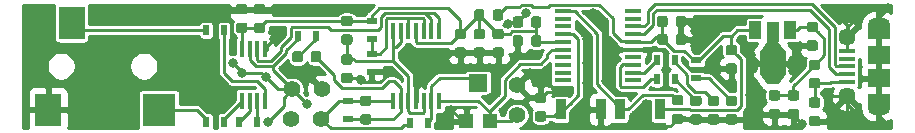
<source format=gbr>
G04 #@! TF.GenerationSoftware,KiCad,Pcbnew,(5.1.2-1)-1*
G04 #@! TF.CreationDate,2019-10-09T20:55:45-07:00*
G04 #@! TF.ProjectId,EOGee,454f4765-652e-46b6-9963-61645f706362,rev?*
G04 #@! TF.SameCoordinates,Original*
G04 #@! TF.FileFunction,Copper,L1,Top*
G04 #@! TF.FilePolarity,Positive*
%FSLAX46Y46*%
G04 Gerber Fmt 4.6, Leading zero omitted, Abs format (unit mm)*
G04 Created by KiCad (PCBNEW (5.1.2-1)-1) date 2019-10-09 20:55:45*
%MOMM*%
%LPD*%
G04 APERTURE LIST*
%ADD10C,0.100000*%
%ADD11C,0.875000*%
%ADD12R,0.500000X0.900000*%
%ADD13R,0.900000X0.500000*%
%ADD14R,1.900000X1.500000*%
%ADD15C,1.450000*%
%ADD16R,1.350000X0.400000*%
%ADD17O,1.900000X1.200000*%
%ADD18R,1.900000X1.200000*%
%ADD19R,2.200000X2.800000*%
%ADD20R,2.800000X2.800000*%
%ADD21R,1.200000X1.200000*%
%ADD22R,1.600000X1.500000*%
%ADD23R,0.900000X1.700000*%
%ADD24C,1.400000*%
%ADD25R,0.450000X1.450000*%
%ADD26C,1.000000*%
%ADD27R,2.200000X1.840000*%
%ADD28R,1.000000X1.500000*%
%ADD29R,1.000000X1.800000*%
%ADD30C,0.850000*%
%ADD31R,1.450000X0.450000*%
%ADD32C,0.800000*%
%ADD33C,0.250000*%
%ADD34C,0.254000*%
G04 APERTURE END LIST*
D10*
G36*
X164277691Y-116751053D02*
G01*
X164298926Y-116754203D01*
X164319750Y-116759419D01*
X164339962Y-116766651D01*
X164359368Y-116775830D01*
X164377781Y-116786866D01*
X164395024Y-116799654D01*
X164410930Y-116814070D01*
X164425346Y-116829976D01*
X164438134Y-116847219D01*
X164449170Y-116865632D01*
X164458349Y-116885038D01*
X164465581Y-116905250D01*
X164470797Y-116926074D01*
X164473947Y-116947309D01*
X164475000Y-116968750D01*
X164475000Y-117406250D01*
X164473947Y-117427691D01*
X164470797Y-117448926D01*
X164465581Y-117469750D01*
X164458349Y-117489962D01*
X164449170Y-117509368D01*
X164438134Y-117527781D01*
X164425346Y-117545024D01*
X164410930Y-117560930D01*
X164395024Y-117575346D01*
X164377781Y-117588134D01*
X164359368Y-117599170D01*
X164339962Y-117608349D01*
X164319750Y-117615581D01*
X164298926Y-117620797D01*
X164277691Y-117623947D01*
X164256250Y-117625000D01*
X163743750Y-117625000D01*
X163722309Y-117623947D01*
X163701074Y-117620797D01*
X163680250Y-117615581D01*
X163660038Y-117608349D01*
X163640632Y-117599170D01*
X163622219Y-117588134D01*
X163604976Y-117575346D01*
X163589070Y-117560930D01*
X163574654Y-117545024D01*
X163561866Y-117527781D01*
X163550830Y-117509368D01*
X163541651Y-117489962D01*
X163534419Y-117469750D01*
X163529203Y-117448926D01*
X163526053Y-117427691D01*
X163525000Y-117406250D01*
X163525000Y-116968750D01*
X163526053Y-116947309D01*
X163529203Y-116926074D01*
X163534419Y-116905250D01*
X163541651Y-116885038D01*
X163550830Y-116865632D01*
X163561866Y-116847219D01*
X163574654Y-116829976D01*
X163589070Y-116814070D01*
X163604976Y-116799654D01*
X163622219Y-116786866D01*
X163640632Y-116775830D01*
X163660038Y-116766651D01*
X163680250Y-116759419D01*
X163701074Y-116754203D01*
X163722309Y-116751053D01*
X163743750Y-116750000D01*
X164256250Y-116750000D01*
X164277691Y-116751053D01*
X164277691Y-116751053D01*
G37*
D11*
X164000000Y-117187500D03*
D10*
G36*
X164277691Y-115176053D02*
G01*
X164298926Y-115179203D01*
X164319750Y-115184419D01*
X164339962Y-115191651D01*
X164359368Y-115200830D01*
X164377781Y-115211866D01*
X164395024Y-115224654D01*
X164410930Y-115239070D01*
X164425346Y-115254976D01*
X164438134Y-115272219D01*
X164449170Y-115290632D01*
X164458349Y-115310038D01*
X164465581Y-115330250D01*
X164470797Y-115351074D01*
X164473947Y-115372309D01*
X164475000Y-115393750D01*
X164475000Y-115831250D01*
X164473947Y-115852691D01*
X164470797Y-115873926D01*
X164465581Y-115894750D01*
X164458349Y-115914962D01*
X164449170Y-115934368D01*
X164438134Y-115952781D01*
X164425346Y-115970024D01*
X164410930Y-115985930D01*
X164395024Y-116000346D01*
X164377781Y-116013134D01*
X164359368Y-116024170D01*
X164339962Y-116033349D01*
X164319750Y-116040581D01*
X164298926Y-116045797D01*
X164277691Y-116048947D01*
X164256250Y-116050000D01*
X163743750Y-116050000D01*
X163722309Y-116048947D01*
X163701074Y-116045797D01*
X163680250Y-116040581D01*
X163660038Y-116033349D01*
X163640632Y-116024170D01*
X163622219Y-116013134D01*
X163604976Y-116000346D01*
X163589070Y-115985930D01*
X163574654Y-115970024D01*
X163561866Y-115952781D01*
X163550830Y-115934368D01*
X163541651Y-115914962D01*
X163534419Y-115894750D01*
X163529203Y-115873926D01*
X163526053Y-115852691D01*
X163525000Y-115831250D01*
X163525000Y-115393750D01*
X163526053Y-115372309D01*
X163529203Y-115351074D01*
X163534419Y-115330250D01*
X163541651Y-115310038D01*
X163550830Y-115290632D01*
X163561866Y-115272219D01*
X163574654Y-115254976D01*
X163589070Y-115239070D01*
X163604976Y-115224654D01*
X163622219Y-115211866D01*
X163640632Y-115200830D01*
X163660038Y-115191651D01*
X163680250Y-115184419D01*
X163701074Y-115179203D01*
X163722309Y-115176053D01*
X163743750Y-115175000D01*
X164256250Y-115175000D01*
X164277691Y-115176053D01*
X164277691Y-115176053D01*
G37*
D11*
X164000000Y-115612500D03*
D10*
G36*
X135877691Y-109376053D02*
G01*
X135898926Y-109379203D01*
X135919750Y-109384419D01*
X135939962Y-109391651D01*
X135959368Y-109400830D01*
X135977781Y-109411866D01*
X135995024Y-109424654D01*
X136010930Y-109439070D01*
X136025346Y-109454976D01*
X136038134Y-109472219D01*
X136049170Y-109490632D01*
X136058349Y-109510038D01*
X136065581Y-109530250D01*
X136070797Y-109551074D01*
X136073947Y-109572309D01*
X136075000Y-109593750D01*
X136075000Y-110031250D01*
X136073947Y-110052691D01*
X136070797Y-110073926D01*
X136065581Y-110094750D01*
X136058349Y-110114962D01*
X136049170Y-110134368D01*
X136038134Y-110152781D01*
X136025346Y-110170024D01*
X136010930Y-110185930D01*
X135995024Y-110200346D01*
X135977781Y-110213134D01*
X135959368Y-110224170D01*
X135939962Y-110233349D01*
X135919750Y-110240581D01*
X135898926Y-110245797D01*
X135877691Y-110248947D01*
X135856250Y-110250000D01*
X135343750Y-110250000D01*
X135322309Y-110248947D01*
X135301074Y-110245797D01*
X135280250Y-110240581D01*
X135260038Y-110233349D01*
X135240632Y-110224170D01*
X135222219Y-110213134D01*
X135204976Y-110200346D01*
X135189070Y-110185930D01*
X135174654Y-110170024D01*
X135161866Y-110152781D01*
X135150830Y-110134368D01*
X135141651Y-110114962D01*
X135134419Y-110094750D01*
X135129203Y-110073926D01*
X135126053Y-110052691D01*
X135125000Y-110031250D01*
X135125000Y-109593750D01*
X135126053Y-109572309D01*
X135129203Y-109551074D01*
X135134419Y-109530250D01*
X135141651Y-109510038D01*
X135150830Y-109490632D01*
X135161866Y-109472219D01*
X135174654Y-109454976D01*
X135189070Y-109439070D01*
X135204976Y-109424654D01*
X135222219Y-109411866D01*
X135240632Y-109400830D01*
X135260038Y-109391651D01*
X135280250Y-109384419D01*
X135301074Y-109379203D01*
X135322309Y-109376053D01*
X135343750Y-109375000D01*
X135856250Y-109375000D01*
X135877691Y-109376053D01*
X135877691Y-109376053D01*
G37*
D11*
X135600000Y-109812500D03*
D10*
G36*
X135877691Y-110951053D02*
G01*
X135898926Y-110954203D01*
X135919750Y-110959419D01*
X135939962Y-110966651D01*
X135959368Y-110975830D01*
X135977781Y-110986866D01*
X135995024Y-110999654D01*
X136010930Y-111014070D01*
X136025346Y-111029976D01*
X136038134Y-111047219D01*
X136049170Y-111065632D01*
X136058349Y-111085038D01*
X136065581Y-111105250D01*
X136070797Y-111126074D01*
X136073947Y-111147309D01*
X136075000Y-111168750D01*
X136075000Y-111606250D01*
X136073947Y-111627691D01*
X136070797Y-111648926D01*
X136065581Y-111669750D01*
X136058349Y-111689962D01*
X136049170Y-111709368D01*
X136038134Y-111727781D01*
X136025346Y-111745024D01*
X136010930Y-111760930D01*
X135995024Y-111775346D01*
X135977781Y-111788134D01*
X135959368Y-111799170D01*
X135939962Y-111808349D01*
X135919750Y-111815581D01*
X135898926Y-111820797D01*
X135877691Y-111823947D01*
X135856250Y-111825000D01*
X135343750Y-111825000D01*
X135322309Y-111823947D01*
X135301074Y-111820797D01*
X135280250Y-111815581D01*
X135260038Y-111808349D01*
X135240632Y-111799170D01*
X135222219Y-111788134D01*
X135204976Y-111775346D01*
X135189070Y-111760930D01*
X135174654Y-111745024D01*
X135161866Y-111727781D01*
X135150830Y-111709368D01*
X135141651Y-111689962D01*
X135134419Y-111669750D01*
X135129203Y-111648926D01*
X135126053Y-111627691D01*
X135125000Y-111606250D01*
X135125000Y-111168750D01*
X135126053Y-111147309D01*
X135129203Y-111126074D01*
X135134419Y-111105250D01*
X135141651Y-111085038D01*
X135150830Y-111065632D01*
X135161866Y-111047219D01*
X135174654Y-111029976D01*
X135189070Y-111014070D01*
X135204976Y-110999654D01*
X135222219Y-110986866D01*
X135240632Y-110975830D01*
X135260038Y-110966651D01*
X135280250Y-110959419D01*
X135301074Y-110954203D01*
X135322309Y-110951053D01*
X135343750Y-110950000D01*
X135856250Y-110950000D01*
X135877691Y-110951053D01*
X135877691Y-110951053D01*
G37*
D11*
X135600000Y-111387500D03*
D10*
G36*
X162477691Y-116151053D02*
G01*
X162498926Y-116154203D01*
X162519750Y-116159419D01*
X162539962Y-116166651D01*
X162559368Y-116175830D01*
X162577781Y-116186866D01*
X162595024Y-116199654D01*
X162610930Y-116214070D01*
X162625346Y-116229976D01*
X162638134Y-116247219D01*
X162649170Y-116265632D01*
X162658349Y-116285038D01*
X162665581Y-116305250D01*
X162670797Y-116326074D01*
X162673947Y-116347309D01*
X162675000Y-116368750D01*
X162675000Y-116806250D01*
X162673947Y-116827691D01*
X162670797Y-116848926D01*
X162665581Y-116869750D01*
X162658349Y-116889962D01*
X162649170Y-116909368D01*
X162638134Y-116927781D01*
X162625346Y-116945024D01*
X162610930Y-116960930D01*
X162595024Y-116975346D01*
X162577781Y-116988134D01*
X162559368Y-116999170D01*
X162539962Y-117008349D01*
X162519750Y-117015581D01*
X162498926Y-117020797D01*
X162477691Y-117023947D01*
X162456250Y-117025000D01*
X161943750Y-117025000D01*
X161922309Y-117023947D01*
X161901074Y-117020797D01*
X161880250Y-117015581D01*
X161860038Y-117008349D01*
X161840632Y-116999170D01*
X161822219Y-116988134D01*
X161804976Y-116975346D01*
X161789070Y-116960930D01*
X161774654Y-116945024D01*
X161761866Y-116927781D01*
X161750830Y-116909368D01*
X161741651Y-116889962D01*
X161734419Y-116869750D01*
X161729203Y-116848926D01*
X161726053Y-116827691D01*
X161725000Y-116806250D01*
X161725000Y-116368750D01*
X161726053Y-116347309D01*
X161729203Y-116326074D01*
X161734419Y-116305250D01*
X161741651Y-116285038D01*
X161750830Y-116265632D01*
X161761866Y-116247219D01*
X161774654Y-116229976D01*
X161789070Y-116214070D01*
X161804976Y-116199654D01*
X161822219Y-116186866D01*
X161840632Y-116175830D01*
X161860038Y-116166651D01*
X161880250Y-116159419D01*
X161901074Y-116154203D01*
X161922309Y-116151053D01*
X161943750Y-116150000D01*
X162456250Y-116150000D01*
X162477691Y-116151053D01*
X162477691Y-116151053D01*
G37*
D11*
X162200000Y-116587500D03*
D10*
G36*
X162477691Y-114576053D02*
G01*
X162498926Y-114579203D01*
X162519750Y-114584419D01*
X162539962Y-114591651D01*
X162559368Y-114600830D01*
X162577781Y-114611866D01*
X162595024Y-114624654D01*
X162610930Y-114639070D01*
X162625346Y-114654976D01*
X162638134Y-114672219D01*
X162649170Y-114690632D01*
X162658349Y-114710038D01*
X162665581Y-114730250D01*
X162670797Y-114751074D01*
X162673947Y-114772309D01*
X162675000Y-114793750D01*
X162675000Y-115231250D01*
X162673947Y-115252691D01*
X162670797Y-115273926D01*
X162665581Y-115294750D01*
X162658349Y-115314962D01*
X162649170Y-115334368D01*
X162638134Y-115352781D01*
X162625346Y-115370024D01*
X162610930Y-115385930D01*
X162595024Y-115400346D01*
X162577781Y-115413134D01*
X162559368Y-115424170D01*
X162539962Y-115433349D01*
X162519750Y-115440581D01*
X162498926Y-115445797D01*
X162477691Y-115448947D01*
X162456250Y-115450000D01*
X161943750Y-115450000D01*
X161922309Y-115448947D01*
X161901074Y-115445797D01*
X161880250Y-115440581D01*
X161860038Y-115433349D01*
X161840632Y-115424170D01*
X161822219Y-115413134D01*
X161804976Y-115400346D01*
X161789070Y-115385930D01*
X161774654Y-115370024D01*
X161761866Y-115352781D01*
X161750830Y-115334368D01*
X161741651Y-115314962D01*
X161734419Y-115294750D01*
X161729203Y-115273926D01*
X161726053Y-115252691D01*
X161725000Y-115231250D01*
X161725000Y-114793750D01*
X161726053Y-114772309D01*
X161729203Y-114751074D01*
X161734419Y-114730250D01*
X161741651Y-114710038D01*
X161750830Y-114690632D01*
X161761866Y-114672219D01*
X161774654Y-114654976D01*
X161789070Y-114639070D01*
X161804976Y-114624654D01*
X161822219Y-114611866D01*
X161840632Y-114600830D01*
X161860038Y-114591651D01*
X161880250Y-114584419D01*
X161901074Y-114579203D01*
X161922309Y-114576053D01*
X161943750Y-114575000D01*
X162456250Y-114575000D01*
X162477691Y-114576053D01*
X162477691Y-114576053D01*
G37*
D11*
X162200000Y-115012500D03*
D10*
G36*
X122027691Y-111276053D02*
G01*
X122048926Y-111279203D01*
X122069750Y-111284419D01*
X122089962Y-111291651D01*
X122109368Y-111300830D01*
X122127781Y-111311866D01*
X122145024Y-111324654D01*
X122160930Y-111339070D01*
X122175346Y-111354976D01*
X122188134Y-111372219D01*
X122199170Y-111390632D01*
X122208349Y-111410038D01*
X122215581Y-111430250D01*
X122220797Y-111451074D01*
X122223947Y-111472309D01*
X122225000Y-111493750D01*
X122225000Y-112006250D01*
X122223947Y-112027691D01*
X122220797Y-112048926D01*
X122215581Y-112069750D01*
X122208349Y-112089962D01*
X122199170Y-112109368D01*
X122188134Y-112127781D01*
X122175346Y-112145024D01*
X122160930Y-112160930D01*
X122145024Y-112175346D01*
X122127781Y-112188134D01*
X122109368Y-112199170D01*
X122089962Y-112208349D01*
X122069750Y-112215581D01*
X122048926Y-112220797D01*
X122027691Y-112223947D01*
X122006250Y-112225000D01*
X121568750Y-112225000D01*
X121547309Y-112223947D01*
X121526074Y-112220797D01*
X121505250Y-112215581D01*
X121485038Y-112208349D01*
X121465632Y-112199170D01*
X121447219Y-112188134D01*
X121429976Y-112175346D01*
X121414070Y-112160930D01*
X121399654Y-112145024D01*
X121386866Y-112127781D01*
X121375830Y-112109368D01*
X121366651Y-112089962D01*
X121359419Y-112069750D01*
X121354203Y-112048926D01*
X121351053Y-112027691D01*
X121350000Y-112006250D01*
X121350000Y-111493750D01*
X121351053Y-111472309D01*
X121354203Y-111451074D01*
X121359419Y-111430250D01*
X121366651Y-111410038D01*
X121375830Y-111390632D01*
X121386866Y-111372219D01*
X121399654Y-111354976D01*
X121414070Y-111339070D01*
X121429976Y-111324654D01*
X121447219Y-111311866D01*
X121465632Y-111300830D01*
X121485038Y-111291651D01*
X121505250Y-111284419D01*
X121526074Y-111279203D01*
X121547309Y-111276053D01*
X121568750Y-111275000D01*
X122006250Y-111275000D01*
X122027691Y-111276053D01*
X122027691Y-111276053D01*
G37*
D11*
X121787500Y-111750000D03*
D10*
G36*
X120452691Y-111276053D02*
G01*
X120473926Y-111279203D01*
X120494750Y-111284419D01*
X120514962Y-111291651D01*
X120534368Y-111300830D01*
X120552781Y-111311866D01*
X120570024Y-111324654D01*
X120585930Y-111339070D01*
X120600346Y-111354976D01*
X120613134Y-111372219D01*
X120624170Y-111390632D01*
X120633349Y-111410038D01*
X120640581Y-111430250D01*
X120645797Y-111451074D01*
X120648947Y-111472309D01*
X120650000Y-111493750D01*
X120650000Y-112006250D01*
X120648947Y-112027691D01*
X120645797Y-112048926D01*
X120640581Y-112069750D01*
X120633349Y-112089962D01*
X120624170Y-112109368D01*
X120613134Y-112127781D01*
X120600346Y-112145024D01*
X120585930Y-112160930D01*
X120570024Y-112175346D01*
X120552781Y-112188134D01*
X120534368Y-112199170D01*
X120514962Y-112208349D01*
X120494750Y-112215581D01*
X120473926Y-112220797D01*
X120452691Y-112223947D01*
X120431250Y-112225000D01*
X119993750Y-112225000D01*
X119972309Y-112223947D01*
X119951074Y-112220797D01*
X119930250Y-112215581D01*
X119910038Y-112208349D01*
X119890632Y-112199170D01*
X119872219Y-112188134D01*
X119854976Y-112175346D01*
X119839070Y-112160930D01*
X119824654Y-112145024D01*
X119811866Y-112127781D01*
X119800830Y-112109368D01*
X119791651Y-112089962D01*
X119784419Y-112069750D01*
X119779203Y-112048926D01*
X119776053Y-112027691D01*
X119775000Y-112006250D01*
X119775000Y-111493750D01*
X119776053Y-111472309D01*
X119779203Y-111451074D01*
X119784419Y-111430250D01*
X119791651Y-111410038D01*
X119800830Y-111390632D01*
X119811866Y-111372219D01*
X119824654Y-111354976D01*
X119839070Y-111339070D01*
X119854976Y-111324654D01*
X119872219Y-111311866D01*
X119890632Y-111300830D01*
X119910038Y-111291651D01*
X119930250Y-111284419D01*
X119951074Y-111279203D01*
X119972309Y-111276053D01*
X119993750Y-111275000D01*
X120431250Y-111275000D01*
X120452691Y-111276053D01*
X120452691Y-111276053D01*
G37*
D11*
X120212500Y-111750000D03*
D10*
G36*
X154227691Y-116601053D02*
G01*
X154248926Y-116604203D01*
X154269750Y-116609419D01*
X154289962Y-116616651D01*
X154309368Y-116625830D01*
X154327781Y-116636866D01*
X154345024Y-116649654D01*
X154360930Y-116664070D01*
X154375346Y-116679976D01*
X154388134Y-116697219D01*
X154399170Y-116715632D01*
X154408349Y-116735038D01*
X154415581Y-116755250D01*
X154420797Y-116776074D01*
X154423947Y-116797309D01*
X154425000Y-116818750D01*
X154425000Y-117256250D01*
X154423947Y-117277691D01*
X154420797Y-117298926D01*
X154415581Y-117319750D01*
X154408349Y-117339962D01*
X154399170Y-117359368D01*
X154388134Y-117377781D01*
X154375346Y-117395024D01*
X154360930Y-117410930D01*
X154345024Y-117425346D01*
X154327781Y-117438134D01*
X154309368Y-117449170D01*
X154289962Y-117458349D01*
X154269750Y-117465581D01*
X154248926Y-117470797D01*
X154227691Y-117473947D01*
X154206250Y-117475000D01*
X153693750Y-117475000D01*
X153672309Y-117473947D01*
X153651074Y-117470797D01*
X153630250Y-117465581D01*
X153610038Y-117458349D01*
X153590632Y-117449170D01*
X153572219Y-117438134D01*
X153554976Y-117425346D01*
X153539070Y-117410930D01*
X153524654Y-117395024D01*
X153511866Y-117377781D01*
X153500830Y-117359368D01*
X153491651Y-117339962D01*
X153484419Y-117319750D01*
X153479203Y-117298926D01*
X153476053Y-117277691D01*
X153475000Y-117256250D01*
X153475000Y-116818750D01*
X153476053Y-116797309D01*
X153479203Y-116776074D01*
X153484419Y-116755250D01*
X153491651Y-116735038D01*
X153500830Y-116715632D01*
X153511866Y-116697219D01*
X153524654Y-116679976D01*
X153539070Y-116664070D01*
X153554976Y-116649654D01*
X153572219Y-116636866D01*
X153590632Y-116625830D01*
X153610038Y-116616651D01*
X153630250Y-116609419D01*
X153651074Y-116604203D01*
X153672309Y-116601053D01*
X153693750Y-116600000D01*
X154206250Y-116600000D01*
X154227691Y-116601053D01*
X154227691Y-116601053D01*
G37*
D11*
X153950000Y-117037500D03*
D10*
G36*
X154227691Y-115026053D02*
G01*
X154248926Y-115029203D01*
X154269750Y-115034419D01*
X154289962Y-115041651D01*
X154309368Y-115050830D01*
X154327781Y-115061866D01*
X154345024Y-115074654D01*
X154360930Y-115089070D01*
X154375346Y-115104976D01*
X154388134Y-115122219D01*
X154399170Y-115140632D01*
X154408349Y-115160038D01*
X154415581Y-115180250D01*
X154420797Y-115201074D01*
X154423947Y-115222309D01*
X154425000Y-115243750D01*
X154425000Y-115681250D01*
X154423947Y-115702691D01*
X154420797Y-115723926D01*
X154415581Y-115744750D01*
X154408349Y-115764962D01*
X154399170Y-115784368D01*
X154388134Y-115802781D01*
X154375346Y-115820024D01*
X154360930Y-115835930D01*
X154345024Y-115850346D01*
X154327781Y-115863134D01*
X154309368Y-115874170D01*
X154289962Y-115883349D01*
X154269750Y-115890581D01*
X154248926Y-115895797D01*
X154227691Y-115898947D01*
X154206250Y-115900000D01*
X153693750Y-115900000D01*
X153672309Y-115898947D01*
X153651074Y-115895797D01*
X153630250Y-115890581D01*
X153610038Y-115883349D01*
X153590632Y-115874170D01*
X153572219Y-115863134D01*
X153554976Y-115850346D01*
X153539070Y-115835930D01*
X153524654Y-115820024D01*
X153511866Y-115802781D01*
X153500830Y-115784368D01*
X153491651Y-115764962D01*
X153484419Y-115744750D01*
X153479203Y-115723926D01*
X153476053Y-115702691D01*
X153475000Y-115681250D01*
X153475000Y-115243750D01*
X153476053Y-115222309D01*
X153479203Y-115201074D01*
X153484419Y-115180250D01*
X153491651Y-115160038D01*
X153500830Y-115140632D01*
X153511866Y-115122219D01*
X153524654Y-115104976D01*
X153539070Y-115089070D01*
X153554976Y-115074654D01*
X153572219Y-115061866D01*
X153590632Y-115050830D01*
X153610038Y-115041651D01*
X153630250Y-115034419D01*
X153651074Y-115029203D01*
X153672309Y-115026053D01*
X153693750Y-115025000D01*
X154206250Y-115025000D01*
X154227691Y-115026053D01*
X154227691Y-115026053D01*
G37*
D11*
X153950000Y-115462500D03*
D10*
G36*
X155727691Y-115026053D02*
G01*
X155748926Y-115029203D01*
X155769750Y-115034419D01*
X155789962Y-115041651D01*
X155809368Y-115050830D01*
X155827781Y-115061866D01*
X155845024Y-115074654D01*
X155860930Y-115089070D01*
X155875346Y-115104976D01*
X155888134Y-115122219D01*
X155899170Y-115140632D01*
X155908349Y-115160038D01*
X155915581Y-115180250D01*
X155920797Y-115201074D01*
X155923947Y-115222309D01*
X155925000Y-115243750D01*
X155925000Y-115681250D01*
X155923947Y-115702691D01*
X155920797Y-115723926D01*
X155915581Y-115744750D01*
X155908349Y-115764962D01*
X155899170Y-115784368D01*
X155888134Y-115802781D01*
X155875346Y-115820024D01*
X155860930Y-115835930D01*
X155845024Y-115850346D01*
X155827781Y-115863134D01*
X155809368Y-115874170D01*
X155789962Y-115883349D01*
X155769750Y-115890581D01*
X155748926Y-115895797D01*
X155727691Y-115898947D01*
X155706250Y-115900000D01*
X155193750Y-115900000D01*
X155172309Y-115898947D01*
X155151074Y-115895797D01*
X155130250Y-115890581D01*
X155110038Y-115883349D01*
X155090632Y-115874170D01*
X155072219Y-115863134D01*
X155054976Y-115850346D01*
X155039070Y-115835930D01*
X155024654Y-115820024D01*
X155011866Y-115802781D01*
X155000830Y-115784368D01*
X154991651Y-115764962D01*
X154984419Y-115744750D01*
X154979203Y-115723926D01*
X154976053Y-115702691D01*
X154975000Y-115681250D01*
X154975000Y-115243750D01*
X154976053Y-115222309D01*
X154979203Y-115201074D01*
X154984419Y-115180250D01*
X154991651Y-115160038D01*
X155000830Y-115140632D01*
X155011866Y-115122219D01*
X155024654Y-115104976D01*
X155039070Y-115089070D01*
X155054976Y-115074654D01*
X155072219Y-115061866D01*
X155090632Y-115050830D01*
X155110038Y-115041651D01*
X155130250Y-115034419D01*
X155151074Y-115029203D01*
X155172309Y-115026053D01*
X155193750Y-115025000D01*
X155706250Y-115025000D01*
X155727691Y-115026053D01*
X155727691Y-115026053D01*
G37*
D11*
X155450000Y-115462500D03*
D10*
G36*
X155727691Y-116601053D02*
G01*
X155748926Y-116604203D01*
X155769750Y-116609419D01*
X155789962Y-116616651D01*
X155809368Y-116625830D01*
X155827781Y-116636866D01*
X155845024Y-116649654D01*
X155860930Y-116664070D01*
X155875346Y-116679976D01*
X155888134Y-116697219D01*
X155899170Y-116715632D01*
X155908349Y-116735038D01*
X155915581Y-116755250D01*
X155920797Y-116776074D01*
X155923947Y-116797309D01*
X155925000Y-116818750D01*
X155925000Y-117256250D01*
X155923947Y-117277691D01*
X155920797Y-117298926D01*
X155915581Y-117319750D01*
X155908349Y-117339962D01*
X155899170Y-117359368D01*
X155888134Y-117377781D01*
X155875346Y-117395024D01*
X155860930Y-117410930D01*
X155845024Y-117425346D01*
X155827781Y-117438134D01*
X155809368Y-117449170D01*
X155789962Y-117458349D01*
X155769750Y-117465581D01*
X155748926Y-117470797D01*
X155727691Y-117473947D01*
X155706250Y-117475000D01*
X155193750Y-117475000D01*
X155172309Y-117473947D01*
X155151074Y-117470797D01*
X155130250Y-117465581D01*
X155110038Y-117458349D01*
X155090632Y-117449170D01*
X155072219Y-117438134D01*
X155054976Y-117425346D01*
X155039070Y-117410930D01*
X155024654Y-117395024D01*
X155011866Y-117377781D01*
X155000830Y-117359368D01*
X154991651Y-117339962D01*
X154984419Y-117319750D01*
X154979203Y-117298926D01*
X154976053Y-117277691D01*
X154975000Y-117256250D01*
X154975000Y-116818750D01*
X154976053Y-116797309D01*
X154979203Y-116776074D01*
X154984419Y-116755250D01*
X154991651Y-116735038D01*
X155000830Y-116715632D01*
X155011866Y-116697219D01*
X155024654Y-116679976D01*
X155039070Y-116664070D01*
X155054976Y-116649654D01*
X155072219Y-116636866D01*
X155090632Y-116625830D01*
X155110038Y-116616651D01*
X155130250Y-116609419D01*
X155151074Y-116604203D01*
X155172309Y-116601053D01*
X155193750Y-116600000D01*
X155706250Y-116600000D01*
X155727691Y-116601053D01*
X155727691Y-116601053D01*
G37*
D11*
X155450000Y-117037500D03*
D10*
G36*
X157227691Y-116601053D02*
G01*
X157248926Y-116604203D01*
X157269750Y-116609419D01*
X157289962Y-116616651D01*
X157309368Y-116625830D01*
X157327781Y-116636866D01*
X157345024Y-116649654D01*
X157360930Y-116664070D01*
X157375346Y-116679976D01*
X157388134Y-116697219D01*
X157399170Y-116715632D01*
X157408349Y-116735038D01*
X157415581Y-116755250D01*
X157420797Y-116776074D01*
X157423947Y-116797309D01*
X157425000Y-116818750D01*
X157425000Y-117256250D01*
X157423947Y-117277691D01*
X157420797Y-117298926D01*
X157415581Y-117319750D01*
X157408349Y-117339962D01*
X157399170Y-117359368D01*
X157388134Y-117377781D01*
X157375346Y-117395024D01*
X157360930Y-117410930D01*
X157345024Y-117425346D01*
X157327781Y-117438134D01*
X157309368Y-117449170D01*
X157289962Y-117458349D01*
X157269750Y-117465581D01*
X157248926Y-117470797D01*
X157227691Y-117473947D01*
X157206250Y-117475000D01*
X156693750Y-117475000D01*
X156672309Y-117473947D01*
X156651074Y-117470797D01*
X156630250Y-117465581D01*
X156610038Y-117458349D01*
X156590632Y-117449170D01*
X156572219Y-117438134D01*
X156554976Y-117425346D01*
X156539070Y-117410930D01*
X156524654Y-117395024D01*
X156511866Y-117377781D01*
X156500830Y-117359368D01*
X156491651Y-117339962D01*
X156484419Y-117319750D01*
X156479203Y-117298926D01*
X156476053Y-117277691D01*
X156475000Y-117256250D01*
X156475000Y-116818750D01*
X156476053Y-116797309D01*
X156479203Y-116776074D01*
X156484419Y-116755250D01*
X156491651Y-116735038D01*
X156500830Y-116715632D01*
X156511866Y-116697219D01*
X156524654Y-116679976D01*
X156539070Y-116664070D01*
X156554976Y-116649654D01*
X156572219Y-116636866D01*
X156590632Y-116625830D01*
X156610038Y-116616651D01*
X156630250Y-116609419D01*
X156651074Y-116604203D01*
X156672309Y-116601053D01*
X156693750Y-116600000D01*
X157206250Y-116600000D01*
X157227691Y-116601053D01*
X157227691Y-116601053D01*
G37*
D11*
X156950000Y-117037500D03*
D10*
G36*
X157227691Y-115026053D02*
G01*
X157248926Y-115029203D01*
X157269750Y-115034419D01*
X157289962Y-115041651D01*
X157309368Y-115050830D01*
X157327781Y-115061866D01*
X157345024Y-115074654D01*
X157360930Y-115089070D01*
X157375346Y-115104976D01*
X157388134Y-115122219D01*
X157399170Y-115140632D01*
X157408349Y-115160038D01*
X157415581Y-115180250D01*
X157420797Y-115201074D01*
X157423947Y-115222309D01*
X157425000Y-115243750D01*
X157425000Y-115681250D01*
X157423947Y-115702691D01*
X157420797Y-115723926D01*
X157415581Y-115744750D01*
X157408349Y-115764962D01*
X157399170Y-115784368D01*
X157388134Y-115802781D01*
X157375346Y-115820024D01*
X157360930Y-115835930D01*
X157345024Y-115850346D01*
X157327781Y-115863134D01*
X157309368Y-115874170D01*
X157289962Y-115883349D01*
X157269750Y-115890581D01*
X157248926Y-115895797D01*
X157227691Y-115898947D01*
X157206250Y-115900000D01*
X156693750Y-115900000D01*
X156672309Y-115898947D01*
X156651074Y-115895797D01*
X156630250Y-115890581D01*
X156610038Y-115883349D01*
X156590632Y-115874170D01*
X156572219Y-115863134D01*
X156554976Y-115850346D01*
X156539070Y-115835930D01*
X156524654Y-115820024D01*
X156511866Y-115802781D01*
X156500830Y-115784368D01*
X156491651Y-115764962D01*
X156484419Y-115744750D01*
X156479203Y-115723926D01*
X156476053Y-115702691D01*
X156475000Y-115681250D01*
X156475000Y-115243750D01*
X156476053Y-115222309D01*
X156479203Y-115201074D01*
X156484419Y-115180250D01*
X156491651Y-115160038D01*
X156500830Y-115140632D01*
X156511866Y-115122219D01*
X156524654Y-115104976D01*
X156539070Y-115089070D01*
X156554976Y-115074654D01*
X156572219Y-115061866D01*
X156590632Y-115050830D01*
X156610038Y-115041651D01*
X156630250Y-115034419D01*
X156651074Y-115029203D01*
X156672309Y-115026053D01*
X156693750Y-115025000D01*
X157206250Y-115025000D01*
X157227691Y-115026053D01*
X157227691Y-115026053D01*
G37*
D11*
X156950000Y-115462500D03*
D12*
X115250000Y-117250000D03*
X116750000Y-117250000D03*
X112500000Y-117250000D03*
X114000000Y-117250000D03*
X112500000Y-109500000D03*
X114000000Y-109500000D03*
D13*
X126500000Y-110250000D03*
X126500000Y-108750000D03*
X126500000Y-113000000D03*
X126500000Y-111500000D03*
D10*
G36*
X134277691Y-109376053D02*
G01*
X134298926Y-109379203D01*
X134319750Y-109384419D01*
X134339962Y-109391651D01*
X134359368Y-109400830D01*
X134377781Y-109411866D01*
X134395024Y-109424654D01*
X134410930Y-109439070D01*
X134425346Y-109454976D01*
X134438134Y-109472219D01*
X134449170Y-109490632D01*
X134458349Y-109510038D01*
X134465581Y-109530250D01*
X134470797Y-109551074D01*
X134473947Y-109572309D01*
X134475000Y-109593750D01*
X134475000Y-110031250D01*
X134473947Y-110052691D01*
X134470797Y-110073926D01*
X134465581Y-110094750D01*
X134458349Y-110114962D01*
X134449170Y-110134368D01*
X134438134Y-110152781D01*
X134425346Y-110170024D01*
X134410930Y-110185930D01*
X134395024Y-110200346D01*
X134377781Y-110213134D01*
X134359368Y-110224170D01*
X134339962Y-110233349D01*
X134319750Y-110240581D01*
X134298926Y-110245797D01*
X134277691Y-110248947D01*
X134256250Y-110250000D01*
X133743750Y-110250000D01*
X133722309Y-110248947D01*
X133701074Y-110245797D01*
X133680250Y-110240581D01*
X133660038Y-110233349D01*
X133640632Y-110224170D01*
X133622219Y-110213134D01*
X133604976Y-110200346D01*
X133589070Y-110185930D01*
X133574654Y-110170024D01*
X133561866Y-110152781D01*
X133550830Y-110134368D01*
X133541651Y-110114962D01*
X133534419Y-110094750D01*
X133529203Y-110073926D01*
X133526053Y-110052691D01*
X133525000Y-110031250D01*
X133525000Y-109593750D01*
X133526053Y-109572309D01*
X133529203Y-109551074D01*
X133534419Y-109530250D01*
X133541651Y-109510038D01*
X133550830Y-109490632D01*
X133561866Y-109472219D01*
X133574654Y-109454976D01*
X133589070Y-109439070D01*
X133604976Y-109424654D01*
X133622219Y-109411866D01*
X133640632Y-109400830D01*
X133660038Y-109391651D01*
X133680250Y-109384419D01*
X133701074Y-109379203D01*
X133722309Y-109376053D01*
X133743750Y-109375000D01*
X134256250Y-109375000D01*
X134277691Y-109376053D01*
X134277691Y-109376053D01*
G37*
D11*
X134000000Y-109812500D03*
D10*
G36*
X134277691Y-110951053D02*
G01*
X134298926Y-110954203D01*
X134319750Y-110959419D01*
X134339962Y-110966651D01*
X134359368Y-110975830D01*
X134377781Y-110986866D01*
X134395024Y-110999654D01*
X134410930Y-111014070D01*
X134425346Y-111029976D01*
X134438134Y-111047219D01*
X134449170Y-111065632D01*
X134458349Y-111085038D01*
X134465581Y-111105250D01*
X134470797Y-111126074D01*
X134473947Y-111147309D01*
X134475000Y-111168750D01*
X134475000Y-111606250D01*
X134473947Y-111627691D01*
X134470797Y-111648926D01*
X134465581Y-111669750D01*
X134458349Y-111689962D01*
X134449170Y-111709368D01*
X134438134Y-111727781D01*
X134425346Y-111745024D01*
X134410930Y-111760930D01*
X134395024Y-111775346D01*
X134377781Y-111788134D01*
X134359368Y-111799170D01*
X134339962Y-111808349D01*
X134319750Y-111815581D01*
X134298926Y-111820797D01*
X134277691Y-111823947D01*
X134256250Y-111825000D01*
X133743750Y-111825000D01*
X133722309Y-111823947D01*
X133701074Y-111820797D01*
X133680250Y-111815581D01*
X133660038Y-111808349D01*
X133640632Y-111799170D01*
X133622219Y-111788134D01*
X133604976Y-111775346D01*
X133589070Y-111760930D01*
X133574654Y-111745024D01*
X133561866Y-111727781D01*
X133550830Y-111709368D01*
X133541651Y-111689962D01*
X133534419Y-111669750D01*
X133529203Y-111648926D01*
X133526053Y-111627691D01*
X133525000Y-111606250D01*
X133525000Y-111168750D01*
X133526053Y-111147309D01*
X133529203Y-111126074D01*
X133534419Y-111105250D01*
X133541651Y-111085038D01*
X133550830Y-111065632D01*
X133561866Y-111047219D01*
X133574654Y-111029976D01*
X133589070Y-111014070D01*
X133604976Y-110999654D01*
X133622219Y-110986866D01*
X133640632Y-110975830D01*
X133660038Y-110966651D01*
X133680250Y-110959419D01*
X133701074Y-110954203D01*
X133722309Y-110951053D01*
X133743750Y-110950000D01*
X134256250Y-110950000D01*
X134277691Y-110951053D01*
X134277691Y-110951053D01*
G37*
D11*
X134000000Y-111387500D03*
D10*
G36*
X137477691Y-109376053D02*
G01*
X137498926Y-109379203D01*
X137519750Y-109384419D01*
X137539962Y-109391651D01*
X137559368Y-109400830D01*
X137577781Y-109411866D01*
X137595024Y-109424654D01*
X137610930Y-109439070D01*
X137625346Y-109454976D01*
X137638134Y-109472219D01*
X137649170Y-109490632D01*
X137658349Y-109510038D01*
X137665581Y-109530250D01*
X137670797Y-109551074D01*
X137673947Y-109572309D01*
X137675000Y-109593750D01*
X137675000Y-110031250D01*
X137673947Y-110052691D01*
X137670797Y-110073926D01*
X137665581Y-110094750D01*
X137658349Y-110114962D01*
X137649170Y-110134368D01*
X137638134Y-110152781D01*
X137625346Y-110170024D01*
X137610930Y-110185930D01*
X137595024Y-110200346D01*
X137577781Y-110213134D01*
X137559368Y-110224170D01*
X137539962Y-110233349D01*
X137519750Y-110240581D01*
X137498926Y-110245797D01*
X137477691Y-110248947D01*
X137456250Y-110250000D01*
X136943750Y-110250000D01*
X136922309Y-110248947D01*
X136901074Y-110245797D01*
X136880250Y-110240581D01*
X136860038Y-110233349D01*
X136840632Y-110224170D01*
X136822219Y-110213134D01*
X136804976Y-110200346D01*
X136789070Y-110185930D01*
X136774654Y-110170024D01*
X136761866Y-110152781D01*
X136750830Y-110134368D01*
X136741651Y-110114962D01*
X136734419Y-110094750D01*
X136729203Y-110073926D01*
X136726053Y-110052691D01*
X136725000Y-110031250D01*
X136725000Y-109593750D01*
X136726053Y-109572309D01*
X136729203Y-109551074D01*
X136734419Y-109530250D01*
X136741651Y-109510038D01*
X136750830Y-109490632D01*
X136761866Y-109472219D01*
X136774654Y-109454976D01*
X136789070Y-109439070D01*
X136804976Y-109424654D01*
X136822219Y-109411866D01*
X136840632Y-109400830D01*
X136860038Y-109391651D01*
X136880250Y-109384419D01*
X136901074Y-109379203D01*
X136922309Y-109376053D01*
X136943750Y-109375000D01*
X137456250Y-109375000D01*
X137477691Y-109376053D01*
X137477691Y-109376053D01*
G37*
D11*
X137200000Y-109812500D03*
D10*
G36*
X137477691Y-110951053D02*
G01*
X137498926Y-110954203D01*
X137519750Y-110959419D01*
X137539962Y-110966651D01*
X137559368Y-110975830D01*
X137577781Y-110986866D01*
X137595024Y-110999654D01*
X137610930Y-111014070D01*
X137625346Y-111029976D01*
X137638134Y-111047219D01*
X137649170Y-111065632D01*
X137658349Y-111085038D01*
X137665581Y-111105250D01*
X137670797Y-111126074D01*
X137673947Y-111147309D01*
X137675000Y-111168750D01*
X137675000Y-111606250D01*
X137673947Y-111627691D01*
X137670797Y-111648926D01*
X137665581Y-111669750D01*
X137658349Y-111689962D01*
X137649170Y-111709368D01*
X137638134Y-111727781D01*
X137625346Y-111745024D01*
X137610930Y-111760930D01*
X137595024Y-111775346D01*
X137577781Y-111788134D01*
X137559368Y-111799170D01*
X137539962Y-111808349D01*
X137519750Y-111815581D01*
X137498926Y-111820797D01*
X137477691Y-111823947D01*
X137456250Y-111825000D01*
X136943750Y-111825000D01*
X136922309Y-111823947D01*
X136901074Y-111820797D01*
X136880250Y-111815581D01*
X136860038Y-111808349D01*
X136840632Y-111799170D01*
X136822219Y-111788134D01*
X136804976Y-111775346D01*
X136789070Y-111760930D01*
X136774654Y-111745024D01*
X136761866Y-111727781D01*
X136750830Y-111709368D01*
X136741651Y-111689962D01*
X136734419Y-111669750D01*
X136729203Y-111648926D01*
X136726053Y-111627691D01*
X136725000Y-111606250D01*
X136725000Y-111168750D01*
X136726053Y-111147309D01*
X136729203Y-111126074D01*
X136734419Y-111105250D01*
X136741651Y-111085038D01*
X136750830Y-111065632D01*
X136761866Y-111047219D01*
X136774654Y-111029976D01*
X136789070Y-111014070D01*
X136804976Y-110999654D01*
X136822219Y-110986866D01*
X136840632Y-110975830D01*
X136860038Y-110966651D01*
X136880250Y-110959419D01*
X136901074Y-110954203D01*
X136922309Y-110951053D01*
X136943750Y-110950000D01*
X137456250Y-110950000D01*
X137477691Y-110951053D01*
X137477691Y-110951053D01*
G37*
D11*
X137200000Y-111387500D03*
D10*
G36*
X124677691Y-109851053D02*
G01*
X124698926Y-109854203D01*
X124719750Y-109859419D01*
X124739962Y-109866651D01*
X124759368Y-109875830D01*
X124777781Y-109886866D01*
X124795024Y-109899654D01*
X124810930Y-109914070D01*
X124825346Y-109929976D01*
X124838134Y-109947219D01*
X124849170Y-109965632D01*
X124858349Y-109985038D01*
X124865581Y-110005250D01*
X124870797Y-110026074D01*
X124873947Y-110047309D01*
X124875000Y-110068750D01*
X124875000Y-110506250D01*
X124873947Y-110527691D01*
X124870797Y-110548926D01*
X124865581Y-110569750D01*
X124858349Y-110589962D01*
X124849170Y-110609368D01*
X124838134Y-110627781D01*
X124825346Y-110645024D01*
X124810930Y-110660930D01*
X124795024Y-110675346D01*
X124777781Y-110688134D01*
X124759368Y-110699170D01*
X124739962Y-110708349D01*
X124719750Y-110715581D01*
X124698926Y-110720797D01*
X124677691Y-110723947D01*
X124656250Y-110725000D01*
X124143750Y-110725000D01*
X124122309Y-110723947D01*
X124101074Y-110720797D01*
X124080250Y-110715581D01*
X124060038Y-110708349D01*
X124040632Y-110699170D01*
X124022219Y-110688134D01*
X124004976Y-110675346D01*
X123989070Y-110660930D01*
X123974654Y-110645024D01*
X123961866Y-110627781D01*
X123950830Y-110609368D01*
X123941651Y-110589962D01*
X123934419Y-110569750D01*
X123929203Y-110548926D01*
X123926053Y-110527691D01*
X123925000Y-110506250D01*
X123925000Y-110068750D01*
X123926053Y-110047309D01*
X123929203Y-110026074D01*
X123934419Y-110005250D01*
X123941651Y-109985038D01*
X123950830Y-109965632D01*
X123961866Y-109947219D01*
X123974654Y-109929976D01*
X123989070Y-109914070D01*
X124004976Y-109899654D01*
X124022219Y-109886866D01*
X124040632Y-109875830D01*
X124060038Y-109866651D01*
X124080250Y-109859419D01*
X124101074Y-109854203D01*
X124122309Y-109851053D01*
X124143750Y-109850000D01*
X124656250Y-109850000D01*
X124677691Y-109851053D01*
X124677691Y-109851053D01*
G37*
D11*
X124400000Y-110287500D03*
D10*
G36*
X124677691Y-108276053D02*
G01*
X124698926Y-108279203D01*
X124719750Y-108284419D01*
X124739962Y-108291651D01*
X124759368Y-108300830D01*
X124777781Y-108311866D01*
X124795024Y-108324654D01*
X124810930Y-108339070D01*
X124825346Y-108354976D01*
X124838134Y-108372219D01*
X124849170Y-108390632D01*
X124858349Y-108410038D01*
X124865581Y-108430250D01*
X124870797Y-108451074D01*
X124873947Y-108472309D01*
X124875000Y-108493750D01*
X124875000Y-108931250D01*
X124873947Y-108952691D01*
X124870797Y-108973926D01*
X124865581Y-108994750D01*
X124858349Y-109014962D01*
X124849170Y-109034368D01*
X124838134Y-109052781D01*
X124825346Y-109070024D01*
X124810930Y-109085930D01*
X124795024Y-109100346D01*
X124777781Y-109113134D01*
X124759368Y-109124170D01*
X124739962Y-109133349D01*
X124719750Y-109140581D01*
X124698926Y-109145797D01*
X124677691Y-109148947D01*
X124656250Y-109150000D01*
X124143750Y-109150000D01*
X124122309Y-109148947D01*
X124101074Y-109145797D01*
X124080250Y-109140581D01*
X124060038Y-109133349D01*
X124040632Y-109124170D01*
X124022219Y-109113134D01*
X124004976Y-109100346D01*
X123989070Y-109085930D01*
X123974654Y-109070024D01*
X123961866Y-109052781D01*
X123950830Y-109034368D01*
X123941651Y-109014962D01*
X123934419Y-108994750D01*
X123929203Y-108973926D01*
X123926053Y-108952691D01*
X123925000Y-108931250D01*
X123925000Y-108493750D01*
X123926053Y-108472309D01*
X123929203Y-108451074D01*
X123934419Y-108430250D01*
X123941651Y-108410038D01*
X123950830Y-108390632D01*
X123961866Y-108372219D01*
X123974654Y-108354976D01*
X123989070Y-108339070D01*
X124004976Y-108324654D01*
X124022219Y-108311866D01*
X124040632Y-108300830D01*
X124060038Y-108291651D01*
X124080250Y-108284419D01*
X124101074Y-108279203D01*
X124122309Y-108276053D01*
X124143750Y-108275000D01*
X124656250Y-108275000D01*
X124677691Y-108276053D01*
X124677691Y-108276053D01*
G37*
D11*
X124400000Y-108712500D03*
D10*
G36*
X124677691Y-113101053D02*
G01*
X124698926Y-113104203D01*
X124719750Y-113109419D01*
X124739962Y-113116651D01*
X124759368Y-113125830D01*
X124777781Y-113136866D01*
X124795024Y-113149654D01*
X124810930Y-113164070D01*
X124825346Y-113179976D01*
X124838134Y-113197219D01*
X124849170Y-113215632D01*
X124858349Y-113235038D01*
X124865581Y-113255250D01*
X124870797Y-113276074D01*
X124873947Y-113297309D01*
X124875000Y-113318750D01*
X124875000Y-113756250D01*
X124873947Y-113777691D01*
X124870797Y-113798926D01*
X124865581Y-113819750D01*
X124858349Y-113839962D01*
X124849170Y-113859368D01*
X124838134Y-113877781D01*
X124825346Y-113895024D01*
X124810930Y-113910930D01*
X124795024Y-113925346D01*
X124777781Y-113938134D01*
X124759368Y-113949170D01*
X124739962Y-113958349D01*
X124719750Y-113965581D01*
X124698926Y-113970797D01*
X124677691Y-113973947D01*
X124656250Y-113975000D01*
X124143750Y-113975000D01*
X124122309Y-113973947D01*
X124101074Y-113970797D01*
X124080250Y-113965581D01*
X124060038Y-113958349D01*
X124040632Y-113949170D01*
X124022219Y-113938134D01*
X124004976Y-113925346D01*
X123989070Y-113910930D01*
X123974654Y-113895024D01*
X123961866Y-113877781D01*
X123950830Y-113859368D01*
X123941651Y-113839962D01*
X123934419Y-113819750D01*
X123929203Y-113798926D01*
X123926053Y-113777691D01*
X123925000Y-113756250D01*
X123925000Y-113318750D01*
X123926053Y-113297309D01*
X123929203Y-113276074D01*
X123934419Y-113255250D01*
X123941651Y-113235038D01*
X123950830Y-113215632D01*
X123961866Y-113197219D01*
X123974654Y-113179976D01*
X123989070Y-113164070D01*
X124004976Y-113149654D01*
X124022219Y-113136866D01*
X124040632Y-113125830D01*
X124060038Y-113116651D01*
X124080250Y-113109419D01*
X124101074Y-113104203D01*
X124122309Y-113101053D01*
X124143750Y-113100000D01*
X124656250Y-113100000D01*
X124677691Y-113101053D01*
X124677691Y-113101053D01*
G37*
D11*
X124400000Y-113537500D03*
D10*
G36*
X124677691Y-111526053D02*
G01*
X124698926Y-111529203D01*
X124719750Y-111534419D01*
X124739962Y-111541651D01*
X124759368Y-111550830D01*
X124777781Y-111561866D01*
X124795024Y-111574654D01*
X124810930Y-111589070D01*
X124825346Y-111604976D01*
X124838134Y-111622219D01*
X124849170Y-111640632D01*
X124858349Y-111660038D01*
X124865581Y-111680250D01*
X124870797Y-111701074D01*
X124873947Y-111722309D01*
X124875000Y-111743750D01*
X124875000Y-112181250D01*
X124873947Y-112202691D01*
X124870797Y-112223926D01*
X124865581Y-112244750D01*
X124858349Y-112264962D01*
X124849170Y-112284368D01*
X124838134Y-112302781D01*
X124825346Y-112320024D01*
X124810930Y-112335930D01*
X124795024Y-112350346D01*
X124777781Y-112363134D01*
X124759368Y-112374170D01*
X124739962Y-112383349D01*
X124719750Y-112390581D01*
X124698926Y-112395797D01*
X124677691Y-112398947D01*
X124656250Y-112400000D01*
X124143750Y-112400000D01*
X124122309Y-112398947D01*
X124101074Y-112395797D01*
X124080250Y-112390581D01*
X124060038Y-112383349D01*
X124040632Y-112374170D01*
X124022219Y-112363134D01*
X124004976Y-112350346D01*
X123989070Y-112335930D01*
X123974654Y-112320024D01*
X123961866Y-112302781D01*
X123950830Y-112284368D01*
X123941651Y-112264962D01*
X123934419Y-112244750D01*
X123929203Y-112223926D01*
X123926053Y-112202691D01*
X123925000Y-112181250D01*
X123925000Y-111743750D01*
X123926053Y-111722309D01*
X123929203Y-111701074D01*
X123934419Y-111680250D01*
X123941651Y-111660038D01*
X123950830Y-111640632D01*
X123961866Y-111622219D01*
X123974654Y-111604976D01*
X123989070Y-111589070D01*
X124004976Y-111574654D01*
X124022219Y-111561866D01*
X124040632Y-111550830D01*
X124060038Y-111541651D01*
X124080250Y-111534419D01*
X124101074Y-111529203D01*
X124122309Y-111526053D01*
X124143750Y-111525000D01*
X124656250Y-111525000D01*
X124677691Y-111526053D01*
X124677691Y-111526053D01*
G37*
D11*
X124400000Y-111962500D03*
D10*
G36*
X160877691Y-116151053D02*
G01*
X160898926Y-116154203D01*
X160919750Y-116159419D01*
X160939962Y-116166651D01*
X160959368Y-116175830D01*
X160977781Y-116186866D01*
X160995024Y-116199654D01*
X161010930Y-116214070D01*
X161025346Y-116229976D01*
X161038134Y-116247219D01*
X161049170Y-116265632D01*
X161058349Y-116285038D01*
X161065581Y-116305250D01*
X161070797Y-116326074D01*
X161073947Y-116347309D01*
X161075000Y-116368750D01*
X161075000Y-116806250D01*
X161073947Y-116827691D01*
X161070797Y-116848926D01*
X161065581Y-116869750D01*
X161058349Y-116889962D01*
X161049170Y-116909368D01*
X161038134Y-116927781D01*
X161025346Y-116945024D01*
X161010930Y-116960930D01*
X160995024Y-116975346D01*
X160977781Y-116988134D01*
X160959368Y-116999170D01*
X160939962Y-117008349D01*
X160919750Y-117015581D01*
X160898926Y-117020797D01*
X160877691Y-117023947D01*
X160856250Y-117025000D01*
X160343750Y-117025000D01*
X160322309Y-117023947D01*
X160301074Y-117020797D01*
X160280250Y-117015581D01*
X160260038Y-117008349D01*
X160240632Y-116999170D01*
X160222219Y-116988134D01*
X160204976Y-116975346D01*
X160189070Y-116960930D01*
X160174654Y-116945024D01*
X160161866Y-116927781D01*
X160150830Y-116909368D01*
X160141651Y-116889962D01*
X160134419Y-116869750D01*
X160129203Y-116848926D01*
X160126053Y-116827691D01*
X160125000Y-116806250D01*
X160125000Y-116368750D01*
X160126053Y-116347309D01*
X160129203Y-116326074D01*
X160134419Y-116305250D01*
X160141651Y-116285038D01*
X160150830Y-116265632D01*
X160161866Y-116247219D01*
X160174654Y-116229976D01*
X160189070Y-116214070D01*
X160204976Y-116199654D01*
X160222219Y-116186866D01*
X160240632Y-116175830D01*
X160260038Y-116166651D01*
X160280250Y-116159419D01*
X160301074Y-116154203D01*
X160322309Y-116151053D01*
X160343750Y-116150000D01*
X160856250Y-116150000D01*
X160877691Y-116151053D01*
X160877691Y-116151053D01*
G37*
D11*
X160600000Y-116587500D03*
D10*
G36*
X160877691Y-114576053D02*
G01*
X160898926Y-114579203D01*
X160919750Y-114584419D01*
X160939962Y-114591651D01*
X160959368Y-114600830D01*
X160977781Y-114611866D01*
X160995024Y-114624654D01*
X161010930Y-114639070D01*
X161025346Y-114654976D01*
X161038134Y-114672219D01*
X161049170Y-114690632D01*
X161058349Y-114710038D01*
X161065581Y-114730250D01*
X161070797Y-114751074D01*
X161073947Y-114772309D01*
X161075000Y-114793750D01*
X161075000Y-115231250D01*
X161073947Y-115252691D01*
X161070797Y-115273926D01*
X161065581Y-115294750D01*
X161058349Y-115314962D01*
X161049170Y-115334368D01*
X161038134Y-115352781D01*
X161025346Y-115370024D01*
X161010930Y-115385930D01*
X160995024Y-115400346D01*
X160977781Y-115413134D01*
X160959368Y-115424170D01*
X160939962Y-115433349D01*
X160919750Y-115440581D01*
X160898926Y-115445797D01*
X160877691Y-115448947D01*
X160856250Y-115450000D01*
X160343750Y-115450000D01*
X160322309Y-115448947D01*
X160301074Y-115445797D01*
X160280250Y-115440581D01*
X160260038Y-115433349D01*
X160240632Y-115424170D01*
X160222219Y-115413134D01*
X160204976Y-115400346D01*
X160189070Y-115385930D01*
X160174654Y-115370024D01*
X160161866Y-115352781D01*
X160150830Y-115334368D01*
X160141651Y-115314962D01*
X160134419Y-115294750D01*
X160129203Y-115273926D01*
X160126053Y-115252691D01*
X160125000Y-115231250D01*
X160125000Y-114793750D01*
X160126053Y-114772309D01*
X160129203Y-114751074D01*
X160134419Y-114730250D01*
X160141651Y-114710038D01*
X160150830Y-114690632D01*
X160161866Y-114672219D01*
X160174654Y-114654976D01*
X160189070Y-114639070D01*
X160204976Y-114624654D01*
X160222219Y-114611866D01*
X160240632Y-114600830D01*
X160260038Y-114591651D01*
X160280250Y-114584419D01*
X160301074Y-114579203D01*
X160322309Y-114576053D01*
X160343750Y-114575000D01*
X160856250Y-114575000D01*
X160877691Y-114576053D01*
X160877691Y-114576053D01*
G37*
D11*
X160600000Y-115012500D03*
D10*
G36*
X164077691Y-108776053D02*
G01*
X164098926Y-108779203D01*
X164119750Y-108784419D01*
X164139962Y-108791651D01*
X164159368Y-108800830D01*
X164177781Y-108811866D01*
X164195024Y-108824654D01*
X164210930Y-108839070D01*
X164225346Y-108854976D01*
X164238134Y-108872219D01*
X164249170Y-108890632D01*
X164258349Y-108910038D01*
X164265581Y-108930250D01*
X164270797Y-108951074D01*
X164273947Y-108972309D01*
X164275000Y-108993750D01*
X164275000Y-109431250D01*
X164273947Y-109452691D01*
X164270797Y-109473926D01*
X164265581Y-109494750D01*
X164258349Y-109514962D01*
X164249170Y-109534368D01*
X164238134Y-109552781D01*
X164225346Y-109570024D01*
X164210930Y-109585930D01*
X164195024Y-109600346D01*
X164177781Y-109613134D01*
X164159368Y-109624170D01*
X164139962Y-109633349D01*
X164119750Y-109640581D01*
X164098926Y-109645797D01*
X164077691Y-109648947D01*
X164056250Y-109650000D01*
X163543750Y-109650000D01*
X163522309Y-109648947D01*
X163501074Y-109645797D01*
X163480250Y-109640581D01*
X163460038Y-109633349D01*
X163440632Y-109624170D01*
X163422219Y-109613134D01*
X163404976Y-109600346D01*
X163389070Y-109585930D01*
X163374654Y-109570024D01*
X163361866Y-109552781D01*
X163350830Y-109534368D01*
X163341651Y-109514962D01*
X163334419Y-109494750D01*
X163329203Y-109473926D01*
X163326053Y-109452691D01*
X163325000Y-109431250D01*
X163325000Y-108993750D01*
X163326053Y-108972309D01*
X163329203Y-108951074D01*
X163334419Y-108930250D01*
X163341651Y-108910038D01*
X163350830Y-108890632D01*
X163361866Y-108872219D01*
X163374654Y-108854976D01*
X163389070Y-108839070D01*
X163404976Y-108824654D01*
X163422219Y-108811866D01*
X163440632Y-108800830D01*
X163460038Y-108791651D01*
X163480250Y-108784419D01*
X163501074Y-108779203D01*
X163522309Y-108776053D01*
X163543750Y-108775000D01*
X164056250Y-108775000D01*
X164077691Y-108776053D01*
X164077691Y-108776053D01*
G37*
D11*
X163800000Y-109212500D03*
D10*
G36*
X164077691Y-110351053D02*
G01*
X164098926Y-110354203D01*
X164119750Y-110359419D01*
X164139962Y-110366651D01*
X164159368Y-110375830D01*
X164177781Y-110386866D01*
X164195024Y-110399654D01*
X164210930Y-110414070D01*
X164225346Y-110429976D01*
X164238134Y-110447219D01*
X164249170Y-110465632D01*
X164258349Y-110485038D01*
X164265581Y-110505250D01*
X164270797Y-110526074D01*
X164273947Y-110547309D01*
X164275000Y-110568750D01*
X164275000Y-111006250D01*
X164273947Y-111027691D01*
X164270797Y-111048926D01*
X164265581Y-111069750D01*
X164258349Y-111089962D01*
X164249170Y-111109368D01*
X164238134Y-111127781D01*
X164225346Y-111145024D01*
X164210930Y-111160930D01*
X164195024Y-111175346D01*
X164177781Y-111188134D01*
X164159368Y-111199170D01*
X164139962Y-111208349D01*
X164119750Y-111215581D01*
X164098926Y-111220797D01*
X164077691Y-111223947D01*
X164056250Y-111225000D01*
X163543750Y-111225000D01*
X163522309Y-111223947D01*
X163501074Y-111220797D01*
X163480250Y-111215581D01*
X163460038Y-111208349D01*
X163440632Y-111199170D01*
X163422219Y-111188134D01*
X163404976Y-111175346D01*
X163389070Y-111160930D01*
X163374654Y-111145024D01*
X163361866Y-111127781D01*
X163350830Y-111109368D01*
X163341651Y-111089962D01*
X163334419Y-111069750D01*
X163329203Y-111048926D01*
X163326053Y-111027691D01*
X163325000Y-111006250D01*
X163325000Y-110568750D01*
X163326053Y-110547309D01*
X163329203Y-110526074D01*
X163334419Y-110505250D01*
X163341651Y-110485038D01*
X163350830Y-110465632D01*
X163361866Y-110447219D01*
X163374654Y-110429976D01*
X163389070Y-110414070D01*
X163404976Y-110399654D01*
X163422219Y-110386866D01*
X163440632Y-110375830D01*
X163460038Y-110366651D01*
X163480250Y-110359419D01*
X163501074Y-110354203D01*
X163522309Y-110351053D01*
X163543750Y-110350000D01*
X164056250Y-110350000D01*
X164077691Y-110351053D01*
X164077691Y-110351053D01*
G37*
D11*
X163800000Y-110787500D03*
D10*
G36*
X157227691Y-112301053D02*
G01*
X157248926Y-112304203D01*
X157269750Y-112309419D01*
X157289962Y-112316651D01*
X157309368Y-112325830D01*
X157327781Y-112336866D01*
X157345024Y-112349654D01*
X157360930Y-112364070D01*
X157375346Y-112379976D01*
X157388134Y-112397219D01*
X157399170Y-112415632D01*
X157408349Y-112435038D01*
X157415581Y-112455250D01*
X157420797Y-112476074D01*
X157423947Y-112497309D01*
X157425000Y-112518750D01*
X157425000Y-112956250D01*
X157423947Y-112977691D01*
X157420797Y-112998926D01*
X157415581Y-113019750D01*
X157408349Y-113039962D01*
X157399170Y-113059368D01*
X157388134Y-113077781D01*
X157375346Y-113095024D01*
X157360930Y-113110930D01*
X157345024Y-113125346D01*
X157327781Y-113138134D01*
X157309368Y-113149170D01*
X157289962Y-113158349D01*
X157269750Y-113165581D01*
X157248926Y-113170797D01*
X157227691Y-113173947D01*
X157206250Y-113175000D01*
X156693750Y-113175000D01*
X156672309Y-113173947D01*
X156651074Y-113170797D01*
X156630250Y-113165581D01*
X156610038Y-113158349D01*
X156590632Y-113149170D01*
X156572219Y-113138134D01*
X156554976Y-113125346D01*
X156539070Y-113110930D01*
X156524654Y-113095024D01*
X156511866Y-113077781D01*
X156500830Y-113059368D01*
X156491651Y-113039962D01*
X156484419Y-113019750D01*
X156479203Y-112998926D01*
X156476053Y-112977691D01*
X156475000Y-112956250D01*
X156475000Y-112518750D01*
X156476053Y-112497309D01*
X156479203Y-112476074D01*
X156484419Y-112455250D01*
X156491651Y-112435038D01*
X156500830Y-112415632D01*
X156511866Y-112397219D01*
X156524654Y-112379976D01*
X156539070Y-112364070D01*
X156554976Y-112349654D01*
X156572219Y-112336866D01*
X156590632Y-112325830D01*
X156610038Y-112316651D01*
X156630250Y-112309419D01*
X156651074Y-112304203D01*
X156672309Y-112301053D01*
X156693750Y-112300000D01*
X157206250Y-112300000D01*
X157227691Y-112301053D01*
X157227691Y-112301053D01*
G37*
D11*
X156950000Y-112737500D03*
D10*
G36*
X157227691Y-110726053D02*
G01*
X157248926Y-110729203D01*
X157269750Y-110734419D01*
X157289962Y-110741651D01*
X157309368Y-110750830D01*
X157327781Y-110761866D01*
X157345024Y-110774654D01*
X157360930Y-110789070D01*
X157375346Y-110804976D01*
X157388134Y-110822219D01*
X157399170Y-110840632D01*
X157408349Y-110860038D01*
X157415581Y-110880250D01*
X157420797Y-110901074D01*
X157423947Y-110922309D01*
X157425000Y-110943750D01*
X157425000Y-111381250D01*
X157423947Y-111402691D01*
X157420797Y-111423926D01*
X157415581Y-111444750D01*
X157408349Y-111464962D01*
X157399170Y-111484368D01*
X157388134Y-111502781D01*
X157375346Y-111520024D01*
X157360930Y-111535930D01*
X157345024Y-111550346D01*
X157327781Y-111563134D01*
X157309368Y-111574170D01*
X157289962Y-111583349D01*
X157269750Y-111590581D01*
X157248926Y-111595797D01*
X157227691Y-111598947D01*
X157206250Y-111600000D01*
X156693750Y-111600000D01*
X156672309Y-111598947D01*
X156651074Y-111595797D01*
X156630250Y-111590581D01*
X156610038Y-111583349D01*
X156590632Y-111574170D01*
X156572219Y-111563134D01*
X156554976Y-111550346D01*
X156539070Y-111535930D01*
X156524654Y-111520024D01*
X156511866Y-111502781D01*
X156500830Y-111484368D01*
X156491651Y-111464962D01*
X156484419Y-111444750D01*
X156479203Y-111423926D01*
X156476053Y-111402691D01*
X156475000Y-111381250D01*
X156475000Y-110943750D01*
X156476053Y-110922309D01*
X156479203Y-110901074D01*
X156484419Y-110880250D01*
X156491651Y-110860038D01*
X156500830Y-110840632D01*
X156511866Y-110822219D01*
X156524654Y-110804976D01*
X156539070Y-110789070D01*
X156554976Y-110774654D01*
X156572219Y-110761866D01*
X156590632Y-110750830D01*
X156610038Y-110741651D01*
X156630250Y-110734419D01*
X156651074Y-110729203D01*
X156672309Y-110726053D01*
X156693750Y-110725000D01*
X157206250Y-110725000D01*
X157227691Y-110726053D01*
X157227691Y-110726053D01*
G37*
D11*
X156950000Y-111162500D03*
D10*
G36*
X126277691Y-115026053D02*
G01*
X126298926Y-115029203D01*
X126319750Y-115034419D01*
X126339962Y-115041651D01*
X126359368Y-115050830D01*
X126377781Y-115061866D01*
X126395024Y-115074654D01*
X126410930Y-115089070D01*
X126425346Y-115104976D01*
X126438134Y-115122219D01*
X126449170Y-115140632D01*
X126458349Y-115160038D01*
X126465581Y-115180250D01*
X126470797Y-115201074D01*
X126473947Y-115222309D01*
X126475000Y-115243750D01*
X126475000Y-115681250D01*
X126473947Y-115702691D01*
X126470797Y-115723926D01*
X126465581Y-115744750D01*
X126458349Y-115764962D01*
X126449170Y-115784368D01*
X126438134Y-115802781D01*
X126425346Y-115820024D01*
X126410930Y-115835930D01*
X126395024Y-115850346D01*
X126377781Y-115863134D01*
X126359368Y-115874170D01*
X126339962Y-115883349D01*
X126319750Y-115890581D01*
X126298926Y-115895797D01*
X126277691Y-115898947D01*
X126256250Y-115900000D01*
X125743750Y-115900000D01*
X125722309Y-115898947D01*
X125701074Y-115895797D01*
X125680250Y-115890581D01*
X125660038Y-115883349D01*
X125640632Y-115874170D01*
X125622219Y-115863134D01*
X125604976Y-115850346D01*
X125589070Y-115835930D01*
X125574654Y-115820024D01*
X125561866Y-115802781D01*
X125550830Y-115784368D01*
X125541651Y-115764962D01*
X125534419Y-115744750D01*
X125529203Y-115723926D01*
X125526053Y-115702691D01*
X125525000Y-115681250D01*
X125525000Y-115243750D01*
X125526053Y-115222309D01*
X125529203Y-115201074D01*
X125534419Y-115180250D01*
X125541651Y-115160038D01*
X125550830Y-115140632D01*
X125561866Y-115122219D01*
X125574654Y-115104976D01*
X125589070Y-115089070D01*
X125604976Y-115074654D01*
X125622219Y-115061866D01*
X125640632Y-115050830D01*
X125660038Y-115041651D01*
X125680250Y-115034419D01*
X125701074Y-115029203D01*
X125722309Y-115026053D01*
X125743750Y-115025000D01*
X126256250Y-115025000D01*
X126277691Y-115026053D01*
X126277691Y-115026053D01*
G37*
D11*
X126000000Y-115462500D03*
D10*
G36*
X126277691Y-116601053D02*
G01*
X126298926Y-116604203D01*
X126319750Y-116609419D01*
X126339962Y-116616651D01*
X126359368Y-116625830D01*
X126377781Y-116636866D01*
X126395024Y-116649654D01*
X126410930Y-116664070D01*
X126425346Y-116679976D01*
X126438134Y-116697219D01*
X126449170Y-116715632D01*
X126458349Y-116735038D01*
X126465581Y-116755250D01*
X126470797Y-116776074D01*
X126473947Y-116797309D01*
X126475000Y-116818750D01*
X126475000Y-117256250D01*
X126473947Y-117277691D01*
X126470797Y-117298926D01*
X126465581Y-117319750D01*
X126458349Y-117339962D01*
X126449170Y-117359368D01*
X126438134Y-117377781D01*
X126425346Y-117395024D01*
X126410930Y-117410930D01*
X126395024Y-117425346D01*
X126377781Y-117438134D01*
X126359368Y-117449170D01*
X126339962Y-117458349D01*
X126319750Y-117465581D01*
X126298926Y-117470797D01*
X126277691Y-117473947D01*
X126256250Y-117475000D01*
X125743750Y-117475000D01*
X125722309Y-117473947D01*
X125701074Y-117470797D01*
X125680250Y-117465581D01*
X125660038Y-117458349D01*
X125640632Y-117449170D01*
X125622219Y-117438134D01*
X125604976Y-117425346D01*
X125589070Y-117410930D01*
X125574654Y-117395024D01*
X125561866Y-117377781D01*
X125550830Y-117359368D01*
X125541651Y-117339962D01*
X125534419Y-117319750D01*
X125529203Y-117298926D01*
X125526053Y-117277691D01*
X125525000Y-117256250D01*
X125525000Y-116818750D01*
X125526053Y-116797309D01*
X125529203Y-116776074D01*
X125534419Y-116755250D01*
X125541651Y-116735038D01*
X125550830Y-116715632D01*
X125561866Y-116697219D01*
X125574654Y-116679976D01*
X125589070Y-116664070D01*
X125604976Y-116649654D01*
X125622219Y-116636866D01*
X125640632Y-116625830D01*
X125660038Y-116616651D01*
X125680250Y-116609419D01*
X125701074Y-116604203D01*
X125722309Y-116601053D01*
X125743750Y-116600000D01*
X126256250Y-116600000D01*
X126277691Y-116601053D01*
X126277691Y-116601053D01*
G37*
D11*
X126000000Y-117037500D03*
D10*
G36*
X139102691Y-109926053D02*
G01*
X139123926Y-109929203D01*
X139144750Y-109934419D01*
X139164962Y-109941651D01*
X139184368Y-109950830D01*
X139202781Y-109961866D01*
X139220024Y-109974654D01*
X139235930Y-109989070D01*
X139250346Y-110004976D01*
X139263134Y-110022219D01*
X139274170Y-110040632D01*
X139283349Y-110060038D01*
X139290581Y-110080250D01*
X139295797Y-110101074D01*
X139298947Y-110122309D01*
X139300000Y-110143750D01*
X139300000Y-110656250D01*
X139298947Y-110677691D01*
X139295797Y-110698926D01*
X139290581Y-110719750D01*
X139283349Y-110739962D01*
X139274170Y-110759368D01*
X139263134Y-110777781D01*
X139250346Y-110795024D01*
X139235930Y-110810930D01*
X139220024Y-110825346D01*
X139202781Y-110838134D01*
X139184368Y-110849170D01*
X139164962Y-110858349D01*
X139144750Y-110865581D01*
X139123926Y-110870797D01*
X139102691Y-110873947D01*
X139081250Y-110875000D01*
X138643750Y-110875000D01*
X138622309Y-110873947D01*
X138601074Y-110870797D01*
X138580250Y-110865581D01*
X138560038Y-110858349D01*
X138540632Y-110849170D01*
X138522219Y-110838134D01*
X138504976Y-110825346D01*
X138489070Y-110810930D01*
X138474654Y-110795024D01*
X138461866Y-110777781D01*
X138450830Y-110759368D01*
X138441651Y-110739962D01*
X138434419Y-110719750D01*
X138429203Y-110698926D01*
X138426053Y-110677691D01*
X138425000Y-110656250D01*
X138425000Y-110143750D01*
X138426053Y-110122309D01*
X138429203Y-110101074D01*
X138434419Y-110080250D01*
X138441651Y-110060038D01*
X138450830Y-110040632D01*
X138461866Y-110022219D01*
X138474654Y-110004976D01*
X138489070Y-109989070D01*
X138504976Y-109974654D01*
X138522219Y-109961866D01*
X138540632Y-109950830D01*
X138560038Y-109941651D01*
X138580250Y-109934419D01*
X138601074Y-109929203D01*
X138622309Y-109926053D01*
X138643750Y-109925000D01*
X139081250Y-109925000D01*
X139102691Y-109926053D01*
X139102691Y-109926053D01*
G37*
D11*
X138862500Y-110400000D03*
D10*
G36*
X140677691Y-109926053D02*
G01*
X140698926Y-109929203D01*
X140719750Y-109934419D01*
X140739962Y-109941651D01*
X140759368Y-109950830D01*
X140777781Y-109961866D01*
X140795024Y-109974654D01*
X140810930Y-109989070D01*
X140825346Y-110004976D01*
X140838134Y-110022219D01*
X140849170Y-110040632D01*
X140858349Y-110060038D01*
X140865581Y-110080250D01*
X140870797Y-110101074D01*
X140873947Y-110122309D01*
X140875000Y-110143750D01*
X140875000Y-110656250D01*
X140873947Y-110677691D01*
X140870797Y-110698926D01*
X140865581Y-110719750D01*
X140858349Y-110739962D01*
X140849170Y-110759368D01*
X140838134Y-110777781D01*
X140825346Y-110795024D01*
X140810930Y-110810930D01*
X140795024Y-110825346D01*
X140777781Y-110838134D01*
X140759368Y-110849170D01*
X140739962Y-110858349D01*
X140719750Y-110865581D01*
X140698926Y-110870797D01*
X140677691Y-110873947D01*
X140656250Y-110875000D01*
X140218750Y-110875000D01*
X140197309Y-110873947D01*
X140176074Y-110870797D01*
X140155250Y-110865581D01*
X140135038Y-110858349D01*
X140115632Y-110849170D01*
X140097219Y-110838134D01*
X140079976Y-110825346D01*
X140064070Y-110810930D01*
X140049654Y-110795024D01*
X140036866Y-110777781D01*
X140025830Y-110759368D01*
X140016651Y-110739962D01*
X140009419Y-110719750D01*
X140004203Y-110698926D01*
X140001053Y-110677691D01*
X140000000Y-110656250D01*
X140000000Y-110143750D01*
X140001053Y-110122309D01*
X140004203Y-110101074D01*
X140009419Y-110080250D01*
X140016651Y-110060038D01*
X140025830Y-110040632D01*
X140036866Y-110022219D01*
X140049654Y-110004976D01*
X140064070Y-109989070D01*
X140079976Y-109974654D01*
X140097219Y-109961866D01*
X140115632Y-109950830D01*
X140135038Y-109941651D01*
X140155250Y-109934419D01*
X140176074Y-109929203D01*
X140197309Y-109926053D01*
X140218750Y-109925000D01*
X140656250Y-109925000D01*
X140677691Y-109926053D01*
X140677691Y-109926053D01*
G37*
D11*
X140437500Y-110400000D03*
D10*
G36*
X140677691Y-108326053D02*
G01*
X140698926Y-108329203D01*
X140719750Y-108334419D01*
X140739962Y-108341651D01*
X140759368Y-108350830D01*
X140777781Y-108361866D01*
X140795024Y-108374654D01*
X140810930Y-108389070D01*
X140825346Y-108404976D01*
X140838134Y-108422219D01*
X140849170Y-108440632D01*
X140858349Y-108460038D01*
X140865581Y-108480250D01*
X140870797Y-108501074D01*
X140873947Y-108522309D01*
X140875000Y-108543750D01*
X140875000Y-109056250D01*
X140873947Y-109077691D01*
X140870797Y-109098926D01*
X140865581Y-109119750D01*
X140858349Y-109139962D01*
X140849170Y-109159368D01*
X140838134Y-109177781D01*
X140825346Y-109195024D01*
X140810930Y-109210930D01*
X140795024Y-109225346D01*
X140777781Y-109238134D01*
X140759368Y-109249170D01*
X140739962Y-109258349D01*
X140719750Y-109265581D01*
X140698926Y-109270797D01*
X140677691Y-109273947D01*
X140656250Y-109275000D01*
X140218750Y-109275000D01*
X140197309Y-109273947D01*
X140176074Y-109270797D01*
X140155250Y-109265581D01*
X140135038Y-109258349D01*
X140115632Y-109249170D01*
X140097219Y-109238134D01*
X140079976Y-109225346D01*
X140064070Y-109210930D01*
X140049654Y-109195024D01*
X140036866Y-109177781D01*
X140025830Y-109159368D01*
X140016651Y-109139962D01*
X140009419Y-109119750D01*
X140004203Y-109098926D01*
X140001053Y-109077691D01*
X140000000Y-109056250D01*
X140000000Y-108543750D01*
X140001053Y-108522309D01*
X140004203Y-108501074D01*
X140009419Y-108480250D01*
X140016651Y-108460038D01*
X140025830Y-108440632D01*
X140036866Y-108422219D01*
X140049654Y-108404976D01*
X140064070Y-108389070D01*
X140079976Y-108374654D01*
X140097219Y-108361866D01*
X140115632Y-108350830D01*
X140135038Y-108341651D01*
X140155250Y-108334419D01*
X140176074Y-108329203D01*
X140197309Y-108326053D01*
X140218750Y-108325000D01*
X140656250Y-108325000D01*
X140677691Y-108326053D01*
X140677691Y-108326053D01*
G37*
D11*
X140437500Y-108800000D03*
D10*
G36*
X139102691Y-108326053D02*
G01*
X139123926Y-108329203D01*
X139144750Y-108334419D01*
X139164962Y-108341651D01*
X139184368Y-108350830D01*
X139202781Y-108361866D01*
X139220024Y-108374654D01*
X139235930Y-108389070D01*
X139250346Y-108404976D01*
X139263134Y-108422219D01*
X139274170Y-108440632D01*
X139283349Y-108460038D01*
X139290581Y-108480250D01*
X139295797Y-108501074D01*
X139298947Y-108522309D01*
X139300000Y-108543750D01*
X139300000Y-109056250D01*
X139298947Y-109077691D01*
X139295797Y-109098926D01*
X139290581Y-109119750D01*
X139283349Y-109139962D01*
X139274170Y-109159368D01*
X139263134Y-109177781D01*
X139250346Y-109195024D01*
X139235930Y-109210930D01*
X139220024Y-109225346D01*
X139202781Y-109238134D01*
X139184368Y-109249170D01*
X139164962Y-109258349D01*
X139144750Y-109265581D01*
X139123926Y-109270797D01*
X139102691Y-109273947D01*
X139081250Y-109275000D01*
X138643750Y-109275000D01*
X138622309Y-109273947D01*
X138601074Y-109270797D01*
X138580250Y-109265581D01*
X138560038Y-109258349D01*
X138540632Y-109249170D01*
X138522219Y-109238134D01*
X138504976Y-109225346D01*
X138489070Y-109210930D01*
X138474654Y-109195024D01*
X138461866Y-109177781D01*
X138450830Y-109159368D01*
X138441651Y-109139962D01*
X138434419Y-109119750D01*
X138429203Y-109098926D01*
X138426053Y-109077691D01*
X138425000Y-109056250D01*
X138425000Y-108543750D01*
X138426053Y-108522309D01*
X138429203Y-108501074D01*
X138434419Y-108480250D01*
X138441651Y-108460038D01*
X138450830Y-108440632D01*
X138461866Y-108422219D01*
X138474654Y-108404976D01*
X138489070Y-108389070D01*
X138504976Y-108374654D01*
X138522219Y-108361866D01*
X138540632Y-108350830D01*
X138560038Y-108341651D01*
X138580250Y-108334419D01*
X138601074Y-108329203D01*
X138622309Y-108326053D01*
X138643750Y-108325000D01*
X139081250Y-108325000D01*
X139102691Y-108326053D01*
X139102691Y-108326053D01*
G37*
D11*
X138862500Y-108800000D03*
D10*
G36*
X152927691Y-109776053D02*
G01*
X152948926Y-109779203D01*
X152969750Y-109784419D01*
X152989962Y-109791651D01*
X153009368Y-109800830D01*
X153027781Y-109811866D01*
X153045024Y-109824654D01*
X153060930Y-109839070D01*
X153075346Y-109854976D01*
X153088134Y-109872219D01*
X153099170Y-109890632D01*
X153108349Y-109910038D01*
X153115581Y-109930250D01*
X153120797Y-109951074D01*
X153123947Y-109972309D01*
X153125000Y-109993750D01*
X153125000Y-110506250D01*
X153123947Y-110527691D01*
X153120797Y-110548926D01*
X153115581Y-110569750D01*
X153108349Y-110589962D01*
X153099170Y-110609368D01*
X153088134Y-110627781D01*
X153075346Y-110645024D01*
X153060930Y-110660930D01*
X153045024Y-110675346D01*
X153027781Y-110688134D01*
X153009368Y-110699170D01*
X152989962Y-110708349D01*
X152969750Y-110715581D01*
X152948926Y-110720797D01*
X152927691Y-110723947D01*
X152906250Y-110725000D01*
X152468750Y-110725000D01*
X152447309Y-110723947D01*
X152426074Y-110720797D01*
X152405250Y-110715581D01*
X152385038Y-110708349D01*
X152365632Y-110699170D01*
X152347219Y-110688134D01*
X152329976Y-110675346D01*
X152314070Y-110660930D01*
X152299654Y-110645024D01*
X152286866Y-110627781D01*
X152275830Y-110609368D01*
X152266651Y-110589962D01*
X152259419Y-110569750D01*
X152254203Y-110548926D01*
X152251053Y-110527691D01*
X152250000Y-110506250D01*
X152250000Y-109993750D01*
X152251053Y-109972309D01*
X152254203Y-109951074D01*
X152259419Y-109930250D01*
X152266651Y-109910038D01*
X152275830Y-109890632D01*
X152286866Y-109872219D01*
X152299654Y-109854976D01*
X152314070Y-109839070D01*
X152329976Y-109824654D01*
X152347219Y-109811866D01*
X152365632Y-109800830D01*
X152385038Y-109791651D01*
X152405250Y-109784419D01*
X152426074Y-109779203D01*
X152447309Y-109776053D01*
X152468750Y-109775000D01*
X152906250Y-109775000D01*
X152927691Y-109776053D01*
X152927691Y-109776053D01*
G37*
D11*
X152687500Y-110250000D03*
D10*
G36*
X151352691Y-109776053D02*
G01*
X151373926Y-109779203D01*
X151394750Y-109784419D01*
X151414962Y-109791651D01*
X151434368Y-109800830D01*
X151452781Y-109811866D01*
X151470024Y-109824654D01*
X151485930Y-109839070D01*
X151500346Y-109854976D01*
X151513134Y-109872219D01*
X151524170Y-109890632D01*
X151533349Y-109910038D01*
X151540581Y-109930250D01*
X151545797Y-109951074D01*
X151548947Y-109972309D01*
X151550000Y-109993750D01*
X151550000Y-110506250D01*
X151548947Y-110527691D01*
X151545797Y-110548926D01*
X151540581Y-110569750D01*
X151533349Y-110589962D01*
X151524170Y-110609368D01*
X151513134Y-110627781D01*
X151500346Y-110645024D01*
X151485930Y-110660930D01*
X151470024Y-110675346D01*
X151452781Y-110688134D01*
X151434368Y-110699170D01*
X151414962Y-110708349D01*
X151394750Y-110715581D01*
X151373926Y-110720797D01*
X151352691Y-110723947D01*
X151331250Y-110725000D01*
X150893750Y-110725000D01*
X150872309Y-110723947D01*
X150851074Y-110720797D01*
X150830250Y-110715581D01*
X150810038Y-110708349D01*
X150790632Y-110699170D01*
X150772219Y-110688134D01*
X150754976Y-110675346D01*
X150739070Y-110660930D01*
X150724654Y-110645024D01*
X150711866Y-110627781D01*
X150700830Y-110609368D01*
X150691651Y-110589962D01*
X150684419Y-110569750D01*
X150679203Y-110548926D01*
X150676053Y-110527691D01*
X150675000Y-110506250D01*
X150675000Y-109993750D01*
X150676053Y-109972309D01*
X150679203Y-109951074D01*
X150684419Y-109930250D01*
X150691651Y-109910038D01*
X150700830Y-109890632D01*
X150711866Y-109872219D01*
X150724654Y-109854976D01*
X150739070Y-109839070D01*
X150754976Y-109824654D01*
X150772219Y-109811866D01*
X150790632Y-109800830D01*
X150810038Y-109791651D01*
X150830250Y-109784419D01*
X150851074Y-109779203D01*
X150872309Y-109776053D01*
X150893750Y-109775000D01*
X151331250Y-109775000D01*
X151352691Y-109776053D01*
X151352691Y-109776053D01*
G37*
D11*
X151112500Y-110250000D03*
D10*
G36*
X141077691Y-116351053D02*
G01*
X141098926Y-116354203D01*
X141119750Y-116359419D01*
X141139962Y-116366651D01*
X141159368Y-116375830D01*
X141177781Y-116386866D01*
X141195024Y-116399654D01*
X141210930Y-116414070D01*
X141225346Y-116429976D01*
X141238134Y-116447219D01*
X141249170Y-116465632D01*
X141258349Y-116485038D01*
X141265581Y-116505250D01*
X141270797Y-116526074D01*
X141273947Y-116547309D01*
X141275000Y-116568750D01*
X141275000Y-117006250D01*
X141273947Y-117027691D01*
X141270797Y-117048926D01*
X141265581Y-117069750D01*
X141258349Y-117089962D01*
X141249170Y-117109368D01*
X141238134Y-117127781D01*
X141225346Y-117145024D01*
X141210930Y-117160930D01*
X141195024Y-117175346D01*
X141177781Y-117188134D01*
X141159368Y-117199170D01*
X141139962Y-117208349D01*
X141119750Y-117215581D01*
X141098926Y-117220797D01*
X141077691Y-117223947D01*
X141056250Y-117225000D01*
X140543750Y-117225000D01*
X140522309Y-117223947D01*
X140501074Y-117220797D01*
X140480250Y-117215581D01*
X140460038Y-117208349D01*
X140440632Y-117199170D01*
X140422219Y-117188134D01*
X140404976Y-117175346D01*
X140389070Y-117160930D01*
X140374654Y-117145024D01*
X140361866Y-117127781D01*
X140350830Y-117109368D01*
X140341651Y-117089962D01*
X140334419Y-117069750D01*
X140329203Y-117048926D01*
X140326053Y-117027691D01*
X140325000Y-117006250D01*
X140325000Y-116568750D01*
X140326053Y-116547309D01*
X140329203Y-116526074D01*
X140334419Y-116505250D01*
X140341651Y-116485038D01*
X140350830Y-116465632D01*
X140361866Y-116447219D01*
X140374654Y-116429976D01*
X140389070Y-116414070D01*
X140404976Y-116399654D01*
X140422219Y-116386866D01*
X140440632Y-116375830D01*
X140460038Y-116366651D01*
X140480250Y-116359419D01*
X140501074Y-116354203D01*
X140522309Y-116351053D01*
X140543750Y-116350000D01*
X141056250Y-116350000D01*
X141077691Y-116351053D01*
X141077691Y-116351053D01*
G37*
D11*
X140800000Y-116787500D03*
D10*
G36*
X141077691Y-114776053D02*
G01*
X141098926Y-114779203D01*
X141119750Y-114784419D01*
X141139962Y-114791651D01*
X141159368Y-114800830D01*
X141177781Y-114811866D01*
X141195024Y-114824654D01*
X141210930Y-114839070D01*
X141225346Y-114854976D01*
X141238134Y-114872219D01*
X141249170Y-114890632D01*
X141258349Y-114910038D01*
X141265581Y-114930250D01*
X141270797Y-114951074D01*
X141273947Y-114972309D01*
X141275000Y-114993750D01*
X141275000Y-115431250D01*
X141273947Y-115452691D01*
X141270797Y-115473926D01*
X141265581Y-115494750D01*
X141258349Y-115514962D01*
X141249170Y-115534368D01*
X141238134Y-115552781D01*
X141225346Y-115570024D01*
X141210930Y-115585930D01*
X141195024Y-115600346D01*
X141177781Y-115613134D01*
X141159368Y-115624170D01*
X141139962Y-115633349D01*
X141119750Y-115640581D01*
X141098926Y-115645797D01*
X141077691Y-115648947D01*
X141056250Y-115650000D01*
X140543750Y-115650000D01*
X140522309Y-115648947D01*
X140501074Y-115645797D01*
X140480250Y-115640581D01*
X140460038Y-115633349D01*
X140440632Y-115624170D01*
X140422219Y-115613134D01*
X140404976Y-115600346D01*
X140389070Y-115585930D01*
X140374654Y-115570024D01*
X140361866Y-115552781D01*
X140350830Y-115534368D01*
X140341651Y-115514962D01*
X140334419Y-115494750D01*
X140329203Y-115473926D01*
X140326053Y-115452691D01*
X140325000Y-115431250D01*
X140325000Y-114993750D01*
X140326053Y-114972309D01*
X140329203Y-114951074D01*
X140334419Y-114930250D01*
X140341651Y-114910038D01*
X140350830Y-114890632D01*
X140361866Y-114872219D01*
X140374654Y-114854976D01*
X140389070Y-114839070D01*
X140404976Y-114824654D01*
X140422219Y-114811866D01*
X140440632Y-114800830D01*
X140460038Y-114791651D01*
X140480250Y-114784419D01*
X140501074Y-114779203D01*
X140522309Y-114776053D01*
X140543750Y-114775000D01*
X141056250Y-114775000D01*
X141077691Y-114776053D01*
X141077691Y-114776053D01*
G37*
D11*
X140800000Y-115212500D03*
D10*
G36*
X151352691Y-108276053D02*
G01*
X151373926Y-108279203D01*
X151394750Y-108284419D01*
X151414962Y-108291651D01*
X151434368Y-108300830D01*
X151452781Y-108311866D01*
X151470024Y-108324654D01*
X151485930Y-108339070D01*
X151500346Y-108354976D01*
X151513134Y-108372219D01*
X151524170Y-108390632D01*
X151533349Y-108410038D01*
X151540581Y-108430250D01*
X151545797Y-108451074D01*
X151548947Y-108472309D01*
X151550000Y-108493750D01*
X151550000Y-109006250D01*
X151548947Y-109027691D01*
X151545797Y-109048926D01*
X151540581Y-109069750D01*
X151533349Y-109089962D01*
X151524170Y-109109368D01*
X151513134Y-109127781D01*
X151500346Y-109145024D01*
X151485930Y-109160930D01*
X151470024Y-109175346D01*
X151452781Y-109188134D01*
X151434368Y-109199170D01*
X151414962Y-109208349D01*
X151394750Y-109215581D01*
X151373926Y-109220797D01*
X151352691Y-109223947D01*
X151331250Y-109225000D01*
X150893750Y-109225000D01*
X150872309Y-109223947D01*
X150851074Y-109220797D01*
X150830250Y-109215581D01*
X150810038Y-109208349D01*
X150790632Y-109199170D01*
X150772219Y-109188134D01*
X150754976Y-109175346D01*
X150739070Y-109160930D01*
X150724654Y-109145024D01*
X150711866Y-109127781D01*
X150700830Y-109109368D01*
X150691651Y-109089962D01*
X150684419Y-109069750D01*
X150679203Y-109048926D01*
X150676053Y-109027691D01*
X150675000Y-109006250D01*
X150675000Y-108493750D01*
X150676053Y-108472309D01*
X150679203Y-108451074D01*
X150684419Y-108430250D01*
X150691651Y-108410038D01*
X150700830Y-108390632D01*
X150711866Y-108372219D01*
X150724654Y-108354976D01*
X150739070Y-108339070D01*
X150754976Y-108324654D01*
X150772219Y-108311866D01*
X150790632Y-108300830D01*
X150810038Y-108291651D01*
X150830250Y-108284419D01*
X150851074Y-108279203D01*
X150872309Y-108276053D01*
X150893750Y-108275000D01*
X151331250Y-108275000D01*
X151352691Y-108276053D01*
X151352691Y-108276053D01*
G37*
D11*
X151112500Y-108750000D03*
D10*
G36*
X152927691Y-108276053D02*
G01*
X152948926Y-108279203D01*
X152969750Y-108284419D01*
X152989962Y-108291651D01*
X153009368Y-108300830D01*
X153027781Y-108311866D01*
X153045024Y-108324654D01*
X153060930Y-108339070D01*
X153075346Y-108354976D01*
X153088134Y-108372219D01*
X153099170Y-108390632D01*
X153108349Y-108410038D01*
X153115581Y-108430250D01*
X153120797Y-108451074D01*
X153123947Y-108472309D01*
X153125000Y-108493750D01*
X153125000Y-109006250D01*
X153123947Y-109027691D01*
X153120797Y-109048926D01*
X153115581Y-109069750D01*
X153108349Y-109089962D01*
X153099170Y-109109368D01*
X153088134Y-109127781D01*
X153075346Y-109145024D01*
X153060930Y-109160930D01*
X153045024Y-109175346D01*
X153027781Y-109188134D01*
X153009368Y-109199170D01*
X152989962Y-109208349D01*
X152969750Y-109215581D01*
X152948926Y-109220797D01*
X152927691Y-109223947D01*
X152906250Y-109225000D01*
X152468750Y-109225000D01*
X152447309Y-109223947D01*
X152426074Y-109220797D01*
X152405250Y-109215581D01*
X152385038Y-109208349D01*
X152365632Y-109199170D01*
X152347219Y-109188134D01*
X152329976Y-109175346D01*
X152314070Y-109160930D01*
X152299654Y-109145024D01*
X152286866Y-109127781D01*
X152275830Y-109109368D01*
X152266651Y-109089962D01*
X152259419Y-109069750D01*
X152254203Y-109048926D01*
X152251053Y-109027691D01*
X152250000Y-109006250D01*
X152250000Y-108493750D01*
X152251053Y-108472309D01*
X152254203Y-108451074D01*
X152259419Y-108430250D01*
X152266651Y-108410038D01*
X152275830Y-108390632D01*
X152286866Y-108372219D01*
X152299654Y-108354976D01*
X152314070Y-108339070D01*
X152329976Y-108324654D01*
X152347219Y-108311866D01*
X152365632Y-108300830D01*
X152385038Y-108291651D01*
X152405250Y-108284419D01*
X152426074Y-108279203D01*
X152447309Y-108276053D01*
X152468750Y-108275000D01*
X152906250Y-108275000D01*
X152927691Y-108276053D01*
X152927691Y-108276053D01*
G37*
D11*
X152687500Y-108750000D03*
D14*
X169437500Y-111550000D03*
D15*
X166737500Y-115050000D03*
D16*
X166737500Y-113200000D03*
X166737500Y-113850000D03*
X166737500Y-111250000D03*
X166737500Y-111900000D03*
X166737500Y-112550000D03*
D15*
X166737500Y-110050000D03*
D14*
X169437500Y-113550000D03*
D17*
X169437500Y-116050000D03*
X169437500Y-109050000D03*
D18*
X169437500Y-109650000D03*
X169437500Y-115450000D03*
D19*
X101100000Y-108840000D03*
X99100000Y-116240000D03*
D20*
X108500000Y-116240000D03*
D10*
G36*
X135852691Y-107726053D02*
G01*
X135873926Y-107729203D01*
X135894750Y-107734419D01*
X135914962Y-107741651D01*
X135934368Y-107750830D01*
X135952781Y-107761866D01*
X135970024Y-107774654D01*
X135985930Y-107789070D01*
X136000346Y-107804976D01*
X136013134Y-107822219D01*
X136024170Y-107840632D01*
X136033349Y-107860038D01*
X136040581Y-107880250D01*
X136045797Y-107901074D01*
X136048947Y-107922309D01*
X136050000Y-107943750D01*
X136050000Y-108456250D01*
X136048947Y-108477691D01*
X136045797Y-108498926D01*
X136040581Y-108519750D01*
X136033349Y-108539962D01*
X136024170Y-108559368D01*
X136013134Y-108577781D01*
X136000346Y-108595024D01*
X135985930Y-108610930D01*
X135970024Y-108625346D01*
X135952781Y-108638134D01*
X135934368Y-108649170D01*
X135914962Y-108658349D01*
X135894750Y-108665581D01*
X135873926Y-108670797D01*
X135852691Y-108673947D01*
X135831250Y-108675000D01*
X135393750Y-108675000D01*
X135372309Y-108673947D01*
X135351074Y-108670797D01*
X135330250Y-108665581D01*
X135310038Y-108658349D01*
X135290632Y-108649170D01*
X135272219Y-108638134D01*
X135254976Y-108625346D01*
X135239070Y-108610930D01*
X135224654Y-108595024D01*
X135211866Y-108577781D01*
X135200830Y-108559368D01*
X135191651Y-108539962D01*
X135184419Y-108519750D01*
X135179203Y-108498926D01*
X135176053Y-108477691D01*
X135175000Y-108456250D01*
X135175000Y-107943750D01*
X135176053Y-107922309D01*
X135179203Y-107901074D01*
X135184419Y-107880250D01*
X135191651Y-107860038D01*
X135200830Y-107840632D01*
X135211866Y-107822219D01*
X135224654Y-107804976D01*
X135239070Y-107789070D01*
X135254976Y-107774654D01*
X135272219Y-107761866D01*
X135290632Y-107750830D01*
X135310038Y-107741651D01*
X135330250Y-107734419D01*
X135351074Y-107729203D01*
X135372309Y-107726053D01*
X135393750Y-107725000D01*
X135831250Y-107725000D01*
X135852691Y-107726053D01*
X135852691Y-107726053D01*
G37*
D11*
X135612500Y-108200000D03*
D10*
G36*
X137427691Y-107726053D02*
G01*
X137448926Y-107729203D01*
X137469750Y-107734419D01*
X137489962Y-107741651D01*
X137509368Y-107750830D01*
X137527781Y-107761866D01*
X137545024Y-107774654D01*
X137560930Y-107789070D01*
X137575346Y-107804976D01*
X137588134Y-107822219D01*
X137599170Y-107840632D01*
X137608349Y-107860038D01*
X137615581Y-107880250D01*
X137620797Y-107901074D01*
X137623947Y-107922309D01*
X137625000Y-107943750D01*
X137625000Y-108456250D01*
X137623947Y-108477691D01*
X137620797Y-108498926D01*
X137615581Y-108519750D01*
X137608349Y-108539962D01*
X137599170Y-108559368D01*
X137588134Y-108577781D01*
X137575346Y-108595024D01*
X137560930Y-108610930D01*
X137545024Y-108625346D01*
X137527781Y-108638134D01*
X137509368Y-108649170D01*
X137489962Y-108658349D01*
X137469750Y-108665581D01*
X137448926Y-108670797D01*
X137427691Y-108673947D01*
X137406250Y-108675000D01*
X136968750Y-108675000D01*
X136947309Y-108673947D01*
X136926074Y-108670797D01*
X136905250Y-108665581D01*
X136885038Y-108658349D01*
X136865632Y-108649170D01*
X136847219Y-108638134D01*
X136829976Y-108625346D01*
X136814070Y-108610930D01*
X136799654Y-108595024D01*
X136786866Y-108577781D01*
X136775830Y-108559368D01*
X136766651Y-108539962D01*
X136759419Y-108519750D01*
X136754203Y-108498926D01*
X136751053Y-108477691D01*
X136750000Y-108456250D01*
X136750000Y-107943750D01*
X136751053Y-107922309D01*
X136754203Y-107901074D01*
X136759419Y-107880250D01*
X136766651Y-107860038D01*
X136775830Y-107840632D01*
X136786866Y-107822219D01*
X136799654Y-107804976D01*
X136814070Y-107789070D01*
X136829976Y-107774654D01*
X136847219Y-107761866D01*
X136865632Y-107750830D01*
X136885038Y-107741651D01*
X136905250Y-107734419D01*
X136926074Y-107729203D01*
X136947309Y-107726053D01*
X136968750Y-107725000D01*
X137406250Y-107725000D01*
X137427691Y-107726053D01*
X137427691Y-107726053D01*
G37*
D11*
X137187500Y-108200000D03*
D10*
G36*
X164277691Y-113551053D02*
G01*
X164298926Y-113554203D01*
X164319750Y-113559419D01*
X164339962Y-113566651D01*
X164359368Y-113575830D01*
X164377781Y-113586866D01*
X164395024Y-113599654D01*
X164410930Y-113614070D01*
X164425346Y-113629976D01*
X164438134Y-113647219D01*
X164449170Y-113665632D01*
X164458349Y-113685038D01*
X164465581Y-113705250D01*
X164470797Y-113726074D01*
X164473947Y-113747309D01*
X164475000Y-113768750D01*
X164475000Y-114206250D01*
X164473947Y-114227691D01*
X164470797Y-114248926D01*
X164465581Y-114269750D01*
X164458349Y-114289962D01*
X164449170Y-114309368D01*
X164438134Y-114327781D01*
X164425346Y-114345024D01*
X164410930Y-114360930D01*
X164395024Y-114375346D01*
X164377781Y-114388134D01*
X164359368Y-114399170D01*
X164339962Y-114408349D01*
X164319750Y-114415581D01*
X164298926Y-114420797D01*
X164277691Y-114423947D01*
X164256250Y-114425000D01*
X163743750Y-114425000D01*
X163722309Y-114423947D01*
X163701074Y-114420797D01*
X163680250Y-114415581D01*
X163660038Y-114408349D01*
X163640632Y-114399170D01*
X163622219Y-114388134D01*
X163604976Y-114375346D01*
X163589070Y-114360930D01*
X163574654Y-114345024D01*
X163561866Y-114327781D01*
X163550830Y-114309368D01*
X163541651Y-114289962D01*
X163534419Y-114269750D01*
X163529203Y-114248926D01*
X163526053Y-114227691D01*
X163525000Y-114206250D01*
X163525000Y-113768750D01*
X163526053Y-113747309D01*
X163529203Y-113726074D01*
X163534419Y-113705250D01*
X163541651Y-113685038D01*
X163550830Y-113665632D01*
X163561866Y-113647219D01*
X163574654Y-113629976D01*
X163589070Y-113614070D01*
X163604976Y-113599654D01*
X163622219Y-113586866D01*
X163640632Y-113575830D01*
X163660038Y-113566651D01*
X163680250Y-113559419D01*
X163701074Y-113554203D01*
X163722309Y-113551053D01*
X163743750Y-113550000D01*
X164256250Y-113550000D01*
X164277691Y-113551053D01*
X164277691Y-113551053D01*
G37*
D11*
X164000000Y-113987500D03*
D10*
G36*
X164277691Y-111976053D02*
G01*
X164298926Y-111979203D01*
X164319750Y-111984419D01*
X164339962Y-111991651D01*
X164359368Y-112000830D01*
X164377781Y-112011866D01*
X164395024Y-112024654D01*
X164410930Y-112039070D01*
X164425346Y-112054976D01*
X164438134Y-112072219D01*
X164449170Y-112090632D01*
X164458349Y-112110038D01*
X164465581Y-112130250D01*
X164470797Y-112151074D01*
X164473947Y-112172309D01*
X164475000Y-112193750D01*
X164475000Y-112631250D01*
X164473947Y-112652691D01*
X164470797Y-112673926D01*
X164465581Y-112694750D01*
X164458349Y-112714962D01*
X164449170Y-112734368D01*
X164438134Y-112752781D01*
X164425346Y-112770024D01*
X164410930Y-112785930D01*
X164395024Y-112800346D01*
X164377781Y-112813134D01*
X164359368Y-112824170D01*
X164339962Y-112833349D01*
X164319750Y-112840581D01*
X164298926Y-112845797D01*
X164277691Y-112848947D01*
X164256250Y-112850000D01*
X163743750Y-112850000D01*
X163722309Y-112848947D01*
X163701074Y-112845797D01*
X163680250Y-112840581D01*
X163660038Y-112833349D01*
X163640632Y-112824170D01*
X163622219Y-112813134D01*
X163604976Y-112800346D01*
X163589070Y-112785930D01*
X163574654Y-112770024D01*
X163561866Y-112752781D01*
X163550830Y-112734368D01*
X163541651Y-112714962D01*
X163534419Y-112694750D01*
X163529203Y-112673926D01*
X163526053Y-112652691D01*
X163525000Y-112631250D01*
X163525000Y-112193750D01*
X163526053Y-112172309D01*
X163529203Y-112151074D01*
X163534419Y-112130250D01*
X163541651Y-112110038D01*
X163550830Y-112090632D01*
X163561866Y-112072219D01*
X163574654Y-112054976D01*
X163589070Y-112039070D01*
X163604976Y-112024654D01*
X163622219Y-112011866D01*
X163640632Y-112000830D01*
X163660038Y-111991651D01*
X163680250Y-111984419D01*
X163701074Y-111979203D01*
X163722309Y-111976053D01*
X163743750Y-111975000D01*
X164256250Y-111975000D01*
X164277691Y-111976053D01*
X164277691Y-111976053D01*
G37*
D11*
X164000000Y-112412500D03*
D12*
X120250000Y-110000000D03*
X121750000Y-110000000D03*
D13*
X124500000Y-115500000D03*
X124500000Y-117000000D03*
D12*
X129750000Y-117350000D03*
X131250000Y-117350000D03*
D10*
G36*
X152677691Y-114976053D02*
G01*
X152698926Y-114979203D01*
X152719750Y-114984419D01*
X152739962Y-114991651D01*
X152759368Y-115000830D01*
X152777781Y-115011866D01*
X152795024Y-115024654D01*
X152810930Y-115039070D01*
X152825346Y-115054976D01*
X152838134Y-115072219D01*
X152849170Y-115090632D01*
X152858349Y-115110038D01*
X152865581Y-115130250D01*
X152870797Y-115151074D01*
X152873947Y-115172309D01*
X152875000Y-115193750D01*
X152875000Y-115631250D01*
X152873947Y-115652691D01*
X152870797Y-115673926D01*
X152865581Y-115694750D01*
X152858349Y-115714962D01*
X152849170Y-115734368D01*
X152838134Y-115752781D01*
X152825346Y-115770024D01*
X152810930Y-115785930D01*
X152795024Y-115800346D01*
X152777781Y-115813134D01*
X152759368Y-115824170D01*
X152739962Y-115833349D01*
X152719750Y-115840581D01*
X152698926Y-115845797D01*
X152677691Y-115848947D01*
X152656250Y-115850000D01*
X152143750Y-115850000D01*
X152122309Y-115848947D01*
X152101074Y-115845797D01*
X152080250Y-115840581D01*
X152060038Y-115833349D01*
X152040632Y-115824170D01*
X152022219Y-115813134D01*
X152004976Y-115800346D01*
X151989070Y-115785930D01*
X151974654Y-115770024D01*
X151961866Y-115752781D01*
X151950830Y-115734368D01*
X151941651Y-115714962D01*
X151934419Y-115694750D01*
X151929203Y-115673926D01*
X151926053Y-115652691D01*
X151925000Y-115631250D01*
X151925000Y-115193750D01*
X151926053Y-115172309D01*
X151929203Y-115151074D01*
X151934419Y-115130250D01*
X151941651Y-115110038D01*
X151950830Y-115090632D01*
X151961866Y-115072219D01*
X151974654Y-115054976D01*
X151989070Y-115039070D01*
X152004976Y-115024654D01*
X152022219Y-115011866D01*
X152040632Y-115000830D01*
X152060038Y-114991651D01*
X152080250Y-114984419D01*
X152101074Y-114979203D01*
X152122309Y-114976053D01*
X152143750Y-114975000D01*
X152656250Y-114975000D01*
X152677691Y-114976053D01*
X152677691Y-114976053D01*
G37*
D11*
X152400000Y-115412500D03*
D10*
G36*
X152677691Y-116551053D02*
G01*
X152698926Y-116554203D01*
X152719750Y-116559419D01*
X152739962Y-116566651D01*
X152759368Y-116575830D01*
X152777781Y-116586866D01*
X152795024Y-116599654D01*
X152810930Y-116614070D01*
X152825346Y-116629976D01*
X152838134Y-116647219D01*
X152849170Y-116665632D01*
X152858349Y-116685038D01*
X152865581Y-116705250D01*
X152870797Y-116726074D01*
X152873947Y-116747309D01*
X152875000Y-116768750D01*
X152875000Y-117206250D01*
X152873947Y-117227691D01*
X152870797Y-117248926D01*
X152865581Y-117269750D01*
X152858349Y-117289962D01*
X152849170Y-117309368D01*
X152838134Y-117327781D01*
X152825346Y-117345024D01*
X152810930Y-117360930D01*
X152795024Y-117375346D01*
X152777781Y-117388134D01*
X152759368Y-117399170D01*
X152739962Y-117408349D01*
X152719750Y-117415581D01*
X152698926Y-117420797D01*
X152677691Y-117423947D01*
X152656250Y-117425000D01*
X152143750Y-117425000D01*
X152122309Y-117423947D01*
X152101074Y-117420797D01*
X152080250Y-117415581D01*
X152060038Y-117408349D01*
X152040632Y-117399170D01*
X152022219Y-117388134D01*
X152004976Y-117375346D01*
X151989070Y-117360930D01*
X151974654Y-117345024D01*
X151961866Y-117327781D01*
X151950830Y-117309368D01*
X151941651Y-117289962D01*
X151934419Y-117269750D01*
X151929203Y-117248926D01*
X151926053Y-117227691D01*
X151925000Y-117206250D01*
X151925000Y-116768750D01*
X151926053Y-116747309D01*
X151929203Y-116726074D01*
X151934419Y-116705250D01*
X151941651Y-116685038D01*
X151950830Y-116665632D01*
X151961866Y-116647219D01*
X151974654Y-116629976D01*
X151989070Y-116614070D01*
X152004976Y-116599654D01*
X152022219Y-116586866D01*
X152040632Y-116575830D01*
X152060038Y-116566651D01*
X152080250Y-116559419D01*
X152101074Y-116554203D01*
X152122309Y-116551053D01*
X152143750Y-116550000D01*
X152656250Y-116550000D01*
X152677691Y-116551053D01*
X152677691Y-116551053D01*
G37*
D11*
X152400000Y-116987500D03*
D12*
X150650000Y-113600000D03*
X152150000Y-113600000D03*
X152150000Y-112000000D03*
X150650000Y-112000000D03*
D13*
X154000000Y-112050000D03*
X154000000Y-113550000D03*
D21*
X134500000Y-117200000D03*
X136500000Y-117200000D03*
D22*
X135500000Y-113950000D03*
D23*
X147500000Y-116200000D03*
X150900000Y-116200000D03*
X145900000Y-116200000D03*
X142500000Y-116200000D03*
D24*
X122290000Y-114500000D03*
X119750000Y-114500000D03*
X122250000Y-117000000D03*
X119710000Y-117000000D03*
X138800000Y-116700000D03*
X138800000Y-114160000D03*
D25*
X132200000Y-115450000D03*
X131550000Y-115450000D03*
X130900000Y-115450000D03*
X130250000Y-115450000D03*
X129600000Y-115450000D03*
X128950000Y-115450000D03*
X128300000Y-115450000D03*
X128300000Y-109550000D03*
X128950000Y-109550000D03*
X129600000Y-109550000D03*
X130250000Y-109550000D03*
X130900000Y-109550000D03*
X131550000Y-109550000D03*
X132200000Y-109550000D03*
D26*
X160450000Y-110873800D03*
D10*
G36*
X159350000Y-111373800D02*
G01*
X160050000Y-110373800D01*
X160850000Y-110373800D01*
X161550000Y-111373800D01*
X159350000Y-111373800D01*
X159350000Y-111373800D01*
G37*
D27*
X160450000Y-112283500D03*
D28*
X158950000Y-109470000D03*
D29*
X160450000Y-109616500D03*
D28*
X161950000Y-109470000D03*
D30*
X160450000Y-113617000D03*
D10*
G36*
X161550000Y-113192000D02*
G01*
X160950000Y-114042000D01*
X159950000Y-114042000D01*
X159350000Y-113192000D01*
X161550000Y-113192000D01*
X161550000Y-113192000D01*
G37*
D31*
X142700000Y-107875000D03*
X142700000Y-108525000D03*
X142700000Y-109175000D03*
X142700000Y-109825000D03*
X142700000Y-110475000D03*
X142700000Y-111125000D03*
X142700000Y-111775000D03*
X142700000Y-112425000D03*
X142700000Y-113075000D03*
X142700000Y-113725000D03*
X148600000Y-113725000D03*
X148600000Y-113075000D03*
X148600000Y-112425000D03*
X148600000Y-111775000D03*
X148600000Y-111125000D03*
X148600000Y-110475000D03*
X148600000Y-109825000D03*
X148600000Y-109175000D03*
X148600000Y-108525000D03*
X148600000Y-107875000D03*
D10*
G36*
X115777691Y-108851053D02*
G01*
X115798926Y-108854203D01*
X115819750Y-108859419D01*
X115839962Y-108866651D01*
X115859368Y-108875830D01*
X115877781Y-108886866D01*
X115895024Y-108899654D01*
X115910930Y-108914070D01*
X115925346Y-108929976D01*
X115938134Y-108947219D01*
X115949170Y-108965632D01*
X115958349Y-108985038D01*
X115965581Y-109005250D01*
X115970797Y-109026074D01*
X115973947Y-109047309D01*
X115975000Y-109068750D01*
X115975000Y-109506250D01*
X115973947Y-109527691D01*
X115970797Y-109548926D01*
X115965581Y-109569750D01*
X115958349Y-109589962D01*
X115949170Y-109609368D01*
X115938134Y-109627781D01*
X115925346Y-109645024D01*
X115910930Y-109660930D01*
X115895024Y-109675346D01*
X115877781Y-109688134D01*
X115859368Y-109699170D01*
X115839962Y-109708349D01*
X115819750Y-109715581D01*
X115798926Y-109720797D01*
X115777691Y-109723947D01*
X115756250Y-109725000D01*
X115243750Y-109725000D01*
X115222309Y-109723947D01*
X115201074Y-109720797D01*
X115180250Y-109715581D01*
X115160038Y-109708349D01*
X115140632Y-109699170D01*
X115122219Y-109688134D01*
X115104976Y-109675346D01*
X115089070Y-109660930D01*
X115074654Y-109645024D01*
X115061866Y-109627781D01*
X115050830Y-109609368D01*
X115041651Y-109589962D01*
X115034419Y-109569750D01*
X115029203Y-109548926D01*
X115026053Y-109527691D01*
X115025000Y-109506250D01*
X115025000Y-109068750D01*
X115026053Y-109047309D01*
X115029203Y-109026074D01*
X115034419Y-109005250D01*
X115041651Y-108985038D01*
X115050830Y-108965632D01*
X115061866Y-108947219D01*
X115074654Y-108929976D01*
X115089070Y-108914070D01*
X115104976Y-108899654D01*
X115122219Y-108886866D01*
X115140632Y-108875830D01*
X115160038Y-108866651D01*
X115180250Y-108859419D01*
X115201074Y-108854203D01*
X115222309Y-108851053D01*
X115243750Y-108850000D01*
X115756250Y-108850000D01*
X115777691Y-108851053D01*
X115777691Y-108851053D01*
G37*
D11*
X115500000Y-109287500D03*
D10*
G36*
X115777691Y-107276053D02*
G01*
X115798926Y-107279203D01*
X115819750Y-107284419D01*
X115839962Y-107291651D01*
X115859368Y-107300830D01*
X115877781Y-107311866D01*
X115895024Y-107324654D01*
X115910930Y-107339070D01*
X115925346Y-107354976D01*
X115938134Y-107372219D01*
X115949170Y-107390632D01*
X115958349Y-107410038D01*
X115965581Y-107430250D01*
X115970797Y-107451074D01*
X115973947Y-107472309D01*
X115975000Y-107493750D01*
X115975000Y-107931250D01*
X115973947Y-107952691D01*
X115970797Y-107973926D01*
X115965581Y-107994750D01*
X115958349Y-108014962D01*
X115949170Y-108034368D01*
X115938134Y-108052781D01*
X115925346Y-108070024D01*
X115910930Y-108085930D01*
X115895024Y-108100346D01*
X115877781Y-108113134D01*
X115859368Y-108124170D01*
X115839962Y-108133349D01*
X115819750Y-108140581D01*
X115798926Y-108145797D01*
X115777691Y-108148947D01*
X115756250Y-108150000D01*
X115243750Y-108150000D01*
X115222309Y-108148947D01*
X115201074Y-108145797D01*
X115180250Y-108140581D01*
X115160038Y-108133349D01*
X115140632Y-108124170D01*
X115122219Y-108113134D01*
X115104976Y-108100346D01*
X115089070Y-108085930D01*
X115074654Y-108070024D01*
X115061866Y-108052781D01*
X115050830Y-108034368D01*
X115041651Y-108014962D01*
X115034419Y-107994750D01*
X115029203Y-107973926D01*
X115026053Y-107952691D01*
X115025000Y-107931250D01*
X115025000Y-107493750D01*
X115026053Y-107472309D01*
X115029203Y-107451074D01*
X115034419Y-107430250D01*
X115041651Y-107410038D01*
X115050830Y-107390632D01*
X115061866Y-107372219D01*
X115074654Y-107354976D01*
X115089070Y-107339070D01*
X115104976Y-107324654D01*
X115122219Y-107311866D01*
X115140632Y-107300830D01*
X115160038Y-107291651D01*
X115180250Y-107284419D01*
X115201074Y-107279203D01*
X115222309Y-107276053D01*
X115243750Y-107275000D01*
X115756250Y-107275000D01*
X115777691Y-107276053D01*
X115777691Y-107276053D01*
G37*
D11*
X115500000Y-107712500D03*
D10*
G36*
X117277691Y-107276053D02*
G01*
X117298926Y-107279203D01*
X117319750Y-107284419D01*
X117339962Y-107291651D01*
X117359368Y-107300830D01*
X117377781Y-107311866D01*
X117395024Y-107324654D01*
X117410930Y-107339070D01*
X117425346Y-107354976D01*
X117438134Y-107372219D01*
X117449170Y-107390632D01*
X117458349Y-107410038D01*
X117465581Y-107430250D01*
X117470797Y-107451074D01*
X117473947Y-107472309D01*
X117475000Y-107493750D01*
X117475000Y-107931250D01*
X117473947Y-107952691D01*
X117470797Y-107973926D01*
X117465581Y-107994750D01*
X117458349Y-108014962D01*
X117449170Y-108034368D01*
X117438134Y-108052781D01*
X117425346Y-108070024D01*
X117410930Y-108085930D01*
X117395024Y-108100346D01*
X117377781Y-108113134D01*
X117359368Y-108124170D01*
X117339962Y-108133349D01*
X117319750Y-108140581D01*
X117298926Y-108145797D01*
X117277691Y-108148947D01*
X117256250Y-108150000D01*
X116743750Y-108150000D01*
X116722309Y-108148947D01*
X116701074Y-108145797D01*
X116680250Y-108140581D01*
X116660038Y-108133349D01*
X116640632Y-108124170D01*
X116622219Y-108113134D01*
X116604976Y-108100346D01*
X116589070Y-108085930D01*
X116574654Y-108070024D01*
X116561866Y-108052781D01*
X116550830Y-108034368D01*
X116541651Y-108014962D01*
X116534419Y-107994750D01*
X116529203Y-107973926D01*
X116526053Y-107952691D01*
X116525000Y-107931250D01*
X116525000Y-107493750D01*
X116526053Y-107472309D01*
X116529203Y-107451074D01*
X116534419Y-107430250D01*
X116541651Y-107410038D01*
X116550830Y-107390632D01*
X116561866Y-107372219D01*
X116574654Y-107354976D01*
X116589070Y-107339070D01*
X116604976Y-107324654D01*
X116622219Y-107311866D01*
X116640632Y-107300830D01*
X116660038Y-107291651D01*
X116680250Y-107284419D01*
X116701074Y-107279203D01*
X116722309Y-107276053D01*
X116743750Y-107275000D01*
X117256250Y-107275000D01*
X117277691Y-107276053D01*
X117277691Y-107276053D01*
G37*
D11*
X117000000Y-107712500D03*
D10*
G36*
X117277691Y-108851053D02*
G01*
X117298926Y-108854203D01*
X117319750Y-108859419D01*
X117339962Y-108866651D01*
X117359368Y-108875830D01*
X117377781Y-108886866D01*
X117395024Y-108899654D01*
X117410930Y-108914070D01*
X117425346Y-108929976D01*
X117438134Y-108947219D01*
X117449170Y-108965632D01*
X117458349Y-108985038D01*
X117465581Y-109005250D01*
X117470797Y-109026074D01*
X117473947Y-109047309D01*
X117475000Y-109068750D01*
X117475000Y-109506250D01*
X117473947Y-109527691D01*
X117470797Y-109548926D01*
X117465581Y-109569750D01*
X117458349Y-109589962D01*
X117449170Y-109609368D01*
X117438134Y-109627781D01*
X117425346Y-109645024D01*
X117410930Y-109660930D01*
X117395024Y-109675346D01*
X117377781Y-109688134D01*
X117359368Y-109699170D01*
X117339962Y-109708349D01*
X117319750Y-109715581D01*
X117298926Y-109720797D01*
X117277691Y-109723947D01*
X117256250Y-109725000D01*
X116743750Y-109725000D01*
X116722309Y-109723947D01*
X116701074Y-109720797D01*
X116680250Y-109715581D01*
X116660038Y-109708349D01*
X116640632Y-109699170D01*
X116622219Y-109688134D01*
X116604976Y-109675346D01*
X116589070Y-109660930D01*
X116574654Y-109645024D01*
X116561866Y-109627781D01*
X116550830Y-109609368D01*
X116541651Y-109589962D01*
X116534419Y-109569750D01*
X116529203Y-109548926D01*
X116526053Y-109527691D01*
X116525000Y-109506250D01*
X116525000Y-109068750D01*
X116526053Y-109047309D01*
X116529203Y-109026074D01*
X116534419Y-109005250D01*
X116541651Y-108985038D01*
X116550830Y-108965632D01*
X116561866Y-108947219D01*
X116574654Y-108929976D01*
X116589070Y-108914070D01*
X116604976Y-108899654D01*
X116622219Y-108886866D01*
X116640632Y-108875830D01*
X116660038Y-108866651D01*
X116680250Y-108859419D01*
X116701074Y-108854203D01*
X116722309Y-108851053D01*
X116743750Y-108850000D01*
X117256250Y-108850000D01*
X117277691Y-108851053D01*
X117277691Y-108851053D01*
G37*
D11*
X117000000Y-109287500D03*
D25*
X115525000Y-115450000D03*
X116175000Y-115450000D03*
X116825000Y-115450000D03*
X117475000Y-115450000D03*
X117475000Y-111050000D03*
X116825000Y-111050000D03*
X116175000Y-111050000D03*
X115525000Y-111050000D03*
D32*
X101000000Y-116250000D03*
X132750000Y-117500000D03*
X114250000Y-107750000D03*
X118300000Y-107750000D03*
X125600000Y-113674999D03*
X127800000Y-113000000D03*
X130400000Y-113200000D03*
X134000000Y-112600000D03*
X135600000Y-112600000D03*
X137200000Y-112600000D03*
X158400000Y-117000000D03*
X149200000Y-117000000D03*
X162200000Y-112950000D03*
X153900000Y-109550000D03*
X153900000Y-110800000D03*
X155700000Y-112950000D03*
X144400000Y-116200000D03*
X138800000Y-111600000D03*
X147000000Y-111200000D03*
X159400000Y-116600000D03*
X165400000Y-117200000D03*
X162600000Y-111000000D03*
X162200000Y-112000000D03*
X158600000Y-111600000D03*
X158800000Y-112800000D03*
X140800000Y-114000000D03*
X162950000Y-117400000D03*
X138039077Y-108982214D03*
X139550000Y-108050000D03*
X156900000Y-108650000D03*
X155000000Y-108800000D03*
X155100000Y-109850000D03*
X103250000Y-116250000D03*
X105250000Y-116250000D03*
X112250000Y-107750000D03*
X109250000Y-107750000D03*
X106500000Y-107750000D03*
X118250000Y-110250000D03*
X130250000Y-111500000D03*
X132250000Y-111500000D03*
X131737347Y-112987347D03*
X136505046Y-115263878D03*
X133250000Y-116250000D03*
X143750000Y-117500000D03*
X144750000Y-114000000D03*
X144750000Y-112250000D03*
X144750000Y-110250000D03*
X146300000Y-113750000D03*
X145250000Y-108049999D03*
X149750000Y-115750000D03*
X158500000Y-115000000D03*
X159500000Y-115500000D03*
X167500000Y-116500000D03*
X165250000Y-115000000D03*
X165750000Y-116250000D03*
X166750000Y-117500000D03*
X170250000Y-117500000D03*
X165500000Y-107750000D03*
X170250000Y-107575000D03*
X167500000Y-108500000D03*
X166250000Y-108500000D03*
X155500000Y-112000000D03*
X156756403Y-114243597D03*
X151400001Y-112818336D03*
X103250000Y-112500000D03*
X110250000Y-112500000D03*
X98250000Y-107750000D03*
X97500000Y-112500000D03*
X97500000Y-110000000D03*
X103750000Y-107750000D03*
X113250000Y-116000000D03*
X110750000Y-115500000D03*
X120250000Y-107750000D03*
X122000000Y-107750000D03*
X125500000Y-107750000D03*
X119250000Y-112750000D03*
X121500000Y-113000000D03*
X143000000Y-114700000D03*
X139900000Y-113075000D03*
X141339597Y-112835708D03*
X117750000Y-117250000D03*
X121000000Y-115750000D03*
X117512653Y-113487347D03*
X115500000Y-113082501D03*
X115500000Y-113082501D03*
X114750000Y-112250000D03*
D33*
X100990000Y-116240000D02*
X101000000Y-116250000D01*
X99100000Y-116240000D02*
X100990000Y-116240000D01*
X132950000Y-117300000D02*
X132750000Y-117500000D01*
X134500000Y-117300000D02*
X132950000Y-117300000D01*
X114712500Y-107962500D02*
X114250000Y-107500000D01*
X115500000Y-107962500D02*
X114712500Y-107962500D01*
X117787500Y-107962500D02*
X118250000Y-107500000D01*
X117000000Y-107962500D02*
X117787500Y-107962500D01*
X125462501Y-113537500D02*
X125600000Y-113674999D01*
X124400000Y-113537500D02*
X125462501Y-113537500D01*
X126500000Y-113000000D02*
X127800000Y-113000000D01*
X133337500Y-111387500D02*
X130250000Y-114475000D01*
X130250000Y-114475000D02*
X130250000Y-115450000D01*
X134000000Y-111387500D02*
X133337500Y-111387500D01*
X130250000Y-113350000D02*
X130400000Y-113200000D01*
X130250000Y-114475000D02*
X130250000Y-113350000D01*
X134000000Y-111387500D02*
X134000000Y-112600000D01*
X135600000Y-111387500D02*
X135600000Y-112600000D01*
X137200000Y-111387500D02*
X137200000Y-112600000D01*
X153950000Y-117037500D02*
X155450000Y-117037500D01*
X155450000Y-117037500D02*
X156950000Y-117037500D01*
X153900000Y-116987500D02*
X153950000Y-117037500D01*
X152400000Y-116987500D02*
X153900000Y-116987500D01*
X158362500Y-117037500D02*
X158400000Y-117000000D01*
X156950000Y-117037500D02*
X158362500Y-117037500D01*
X149825000Y-117625000D02*
X149200000Y-117000000D01*
X151762500Y-117625000D02*
X149825000Y-117625000D01*
X152400000Y-116987500D02*
X151762500Y-117625000D01*
X160450000Y-109616500D02*
X160450000Y-112283500D01*
X161533500Y-112283500D02*
X162200000Y-112950000D01*
X160450000Y-112283500D02*
X161533500Y-112283500D01*
X160450000Y-113617000D02*
X160450000Y-112283500D01*
X152900000Y-108550000D02*
X153900000Y-109550000D01*
X152687500Y-108550000D02*
X152900000Y-108550000D01*
X152687500Y-110050000D02*
X153150000Y-110050000D01*
X153150000Y-110050000D02*
X153900000Y-110800000D01*
X156950000Y-112737500D02*
X155912500Y-112737500D01*
X155912500Y-112737500D02*
X155700000Y-112950000D01*
X145500000Y-116200000D02*
X144400000Y-116200000D01*
X138862500Y-111537500D02*
X138800000Y-111600000D01*
X138862500Y-110300000D02*
X138862500Y-111537500D01*
X147075000Y-111125000D02*
X147000000Y-111200000D01*
X148600000Y-111125000D02*
X147075000Y-111125000D01*
X159412500Y-116587500D02*
X159400000Y-116600000D01*
X160600000Y-116587500D02*
X159412500Y-116587500D01*
X165387500Y-117187500D02*
X165400000Y-117200000D01*
X164000000Y-117187500D02*
X165387500Y-117187500D01*
X166737500Y-109900000D02*
X166737500Y-111100000D01*
X162812500Y-110787500D02*
X162600000Y-111000000D01*
X163800000Y-110787500D02*
X162812500Y-110787500D01*
X161916500Y-112283500D02*
X162200000Y-112000000D01*
X160450000Y-112283500D02*
X161916500Y-112283500D01*
X159283500Y-112283500D02*
X158600000Y-111600000D01*
X160450000Y-112283500D02*
X159283500Y-112283500D01*
X159316500Y-112283500D02*
X158800000Y-112800000D01*
X160450000Y-112283500D02*
X159316500Y-112283500D01*
X140800000Y-115212500D02*
X140800000Y-114000000D01*
X162200000Y-116650000D02*
X162950000Y-117400000D01*
X162200000Y-116587500D02*
X162200000Y-116650000D01*
X138221291Y-108800000D02*
X138039077Y-108982214D01*
X138862500Y-108800000D02*
X138221291Y-108800000D01*
X138862500Y-108737500D02*
X139550000Y-108050000D01*
X138862500Y-108800000D02*
X138862500Y-108737500D01*
X156800000Y-108550000D02*
X156900000Y-108650000D01*
X152687500Y-108550000D02*
X156800000Y-108550000D01*
X154750000Y-108550000D02*
X155000000Y-108800000D01*
X152687500Y-108550000D02*
X154750000Y-108550000D01*
X153800000Y-108550000D02*
X155100000Y-109850000D01*
X152687500Y-108550000D02*
X153800000Y-108550000D01*
X103240000Y-116240000D02*
X103250000Y-116250000D01*
X99100000Y-116240000D02*
X103240000Y-116240000D01*
X103250000Y-116250000D02*
X105250000Y-116250000D01*
X114250000Y-107750000D02*
X112250000Y-107750000D01*
X117475000Y-111025000D02*
X118250000Y-110250000D01*
X117475000Y-111050000D02*
X117475000Y-111025000D01*
X130400000Y-111650000D02*
X130250000Y-111500000D01*
X130400000Y-113200000D02*
X130400000Y-111650000D01*
X130250000Y-111500000D02*
X132250000Y-111500000D01*
X132250000Y-112474694D02*
X131737347Y-112987347D01*
X132250000Y-111500000D02*
X132250000Y-112474694D01*
X137200000Y-114568924D02*
X136505046Y-115263878D01*
X137200000Y-112600000D02*
X137200000Y-114568924D01*
X134200000Y-117200000D02*
X133250000Y-116250000D01*
X134500000Y-117200000D02*
X134200000Y-117200000D01*
X144400000Y-116850000D02*
X143750000Y-117500000D01*
X144400000Y-116200000D02*
X144400000Y-116850000D01*
X144750000Y-115850000D02*
X144750000Y-114000000D01*
X144400000Y-116200000D02*
X144750000Y-115850000D01*
X144750000Y-114000000D02*
X144750000Y-112250000D01*
X144750000Y-112250000D02*
X144750000Y-110250000D01*
X147000000Y-113050000D02*
X146300000Y-113750000D01*
X147000000Y-111200000D02*
X147000000Y-113050000D01*
X146449991Y-110649991D02*
X146449991Y-110199991D01*
X147000000Y-111200000D02*
X146449991Y-110649991D01*
X146449991Y-110199991D02*
X146250000Y-110000000D01*
X146250000Y-109049999D02*
X145250000Y-108049999D01*
X146250000Y-110000000D02*
X146250000Y-109049999D01*
X149200000Y-116300000D02*
X149750000Y-115750000D01*
X149200000Y-117000000D02*
X149200000Y-116300000D01*
X158400000Y-115100000D02*
X158500000Y-115000000D01*
X158400000Y-117000000D02*
X158400000Y-115100000D01*
X159400000Y-115600000D02*
X159500000Y-115500000D01*
X159400000Y-116600000D02*
X159400000Y-115600000D01*
X166737500Y-115737500D02*
X167500000Y-116500000D01*
X166737500Y-115050000D02*
X166737500Y-115737500D01*
X165300000Y-115050000D02*
X165250000Y-115000000D01*
X166737500Y-115050000D02*
X165300000Y-115050000D01*
X166737500Y-115262500D02*
X165750000Y-116250000D01*
X166737500Y-115050000D02*
X166737500Y-115262500D01*
X166737500Y-117487500D02*
X166750000Y-117500000D01*
X166737500Y-115050000D02*
X166737500Y-117487500D01*
X169437500Y-116687500D02*
X170250000Y-117500000D01*
X169437500Y-115450000D02*
X169437500Y-116687500D01*
X165500000Y-107787196D02*
X165500000Y-107750000D01*
X166737500Y-109024696D02*
X165500000Y-107787196D01*
X166737500Y-110050000D02*
X166737500Y-109024696D01*
X169437500Y-108387500D02*
X170250000Y-107575000D01*
X169437500Y-109650000D02*
X169437500Y-108387500D01*
X166737500Y-109262500D02*
X167500000Y-108500000D01*
X166737500Y-110050000D02*
X166737500Y-109262500D01*
X166737500Y-108987500D02*
X166250000Y-108500000D01*
X166737500Y-110050000D02*
X166737500Y-108987500D01*
X155700000Y-112200000D02*
X155500000Y-112000000D01*
X155700000Y-112950000D02*
X155700000Y-112200000D01*
X155700000Y-113187194D02*
X156756403Y-114243597D01*
X155700000Y-112950000D02*
X155700000Y-113187194D01*
X151400001Y-111464999D02*
X151400001Y-112818336D01*
X151060002Y-111125000D02*
X151400001Y-111464999D01*
X148600000Y-111125000D02*
X151060002Y-111125000D01*
X103250000Y-116250000D02*
X103250000Y-112500000D01*
X105649999Y-115850001D02*
X105649999Y-114850001D01*
X105250000Y-116250000D02*
X105649999Y-115850001D01*
X105649999Y-114850001D02*
X106500000Y-114000000D01*
X106500000Y-114000000D02*
X108750000Y-114000000D01*
X108750000Y-114000000D02*
X110250000Y-112500000D01*
X102850001Y-112100001D02*
X102350001Y-112100001D01*
X103250000Y-112500000D02*
X102850001Y-112100001D01*
X102350001Y-112100001D02*
X101000000Y-110750000D01*
X101000000Y-110750000D02*
X99500000Y-110750000D01*
X99500000Y-110750000D02*
X98250000Y-109500000D01*
X98250000Y-109500000D02*
X98250000Y-107750000D01*
X98250000Y-111750000D02*
X97500000Y-112500000D01*
X98250000Y-107750000D02*
X98250000Y-111750000D01*
X97500000Y-112500000D02*
X97500000Y-110000000D01*
X106500000Y-107750000D02*
X103750000Y-107750000D01*
X113250000Y-115500000D02*
X113250000Y-116000000D01*
X110250000Y-112500000D02*
X113250000Y-115500000D01*
X110250000Y-112500000D02*
X110750000Y-113000000D01*
X110750000Y-113000000D02*
X110750000Y-115500000D01*
X118300000Y-107750000D02*
X120250000Y-107750000D01*
X120250000Y-107750000D02*
X122000000Y-107750000D01*
X122000000Y-107750000D02*
X125500000Y-107750000D01*
X120540000Y-112750000D02*
X119250000Y-112750000D01*
X122290000Y-114500000D02*
X120540000Y-112750000D01*
X121250000Y-112750000D02*
X121500000Y-113000000D01*
X119250000Y-112750000D02*
X121250000Y-112750000D01*
X141312500Y-114700000D02*
X143000000Y-114700000D01*
X140800000Y-115212500D02*
X141312500Y-114700000D01*
X140800000Y-113975000D02*
X139900000Y-113075000D01*
X140800000Y-114000000D02*
X140800000Y-113975000D01*
X140800000Y-113375305D02*
X141339597Y-112835708D01*
X140800000Y-114000000D02*
X140800000Y-113375305D01*
X126462500Y-108712500D02*
X126500000Y-108750000D01*
X124400000Y-108712500D02*
X126462500Y-108712500D01*
X132999980Y-107599980D02*
X134000000Y-108600000D01*
X127150020Y-107599980D02*
X132999980Y-107599980D01*
X126500000Y-108250000D02*
X127150020Y-107599980D01*
X126500000Y-108750000D02*
X126500000Y-108250000D01*
X133538388Y-110274112D02*
X134000000Y-109812500D01*
X133212499Y-110600001D02*
X133538388Y-110274112D01*
X130325001Y-110600001D02*
X133212499Y-110600001D01*
X130250000Y-110525000D02*
X130325001Y-110600001D01*
X130250000Y-109550000D02*
X130250000Y-110525000D01*
X134000000Y-109812500D02*
X134000000Y-108600000D01*
X135600000Y-108212500D02*
X135612500Y-108200000D01*
X135600000Y-109812500D02*
X135600000Y-108212500D01*
X135612500Y-108225000D02*
X137200000Y-109812500D01*
X135612500Y-108200000D02*
X135612500Y-108225000D01*
X135612500Y-108200000D02*
X134000000Y-109812500D01*
X124400000Y-108712500D02*
X117825000Y-108712500D01*
X138206006Y-109812500D02*
X138418506Y-109600000D01*
X137200000Y-109812500D02*
X138206006Y-109812500D01*
X140400000Y-109600000D02*
X140437500Y-109562500D01*
X138418506Y-109600000D02*
X140400000Y-109600000D01*
X140437500Y-109562500D02*
X140437500Y-110300000D01*
X140437500Y-108800000D02*
X140437500Y-109562500D01*
X140512500Y-110475000D02*
X140437500Y-110400000D01*
X142700000Y-110475000D02*
X140512500Y-110475000D01*
X115525000Y-109312500D02*
X115500000Y-109287500D01*
X115525000Y-111050000D02*
X115525000Y-109312500D01*
X115500000Y-109287500D02*
X117000000Y-109287500D01*
X117575000Y-108712500D02*
X117825000Y-108712500D01*
X117000000Y-109287500D02*
X117575000Y-108712500D01*
X151112500Y-110050000D02*
X151112500Y-108550000D01*
X156950000Y-109990000D02*
X156970000Y-109970000D01*
X156970000Y-109970000D02*
X157470000Y-109470000D01*
X157470000Y-109470000D02*
X158950000Y-109470000D01*
X156950000Y-111162500D02*
X156950000Y-109990000D01*
X149575000Y-110475000D02*
X148600000Y-110475000D01*
X150150000Y-110475000D02*
X149575000Y-110475000D01*
X150575000Y-110050000D02*
X150150000Y-110475000D01*
X151112500Y-110050000D02*
X150575000Y-110050000D01*
X157411612Y-111624112D02*
X156950000Y-111162500D01*
X157750010Y-111962510D02*
X157411612Y-111624112D01*
X157750010Y-115906484D02*
X157750010Y-111962510D01*
X157431484Y-116225010D02*
X157750010Y-115906484D01*
X153468516Y-116225010D02*
X157431484Y-116225010D01*
X153443506Y-116200000D02*
X153468516Y-116225010D01*
X150700000Y-116200000D02*
X153443506Y-116200000D01*
X156280000Y-109970000D02*
X156770000Y-109970000D01*
X154200000Y-112050000D02*
X156280000Y-109970000D01*
X154000000Y-112050000D02*
X154200000Y-112050000D01*
X156970000Y-109970000D02*
X156770000Y-109970000D01*
X145774999Y-107324999D02*
X146900000Y-108450000D01*
X147624990Y-110424990D02*
X148600000Y-110424990D01*
X137837500Y-107550000D02*
X138976998Y-107550000D01*
X141388388Y-107538388D02*
X141601777Y-107324999D01*
X141601777Y-107324999D02*
X145774999Y-107324999D01*
X146900000Y-109700000D02*
X147624990Y-110424990D01*
X140188388Y-107538388D02*
X141388388Y-107538388D01*
X146900000Y-108450000D02*
X146900000Y-109700000D01*
X138976998Y-107550000D02*
X139201999Y-107324999D01*
X139974999Y-107324999D02*
X140188388Y-107538388D01*
X139201999Y-107324999D02*
X139974999Y-107324999D01*
X137187500Y-108200000D02*
X137837500Y-107550000D01*
X152974999Y-111224999D02*
X153800000Y-112050000D01*
X152087499Y-111224999D02*
X152974999Y-111224999D01*
X153800000Y-112050000D02*
X154000000Y-112050000D01*
X151112500Y-110250000D02*
X152087499Y-111224999D01*
X152150000Y-113662500D02*
X152150000Y-113600000D01*
X153950000Y-115462500D02*
X152150000Y-113662500D01*
X154988388Y-115000888D02*
X155450000Y-115462500D01*
X153864988Y-114699990D02*
X154687490Y-114699990D01*
X153224999Y-113274999D02*
X153224999Y-114060001D01*
X154687490Y-114699990D02*
X154988388Y-115000888D01*
X153224999Y-114060001D02*
X153864988Y-114699990D01*
X152150000Y-112200000D02*
X153224999Y-113274999D01*
X152150000Y-112000000D02*
X152150000Y-112200000D01*
X155037500Y-113550000D02*
X156950000Y-115462500D01*
X154000000Y-113550000D02*
X155037500Y-113550000D01*
X152650010Y-107749990D02*
X153599990Y-107749990D01*
X150668516Y-107749990D02*
X152650010Y-107749990D01*
X150349990Y-108068516D02*
X150668516Y-107749990D01*
X150349990Y-109050010D02*
X150349990Y-108068516D01*
X149575000Y-109825000D02*
X150349990Y-109050010D01*
X148600000Y-109825000D02*
X149575000Y-109825000D01*
X165237489Y-109405995D02*
X163581484Y-107749990D01*
X165812500Y-113200000D02*
X165237489Y-112624989D01*
X163581484Y-107749990D02*
X152650010Y-107749990D01*
X165237489Y-112624989D02*
X165237489Y-109405995D01*
X166737500Y-113200000D02*
X165812500Y-113200000D01*
X149899981Y-108850019D02*
X149575000Y-109175000D01*
X149899980Y-107882116D02*
X149899981Y-108850019D01*
X150482122Y-107299975D02*
X149899980Y-107882116D01*
X163767885Y-107299981D02*
X150482122Y-107299975D01*
X165687499Y-109219595D02*
X163767885Y-107299981D01*
X149575000Y-109175000D02*
X148600000Y-109175000D01*
X165687499Y-112424999D02*
X165687499Y-112012501D01*
X165812500Y-112550000D02*
X165687499Y-112424999D01*
X166737500Y-112550000D02*
X165812500Y-112550000D01*
X165687499Y-112012501D02*
X165687499Y-109219595D01*
X165687499Y-112160001D02*
X165687499Y-112012501D01*
X116750000Y-115430000D02*
X116825000Y-115355000D01*
X116750000Y-117250000D02*
X116750000Y-115430000D01*
X164000000Y-113987500D02*
X164000000Y-115612500D01*
X164000000Y-113987500D02*
X165262500Y-113987500D01*
X165400000Y-113850000D02*
X166737500Y-113850000D01*
X165262500Y-113987500D02*
X165400000Y-113850000D01*
X124400000Y-111200000D02*
X124400000Y-110287500D01*
X124400000Y-111962500D02*
X124400000Y-111200000D01*
X124975000Y-111962500D02*
X124400000Y-111962500D01*
X125087501Y-112075001D02*
X124975000Y-111962500D01*
X128325001Y-112075001D02*
X125087501Y-112075001D01*
X129600000Y-113350000D02*
X128325001Y-112075001D01*
X128300000Y-112050000D02*
X128325001Y-112075001D01*
X128950000Y-109550000D02*
X128950000Y-110525000D01*
X128525000Y-110950000D02*
X128300000Y-110950000D01*
X128950000Y-110525000D02*
X128525000Y-110950000D01*
X128300000Y-110950000D02*
X128300000Y-112050000D01*
X128300000Y-109550000D02*
X128300000Y-110950000D01*
X129600000Y-113900000D02*
X129600000Y-113350000D01*
X129600000Y-115450000D02*
X129600000Y-113900000D01*
X130824999Y-116500001D02*
X130900000Y-116425000D01*
X129764999Y-116500001D02*
X130824999Y-116500001D01*
X129600000Y-116335002D02*
X129764999Y-116500001D01*
X130900000Y-116425000D02*
X130900000Y-115450000D01*
X129600000Y-115450000D02*
X129600000Y-116335002D01*
X161950000Y-109470000D02*
X161950000Y-109720000D01*
X162727500Y-109212500D02*
X163800000Y-109212500D01*
X162470000Y-109470000D02*
X162727500Y-109212500D01*
X162470000Y-109470000D02*
X161950000Y-109470000D01*
X160600000Y-115012500D02*
X162200000Y-115012500D01*
X162200000Y-114212500D02*
X164000000Y-112412500D01*
X162200000Y-115012500D02*
X162200000Y-114212500D01*
X164787479Y-111625021D02*
X164787479Y-110199979D01*
X164261612Y-109674112D02*
X163800000Y-109212500D01*
X164787479Y-110199979D02*
X164261612Y-109674112D01*
X164000000Y-112412500D02*
X164787479Y-111625021D01*
X125962500Y-117000000D02*
X126000000Y-117037500D01*
X124500000Y-117000000D02*
X125962500Y-117000000D01*
X128950000Y-116425000D02*
X128950000Y-115450000D01*
X128337500Y-117037500D02*
X128950000Y-116425000D01*
X126000000Y-117037500D02*
X128337500Y-117037500D01*
X128950000Y-114350000D02*
X128950000Y-115450000D01*
X128000000Y-113800000D02*
X128400000Y-113800000D01*
X124018505Y-114399999D02*
X127400001Y-114399999D01*
X123315001Y-113696495D02*
X124018505Y-114399999D01*
X123315001Y-113277501D02*
X123315001Y-113696495D01*
X128400000Y-113800000D02*
X128950000Y-114350000D01*
X127400001Y-114399999D02*
X128000000Y-113800000D01*
X121787500Y-111750000D02*
X123315001Y-113277501D01*
X121750000Y-110212500D02*
X120212500Y-111750000D01*
X121750000Y-110000000D02*
X121750000Y-110212500D01*
X125962500Y-115500000D02*
X126000000Y-115462500D01*
X124500000Y-115500000D02*
X125962500Y-115500000D01*
X128287500Y-115462500D02*
X128300000Y-115450000D01*
X126000000Y-115462500D02*
X128287500Y-115462500D01*
X129250000Y-117500000D02*
X129750000Y-117500000D01*
X128949990Y-117800010D02*
X129250000Y-117500000D01*
X123750000Y-115500000D02*
X122250000Y-117000000D01*
X124500000Y-115500000D02*
X123750000Y-115500000D01*
X123050010Y-117800010D02*
X124300010Y-117800010D01*
X122250000Y-117000000D02*
X123050010Y-117800010D01*
X124300010Y-117800010D02*
X128949990Y-117800010D01*
X124050010Y-117800010D02*
X124300010Y-117800010D01*
X141912500Y-116787500D02*
X142500000Y-116200000D01*
X140800000Y-116787500D02*
X141912500Y-116787500D01*
X143585002Y-109825000D02*
X144000000Y-110239998D01*
X142700000Y-109825000D02*
X143585002Y-109825000D01*
X144000000Y-115000000D02*
X143250000Y-115750000D01*
X144000000Y-110239998D02*
X144000000Y-115000000D01*
X142800000Y-116200000D02*
X143250000Y-115750000D01*
X101190000Y-108750000D02*
X101100000Y-108840000D01*
X101760000Y-109500000D02*
X101100000Y-108840000D01*
X112500000Y-109500000D02*
X101760000Y-109500000D01*
X108760000Y-116500000D02*
X108500000Y-116240000D01*
X111690000Y-116240000D02*
X112500000Y-117050000D01*
X112500000Y-117050000D02*
X112500000Y-117250000D01*
X108500000Y-116240000D02*
X111690000Y-116240000D01*
X116175000Y-116325000D02*
X116175000Y-115355000D01*
X115250000Y-117250000D02*
X116175000Y-116325000D01*
X115445000Y-115355000D02*
X115525000Y-115355000D01*
X115525000Y-115525000D02*
X115525000Y-115355000D01*
X114000000Y-117050000D02*
X115525000Y-115525000D01*
X114000000Y-117250000D02*
X114000000Y-117050000D01*
X114000000Y-109500000D02*
X114000000Y-113115002D01*
X117475000Y-114475000D02*
X116807501Y-113807501D01*
X117475000Y-115450000D02*
X117475000Y-114475000D01*
X116807501Y-113807501D02*
X114692499Y-113807501D01*
X114000000Y-113115002D02*
X114692499Y-113807501D01*
X129499999Y-108499999D02*
X129600000Y-108600000D01*
X129600000Y-108600000D02*
X129600000Y-109550000D01*
X130900000Y-108575000D02*
X130900000Y-109550000D01*
X130824999Y-108499999D02*
X130900000Y-108575000D01*
X126500000Y-110250000D02*
X126500000Y-111100000D01*
X126500000Y-111100000D02*
X126500000Y-111500000D01*
X129699999Y-108499999D02*
X130824999Y-108499999D01*
X129499999Y-108499999D02*
X129699999Y-108499999D01*
X127749999Y-108564999D02*
X127814999Y-108499999D01*
X127814999Y-108499999D02*
X129699999Y-108499999D01*
X127749998Y-110050002D02*
X127749999Y-108564999D01*
X127749998Y-110950002D02*
X127749998Y-110050002D01*
X127200000Y-111500000D02*
X127749998Y-110950002D01*
X126500000Y-111500000D02*
X127200000Y-111500000D01*
X118146402Y-112550010D02*
X119250000Y-111446412D01*
X116700011Y-112550011D02*
X118146402Y-112550010D01*
X116175000Y-112025000D02*
X116700011Y-112550011D01*
X116175000Y-111050000D02*
X116175000Y-112025000D01*
X120250000Y-110200000D02*
X120250000Y-110000000D01*
X119250000Y-111200000D02*
X120250000Y-110200000D01*
X119250000Y-111446412D02*
X119250000Y-111200000D01*
X118146402Y-112896402D02*
X118146402Y-112550010D01*
X119750000Y-114500000D02*
X118146402Y-112896402D01*
X119050001Y-115949999D02*
X117750000Y-117250000D01*
X119050001Y-115199999D02*
X119050001Y-115949999D01*
X119750000Y-114500000D02*
X119050001Y-115199999D01*
X119750000Y-114500000D02*
X121000000Y-115750000D01*
X118525306Y-114500000D02*
X117512653Y-113487347D01*
X119750000Y-114500000D02*
X118525306Y-114500000D01*
X117107807Y-113082501D02*
X115500000Y-113082501D01*
X117512653Y-113487347D02*
X117107807Y-113082501D01*
X115500000Y-113000000D02*
X114750000Y-112250000D01*
X115500000Y-113082501D02*
X115500000Y-113000000D01*
X131550000Y-116425000D02*
X131550000Y-115450000D01*
X131550000Y-117000000D02*
X131550000Y-116425000D01*
X131250000Y-117300000D02*
X131550000Y-117000000D01*
X135200000Y-113500000D02*
X135500000Y-113800000D01*
X132250000Y-113500000D02*
X135200000Y-113500000D01*
X131550000Y-114200000D02*
X132250000Y-113500000D01*
X131550000Y-115450000D02*
X131550000Y-114200000D01*
X151938388Y-114950888D02*
X152400000Y-115412500D01*
X149449112Y-114950888D02*
X151938388Y-114950888D01*
X148200000Y-116200000D02*
X149449112Y-114950888D01*
X147500000Y-116200000D02*
X148200000Y-116200000D01*
X147300000Y-115800000D02*
X147300000Y-116200000D01*
X147300000Y-116200000D02*
X147500000Y-116200000D01*
X145575000Y-109775000D02*
X145575000Y-114075000D01*
X143675000Y-107875000D02*
X145575000Y-109775000D01*
X145575000Y-114075000D02*
X147300000Y-115800000D01*
X142700000Y-107875000D02*
X143675000Y-107875000D01*
X147765008Y-112374990D02*
X148600000Y-112374990D01*
X147549999Y-114210001D02*
X147549999Y-112589999D01*
X147614999Y-114275001D02*
X147549999Y-114210001D01*
X150150000Y-113600000D02*
X149474999Y-114275001D01*
X147549999Y-112589999D02*
X147765008Y-112374990D01*
X149474999Y-114275001D02*
X147614999Y-114275001D01*
X150650000Y-113600000D02*
X150150000Y-113600000D01*
X149575000Y-113075000D02*
X150650000Y-112000000D01*
X148600000Y-113075000D02*
X149575000Y-113075000D01*
X135500000Y-115450000D02*
X136500000Y-116450000D01*
X132200000Y-115450000D02*
X135500000Y-115450000D01*
X138300000Y-116700000D02*
X138800000Y-116200000D01*
X136500000Y-117300000D02*
X136500000Y-116450000D01*
X137774999Y-113667999D02*
X139092998Y-112350000D01*
X137774999Y-115075001D02*
X137774999Y-113667999D01*
X136500000Y-116350000D02*
X137774999Y-115075001D01*
X136500000Y-117200000D02*
X136500000Y-116350000D01*
X139092998Y-112350000D02*
X140800000Y-112350000D01*
X141725000Y-111125000D02*
X142700000Y-111125000D01*
X141375000Y-111475000D02*
X141725000Y-111125000D01*
X141375000Y-111775000D02*
X141375000Y-111475000D01*
X140800000Y-112350000D02*
X141375000Y-111775000D01*
X138300000Y-117200000D02*
X138800000Y-116700000D01*
X136500000Y-117200000D02*
X138300000Y-117200000D01*
X131550000Y-108575000D02*
X131550000Y-109550000D01*
X131024990Y-108049990D02*
X131550000Y-108575000D01*
X131024990Y-108049990D02*
X131549990Y-108049990D01*
X132200000Y-109550000D02*
X132200000Y-108450000D01*
X131799990Y-108049990D02*
X131549990Y-108049990D01*
X132200000Y-108450000D02*
X131799990Y-108049990D01*
X116900001Y-112100001D02*
X116825000Y-112025000D01*
X117960001Y-112100001D02*
X116900001Y-112100001D01*
X119674999Y-110075001D02*
X118799991Y-110950009D01*
X127628598Y-108049990D02*
X127299990Y-108378598D01*
X118799991Y-110950009D02*
X118799991Y-111260011D01*
X119674999Y-109289999D02*
X119674999Y-110075001D01*
X116825000Y-112025000D02*
X116825000Y-111050000D01*
X131024990Y-108049990D02*
X127628598Y-108049990D01*
X119739999Y-109224999D02*
X119674999Y-109289999D01*
X122775001Y-109224999D02*
X119739999Y-109224999D01*
X123025012Y-109475010D02*
X122775001Y-109224999D01*
X118799991Y-111260011D02*
X117960001Y-112100001D01*
X127299990Y-108378598D02*
X127299990Y-109235012D01*
X127059992Y-109475010D02*
X123025012Y-109475010D01*
X127299990Y-109235012D02*
X127059992Y-109475010D01*
D34*
G36*
X145073000Y-109982936D02*
G01*
X145073001Y-114050347D01*
X145070573Y-114075000D01*
X145080265Y-114173409D01*
X145108970Y-114268036D01*
X145155584Y-114355245D01*
X145202601Y-114412535D01*
X145202604Y-114412538D01*
X145218317Y-114431684D01*
X145237463Y-114447397D01*
X145502985Y-114712919D01*
X145450000Y-114711928D01*
X145325518Y-114724188D01*
X145205820Y-114760498D01*
X145095506Y-114819463D01*
X144998815Y-114898815D01*
X144919463Y-114995506D01*
X144860498Y-115105820D01*
X144824188Y-115225518D01*
X144811928Y-115350000D01*
X144815000Y-115914250D01*
X144973750Y-116073000D01*
X145773000Y-116073000D01*
X145773000Y-116053000D01*
X146027000Y-116053000D01*
X146027000Y-116073000D01*
X146047000Y-116073000D01*
X146047000Y-116327000D01*
X146027000Y-116327000D01*
X146027000Y-117526250D01*
X146185750Y-117685000D01*
X146350000Y-117688072D01*
X146474482Y-117675812D01*
X146594180Y-117639502D01*
X146704494Y-117580537D01*
X146801185Y-117501185D01*
X146880537Y-117404494D01*
X146887853Y-117390807D01*
X146905030Y-117399988D01*
X146976095Y-117421545D01*
X147050000Y-117428824D01*
X147950000Y-117428824D01*
X148023905Y-117421545D01*
X148094970Y-117399988D01*
X148160463Y-117364981D01*
X148217869Y-117317869D01*
X148264981Y-117260463D01*
X148299988Y-117194970D01*
X148321545Y-117123905D01*
X148328824Y-117050000D01*
X148328824Y-116685510D01*
X148393036Y-116666031D01*
X148480245Y-116619417D01*
X148556684Y-116556684D01*
X148572401Y-116537533D01*
X149657047Y-115452888D01*
X150071176Y-115452888D01*
X150071176Y-117050000D01*
X150078455Y-117123905D01*
X150100012Y-117194970D01*
X150135019Y-117260463D01*
X150182131Y-117317869D01*
X150239537Y-117364981D01*
X150305030Y-117399988D01*
X150376095Y-117421545D01*
X150450000Y-117428824D01*
X151287305Y-117428824D01*
X151299188Y-117549482D01*
X151335498Y-117669180D01*
X151377629Y-117748000D01*
X139051866Y-117748000D01*
X139114149Y-117735611D01*
X139310151Y-117654425D01*
X139486547Y-117536560D01*
X139636560Y-117386547D01*
X139754425Y-117210151D01*
X139835611Y-117014149D01*
X139877000Y-116806075D01*
X139877000Y-116593925D01*
X139835611Y-116385851D01*
X139754425Y-116189849D01*
X139636560Y-116013453D01*
X139486547Y-115863440D01*
X139310151Y-115745575D01*
X139114149Y-115664389D01*
X138906075Y-115623000D01*
X138693925Y-115623000D01*
X138485851Y-115664389D01*
X138289849Y-115745575D01*
X138113453Y-115863440D01*
X137963440Y-116013453D01*
X137845575Y-116189849D01*
X137764389Y-116385851D01*
X137723000Y-116593925D01*
X137723000Y-116698000D01*
X137478824Y-116698000D01*
X137478824Y-116600000D01*
X137471545Y-116526095D01*
X137449988Y-116455030D01*
X137414981Y-116389537D01*
X137367869Y-116332131D01*
X137310463Y-116285019D01*
X137287298Y-116272637D01*
X138112537Y-115447398D01*
X138131683Y-115431685D01*
X138148045Y-115411749D01*
X138182977Y-115369184D01*
X138194416Y-115355246D01*
X138196374Y-115351582D01*
X138356242Y-115425934D01*
X138611740Y-115488183D01*
X138874473Y-115499390D01*
X139134344Y-115459125D01*
X139381366Y-115368935D01*
X139482203Y-115315037D01*
X139541664Y-115081269D01*
X138800000Y-114339605D01*
X138785858Y-114353748D01*
X138606253Y-114174143D01*
X138620395Y-114160000D01*
X138979605Y-114160000D01*
X139688836Y-114869231D01*
X139690000Y-114926750D01*
X139848750Y-115085500D01*
X140673000Y-115085500D01*
X140673000Y-114298750D01*
X140514250Y-114140000D01*
X140325000Y-114136928D01*
X140200518Y-114149188D01*
X140135838Y-114168809D01*
X140139390Y-114085527D01*
X140099125Y-113825656D01*
X140008935Y-113578634D01*
X139955037Y-113477797D01*
X139721269Y-113418336D01*
X138979605Y-114160000D01*
X138620395Y-114160000D01*
X138606253Y-114145858D01*
X138785858Y-113966253D01*
X138800000Y-113980395D01*
X139541664Y-113238731D01*
X139482203Y-113004963D01*
X139254071Y-112898862D01*
X139300933Y-112852000D01*
X140775357Y-112852000D01*
X140800000Y-112854427D01*
X140824643Y-112852000D01*
X140824653Y-112852000D01*
X140898409Y-112844736D01*
X140993036Y-112816031D01*
X141080245Y-112769417D01*
X141156684Y-112706684D01*
X141172401Y-112687533D01*
X141596176Y-112263760D01*
X141596176Y-112650000D01*
X141603455Y-112723905D01*
X141611371Y-112750000D01*
X141603455Y-112776095D01*
X141596176Y-112850000D01*
X141596176Y-113300000D01*
X141603455Y-113373905D01*
X141611371Y-113400000D01*
X141603455Y-113426095D01*
X141596176Y-113500000D01*
X141596176Y-113950000D01*
X141603455Y-114023905D01*
X141625012Y-114094970D01*
X141660019Y-114160463D01*
X141707131Y-114217869D01*
X141764537Y-114264981D01*
X141830030Y-114299988D01*
X141901095Y-114321545D01*
X141975000Y-114328824D01*
X143425000Y-114328824D01*
X143498001Y-114321634D01*
X143498001Y-114792064D01*
X143212413Y-115077653D01*
X143160463Y-115035019D01*
X143094970Y-115000012D01*
X143023905Y-114978455D01*
X142950000Y-114971176D01*
X142050000Y-114971176D01*
X141976095Y-114978455D01*
X141905030Y-115000012D01*
X141839537Y-115035019D01*
X141782131Y-115082131D01*
X141779368Y-115085498D01*
X141751252Y-115085498D01*
X141910000Y-114926750D01*
X141913072Y-114775000D01*
X141900812Y-114650518D01*
X141864502Y-114530820D01*
X141805537Y-114420506D01*
X141726185Y-114323815D01*
X141629494Y-114244463D01*
X141519180Y-114185498D01*
X141399482Y-114149188D01*
X141275000Y-114136928D01*
X141085750Y-114140000D01*
X140927000Y-114298750D01*
X140927000Y-115085500D01*
X140947000Y-115085500D01*
X140947000Y-115339500D01*
X140927000Y-115339500D01*
X140927000Y-115359500D01*
X140673000Y-115359500D01*
X140673000Y-115339500D01*
X139848750Y-115339500D01*
X139690000Y-115498250D01*
X139686928Y-115650000D01*
X139699188Y-115774482D01*
X139735498Y-115894180D01*
X139794463Y-116004494D01*
X139873815Y-116101185D01*
X139970506Y-116180537D01*
X140055666Y-116226057D01*
X140046885Y-116236756D01*
X139991664Y-116340068D01*
X139957658Y-116452169D01*
X139946176Y-116568750D01*
X139946176Y-117006250D01*
X139957658Y-117122831D01*
X139991664Y-117234932D01*
X140046885Y-117338244D01*
X140121201Y-117428799D01*
X140211756Y-117503115D01*
X140315068Y-117558336D01*
X140427169Y-117592342D01*
X140543750Y-117603824D01*
X141056250Y-117603824D01*
X141172831Y-117592342D01*
X141284932Y-117558336D01*
X141388244Y-117503115D01*
X141478799Y-117428799D01*
X141553115Y-117338244D01*
X141579169Y-117289500D01*
X141758849Y-117289500D01*
X141782131Y-117317869D01*
X141839537Y-117364981D01*
X141905030Y-117399988D01*
X141976095Y-117421545D01*
X142050000Y-117428824D01*
X142950000Y-117428824D01*
X143023905Y-117421545D01*
X143094970Y-117399988D01*
X143160463Y-117364981D01*
X143217869Y-117317869D01*
X143264981Y-117260463D01*
X143299988Y-117194970D01*
X143321545Y-117123905D01*
X143328824Y-117050000D01*
X144811928Y-117050000D01*
X144824188Y-117174482D01*
X144860498Y-117294180D01*
X144919463Y-117404494D01*
X144998815Y-117501185D01*
X145095506Y-117580537D01*
X145205820Y-117639502D01*
X145325518Y-117675812D01*
X145450000Y-117688072D01*
X145614250Y-117685000D01*
X145773000Y-117526250D01*
X145773000Y-116327000D01*
X144973750Y-116327000D01*
X144815000Y-116485750D01*
X144811928Y-117050000D01*
X143328824Y-117050000D01*
X143328824Y-116381110D01*
X143622399Y-116087536D01*
X143622403Y-116087531D01*
X144337538Y-115372397D01*
X144356684Y-115356684D01*
X144390864Y-115315037D01*
X144409158Y-115292745D01*
X144419417Y-115280245D01*
X144466031Y-115193036D01*
X144494736Y-115098409D01*
X144502000Y-115024653D01*
X144502000Y-115024644D01*
X144504427Y-115000001D01*
X144502000Y-114975358D01*
X144502000Y-110264641D01*
X144504427Y-110239998D01*
X144502000Y-110215355D01*
X144502000Y-110215345D01*
X144494736Y-110141589D01*
X144466031Y-110046962D01*
X144419417Y-109959753D01*
X144412720Y-109951593D01*
X144372400Y-109902462D01*
X144372392Y-109902454D01*
X144356684Y-109883314D01*
X144337543Y-109867605D01*
X143957401Y-109487465D01*
X143941686Y-109468316D01*
X143865247Y-109405583D01*
X143803824Y-109372752D01*
X143803824Y-108950000D01*
X143796545Y-108876095D01*
X143788629Y-108850000D01*
X143796545Y-108823905D01*
X143803824Y-108750000D01*
X143803824Y-108713759D01*
X145073000Y-109982936D01*
X145073000Y-109982936D01*
G37*
X145073000Y-109982936D02*
X145073001Y-114050347D01*
X145070573Y-114075000D01*
X145080265Y-114173409D01*
X145108970Y-114268036D01*
X145155584Y-114355245D01*
X145202601Y-114412535D01*
X145202604Y-114412538D01*
X145218317Y-114431684D01*
X145237463Y-114447397D01*
X145502985Y-114712919D01*
X145450000Y-114711928D01*
X145325518Y-114724188D01*
X145205820Y-114760498D01*
X145095506Y-114819463D01*
X144998815Y-114898815D01*
X144919463Y-114995506D01*
X144860498Y-115105820D01*
X144824188Y-115225518D01*
X144811928Y-115350000D01*
X144815000Y-115914250D01*
X144973750Y-116073000D01*
X145773000Y-116073000D01*
X145773000Y-116053000D01*
X146027000Y-116053000D01*
X146027000Y-116073000D01*
X146047000Y-116073000D01*
X146047000Y-116327000D01*
X146027000Y-116327000D01*
X146027000Y-117526250D01*
X146185750Y-117685000D01*
X146350000Y-117688072D01*
X146474482Y-117675812D01*
X146594180Y-117639502D01*
X146704494Y-117580537D01*
X146801185Y-117501185D01*
X146880537Y-117404494D01*
X146887853Y-117390807D01*
X146905030Y-117399988D01*
X146976095Y-117421545D01*
X147050000Y-117428824D01*
X147950000Y-117428824D01*
X148023905Y-117421545D01*
X148094970Y-117399988D01*
X148160463Y-117364981D01*
X148217869Y-117317869D01*
X148264981Y-117260463D01*
X148299988Y-117194970D01*
X148321545Y-117123905D01*
X148328824Y-117050000D01*
X148328824Y-116685510D01*
X148393036Y-116666031D01*
X148480245Y-116619417D01*
X148556684Y-116556684D01*
X148572401Y-116537533D01*
X149657047Y-115452888D01*
X150071176Y-115452888D01*
X150071176Y-117050000D01*
X150078455Y-117123905D01*
X150100012Y-117194970D01*
X150135019Y-117260463D01*
X150182131Y-117317869D01*
X150239537Y-117364981D01*
X150305030Y-117399988D01*
X150376095Y-117421545D01*
X150450000Y-117428824D01*
X151287305Y-117428824D01*
X151299188Y-117549482D01*
X151335498Y-117669180D01*
X151377629Y-117748000D01*
X139051866Y-117748000D01*
X139114149Y-117735611D01*
X139310151Y-117654425D01*
X139486547Y-117536560D01*
X139636560Y-117386547D01*
X139754425Y-117210151D01*
X139835611Y-117014149D01*
X139877000Y-116806075D01*
X139877000Y-116593925D01*
X139835611Y-116385851D01*
X139754425Y-116189849D01*
X139636560Y-116013453D01*
X139486547Y-115863440D01*
X139310151Y-115745575D01*
X139114149Y-115664389D01*
X138906075Y-115623000D01*
X138693925Y-115623000D01*
X138485851Y-115664389D01*
X138289849Y-115745575D01*
X138113453Y-115863440D01*
X137963440Y-116013453D01*
X137845575Y-116189849D01*
X137764389Y-116385851D01*
X137723000Y-116593925D01*
X137723000Y-116698000D01*
X137478824Y-116698000D01*
X137478824Y-116600000D01*
X137471545Y-116526095D01*
X137449988Y-116455030D01*
X137414981Y-116389537D01*
X137367869Y-116332131D01*
X137310463Y-116285019D01*
X137287298Y-116272637D01*
X138112537Y-115447398D01*
X138131683Y-115431685D01*
X138148045Y-115411749D01*
X138182977Y-115369184D01*
X138194416Y-115355246D01*
X138196374Y-115351582D01*
X138356242Y-115425934D01*
X138611740Y-115488183D01*
X138874473Y-115499390D01*
X139134344Y-115459125D01*
X139381366Y-115368935D01*
X139482203Y-115315037D01*
X139541664Y-115081269D01*
X138800000Y-114339605D01*
X138785858Y-114353748D01*
X138606253Y-114174143D01*
X138620395Y-114160000D01*
X138979605Y-114160000D01*
X139688836Y-114869231D01*
X139690000Y-114926750D01*
X139848750Y-115085500D01*
X140673000Y-115085500D01*
X140673000Y-114298750D01*
X140514250Y-114140000D01*
X140325000Y-114136928D01*
X140200518Y-114149188D01*
X140135838Y-114168809D01*
X140139390Y-114085527D01*
X140099125Y-113825656D01*
X140008935Y-113578634D01*
X139955037Y-113477797D01*
X139721269Y-113418336D01*
X138979605Y-114160000D01*
X138620395Y-114160000D01*
X138606253Y-114145858D01*
X138785858Y-113966253D01*
X138800000Y-113980395D01*
X139541664Y-113238731D01*
X139482203Y-113004963D01*
X139254071Y-112898862D01*
X139300933Y-112852000D01*
X140775357Y-112852000D01*
X140800000Y-112854427D01*
X140824643Y-112852000D01*
X140824653Y-112852000D01*
X140898409Y-112844736D01*
X140993036Y-112816031D01*
X141080245Y-112769417D01*
X141156684Y-112706684D01*
X141172401Y-112687533D01*
X141596176Y-112263760D01*
X141596176Y-112650000D01*
X141603455Y-112723905D01*
X141611371Y-112750000D01*
X141603455Y-112776095D01*
X141596176Y-112850000D01*
X141596176Y-113300000D01*
X141603455Y-113373905D01*
X141611371Y-113400000D01*
X141603455Y-113426095D01*
X141596176Y-113500000D01*
X141596176Y-113950000D01*
X141603455Y-114023905D01*
X141625012Y-114094970D01*
X141660019Y-114160463D01*
X141707131Y-114217869D01*
X141764537Y-114264981D01*
X141830030Y-114299988D01*
X141901095Y-114321545D01*
X141975000Y-114328824D01*
X143425000Y-114328824D01*
X143498001Y-114321634D01*
X143498001Y-114792064D01*
X143212413Y-115077653D01*
X143160463Y-115035019D01*
X143094970Y-115000012D01*
X143023905Y-114978455D01*
X142950000Y-114971176D01*
X142050000Y-114971176D01*
X141976095Y-114978455D01*
X141905030Y-115000012D01*
X141839537Y-115035019D01*
X141782131Y-115082131D01*
X141779368Y-115085498D01*
X141751252Y-115085498D01*
X141910000Y-114926750D01*
X141913072Y-114775000D01*
X141900812Y-114650518D01*
X141864502Y-114530820D01*
X141805537Y-114420506D01*
X141726185Y-114323815D01*
X141629494Y-114244463D01*
X141519180Y-114185498D01*
X141399482Y-114149188D01*
X141275000Y-114136928D01*
X141085750Y-114140000D01*
X140927000Y-114298750D01*
X140927000Y-115085500D01*
X140947000Y-115085500D01*
X140947000Y-115339500D01*
X140927000Y-115339500D01*
X140927000Y-115359500D01*
X140673000Y-115359500D01*
X140673000Y-115339500D01*
X139848750Y-115339500D01*
X139690000Y-115498250D01*
X139686928Y-115650000D01*
X139699188Y-115774482D01*
X139735498Y-115894180D01*
X139794463Y-116004494D01*
X139873815Y-116101185D01*
X139970506Y-116180537D01*
X140055666Y-116226057D01*
X140046885Y-116236756D01*
X139991664Y-116340068D01*
X139957658Y-116452169D01*
X139946176Y-116568750D01*
X139946176Y-117006250D01*
X139957658Y-117122831D01*
X139991664Y-117234932D01*
X140046885Y-117338244D01*
X140121201Y-117428799D01*
X140211756Y-117503115D01*
X140315068Y-117558336D01*
X140427169Y-117592342D01*
X140543750Y-117603824D01*
X141056250Y-117603824D01*
X141172831Y-117592342D01*
X141284932Y-117558336D01*
X141388244Y-117503115D01*
X141478799Y-117428799D01*
X141553115Y-117338244D01*
X141579169Y-117289500D01*
X141758849Y-117289500D01*
X141782131Y-117317869D01*
X141839537Y-117364981D01*
X141905030Y-117399988D01*
X141976095Y-117421545D01*
X142050000Y-117428824D01*
X142950000Y-117428824D01*
X143023905Y-117421545D01*
X143094970Y-117399988D01*
X143160463Y-117364981D01*
X143217869Y-117317869D01*
X143264981Y-117260463D01*
X143299988Y-117194970D01*
X143321545Y-117123905D01*
X143328824Y-117050000D01*
X144811928Y-117050000D01*
X144824188Y-117174482D01*
X144860498Y-117294180D01*
X144919463Y-117404494D01*
X144998815Y-117501185D01*
X145095506Y-117580537D01*
X145205820Y-117639502D01*
X145325518Y-117675812D01*
X145450000Y-117688072D01*
X145614250Y-117685000D01*
X145773000Y-117526250D01*
X145773000Y-116327000D01*
X144973750Y-116327000D01*
X144815000Y-116485750D01*
X144811928Y-117050000D01*
X143328824Y-117050000D01*
X143328824Y-116381110D01*
X143622399Y-116087536D01*
X143622403Y-116087531D01*
X144337538Y-115372397D01*
X144356684Y-115356684D01*
X144390864Y-115315037D01*
X144409158Y-115292745D01*
X144419417Y-115280245D01*
X144466031Y-115193036D01*
X144494736Y-115098409D01*
X144502000Y-115024653D01*
X144502000Y-115024644D01*
X144504427Y-115000001D01*
X144502000Y-114975358D01*
X144502000Y-110264641D01*
X144504427Y-110239998D01*
X144502000Y-110215355D01*
X144502000Y-110215345D01*
X144494736Y-110141589D01*
X144466031Y-110046962D01*
X144419417Y-109959753D01*
X144412720Y-109951593D01*
X144372400Y-109902462D01*
X144372392Y-109902454D01*
X144356684Y-109883314D01*
X144337543Y-109867605D01*
X143957401Y-109487465D01*
X143941686Y-109468316D01*
X143865247Y-109405583D01*
X143803824Y-109372752D01*
X143803824Y-108950000D01*
X143796545Y-108876095D01*
X143788629Y-108850000D01*
X143796545Y-108823905D01*
X143803824Y-108750000D01*
X143803824Y-108713759D01*
X145073000Y-109982936D01*
G36*
X170498000Y-108038914D02*
G01*
X170377446Y-107957610D01*
X170152996Y-107863507D01*
X169914500Y-107815000D01*
X169564500Y-107815000D01*
X169564500Y-111423000D01*
X169584500Y-111423000D01*
X169584500Y-111677000D01*
X169564500Y-111677000D01*
X169564500Y-113423000D01*
X169584500Y-113423000D01*
X169584500Y-113677000D01*
X169564500Y-113677000D01*
X169564500Y-117285000D01*
X169914500Y-117285000D01*
X170152996Y-117236493D01*
X170377446Y-117142390D01*
X170498001Y-117061086D01*
X170498001Y-117748000D01*
X165100958Y-117748000D01*
X165113072Y-117625000D01*
X165110000Y-117473250D01*
X164951250Y-117314500D01*
X164127000Y-117314500D01*
X164127000Y-117334500D01*
X163873000Y-117334500D01*
X163873000Y-117314500D01*
X163853000Y-117314500D01*
X163853000Y-117060500D01*
X163873000Y-117060500D01*
X163873000Y-117040500D01*
X164127000Y-117040500D01*
X164127000Y-117060500D01*
X164951250Y-117060500D01*
X165110000Y-116901750D01*
X165113072Y-116750000D01*
X165100812Y-116625518D01*
X165064502Y-116505820D01*
X165005537Y-116395506D01*
X164926185Y-116298815D01*
X164829494Y-116219463D01*
X164744334Y-116173943D01*
X164753115Y-116163244D01*
X164808336Y-116059932D01*
X164829812Y-115989133D01*
X165977972Y-115989133D01*
X166040465Y-116225450D01*
X166283178Y-116338850D01*
X166543349Y-116402719D01*
X166810982Y-116414604D01*
X167075791Y-116374048D01*
X167327600Y-116282609D01*
X167434535Y-116225450D01*
X167497028Y-115989133D01*
X166737500Y-115229605D01*
X165977972Y-115989133D01*
X164829812Y-115989133D01*
X164842342Y-115947831D01*
X164853824Y-115831250D01*
X164853824Y-115393750D01*
X164842342Y-115277169D01*
X164808336Y-115165068D01*
X164753115Y-115061756D01*
X164678799Y-114971201D01*
X164588244Y-114896885D01*
X164502000Y-114850787D01*
X164502000Y-114749213D01*
X164588244Y-114703115D01*
X164678799Y-114628799D01*
X164753115Y-114538244D01*
X164779169Y-114489500D01*
X165237857Y-114489500D01*
X165262500Y-114491927D01*
X165287143Y-114489500D01*
X165287153Y-114489500D01*
X165360909Y-114482236D01*
X165455536Y-114453531D01*
X165534878Y-114411122D01*
X165448650Y-114595678D01*
X165384781Y-114855849D01*
X165372896Y-115123482D01*
X165413452Y-115388291D01*
X165504891Y-115640100D01*
X165562050Y-115747035D01*
X165798367Y-115809528D01*
X166557895Y-115050000D01*
X166543753Y-115035858D01*
X166723358Y-114856253D01*
X166737500Y-114870395D01*
X166751643Y-114856253D01*
X166931248Y-115035858D01*
X166917105Y-115050000D01*
X167676633Y-115809528D01*
X167852233Y-115763091D01*
X167849428Y-116050000D01*
X167852500Y-116081192D01*
X167852500Y-116177002D01*
X167862452Y-116177002D01*
X167897998Y-116294180D01*
X167917821Y-116331265D01*
X167894038Y-116367609D01*
X167897909Y-116405282D01*
X167990079Y-116630533D01*
X168124422Y-116833474D01*
X168295775Y-117006307D01*
X168497554Y-117142390D01*
X168722004Y-117236493D01*
X168960500Y-117285000D01*
X169310500Y-117285000D01*
X169310500Y-113677000D01*
X168011250Y-113677000D01*
X167852500Y-113835750D01*
X167849428Y-114300000D01*
X167853085Y-114337134D01*
X167698177Y-114296169D01*
X167727481Y-114260463D01*
X167751407Y-114215701D01*
X167793188Y-114173920D01*
X167774532Y-114155264D01*
X167784045Y-114123905D01*
X167791324Y-114050000D01*
X167791324Y-113650000D01*
X167784045Y-113576095D01*
X167768546Y-113525000D01*
X167784045Y-113473905D01*
X167791324Y-113400000D01*
X167791324Y-113000000D01*
X167784045Y-112926095D01*
X167768546Y-112875000D01*
X167784045Y-112823905D01*
X167791324Y-112750000D01*
X167791324Y-112350000D01*
X167784045Y-112276095D01*
X167768546Y-112225000D01*
X167784045Y-112173905D01*
X167791324Y-112100000D01*
X167791324Y-111960040D01*
X167851996Y-111911850D01*
X167849428Y-112300000D01*
X167861688Y-112424482D01*
X167897998Y-112544180D01*
X167901109Y-112550000D01*
X167897998Y-112555820D01*
X167861688Y-112675518D01*
X167849428Y-112800000D01*
X167852500Y-113264250D01*
X168011250Y-113423000D01*
X169310500Y-113423000D01*
X169310500Y-111677000D01*
X169290500Y-111677000D01*
X169290500Y-111423000D01*
X169310500Y-111423000D01*
X169310500Y-107815000D01*
X168960500Y-107815000D01*
X168722004Y-107863507D01*
X168497554Y-107957610D01*
X168295775Y-108093693D01*
X168124422Y-108266526D01*
X167990079Y-108469467D01*
X167897909Y-108694718D01*
X167894038Y-108732391D01*
X167917821Y-108768735D01*
X167897998Y-108805820D01*
X167862452Y-108922998D01*
X167852500Y-108922998D01*
X167852500Y-109018808D01*
X167849428Y-109050000D01*
X167852233Y-109336909D01*
X167676633Y-109290472D01*
X166917105Y-110050000D01*
X166931248Y-110064143D01*
X166751643Y-110243748D01*
X166737500Y-110229605D01*
X166723358Y-110243748D01*
X166543753Y-110064143D01*
X166557895Y-110050000D01*
X166543753Y-110035858D01*
X166723358Y-109856253D01*
X166737500Y-109870395D01*
X167497028Y-109110867D01*
X167434535Y-108874550D01*
X167191822Y-108761150D01*
X166931651Y-108697281D01*
X166664018Y-108685396D01*
X166399209Y-108725952D01*
X166147400Y-108817391D01*
X166049689Y-108869620D01*
X166044183Y-108862911D01*
X166025037Y-108847198D01*
X164529838Y-107352000D01*
X170498000Y-107352000D01*
X170498000Y-108038914D01*
X170498000Y-108038914D01*
G37*
X170498000Y-108038914D02*
X170377446Y-107957610D01*
X170152996Y-107863507D01*
X169914500Y-107815000D01*
X169564500Y-107815000D01*
X169564500Y-111423000D01*
X169584500Y-111423000D01*
X169584500Y-111677000D01*
X169564500Y-111677000D01*
X169564500Y-113423000D01*
X169584500Y-113423000D01*
X169584500Y-113677000D01*
X169564500Y-113677000D01*
X169564500Y-117285000D01*
X169914500Y-117285000D01*
X170152996Y-117236493D01*
X170377446Y-117142390D01*
X170498001Y-117061086D01*
X170498001Y-117748000D01*
X165100958Y-117748000D01*
X165113072Y-117625000D01*
X165110000Y-117473250D01*
X164951250Y-117314500D01*
X164127000Y-117314500D01*
X164127000Y-117334500D01*
X163873000Y-117334500D01*
X163873000Y-117314500D01*
X163853000Y-117314500D01*
X163853000Y-117060500D01*
X163873000Y-117060500D01*
X163873000Y-117040500D01*
X164127000Y-117040500D01*
X164127000Y-117060500D01*
X164951250Y-117060500D01*
X165110000Y-116901750D01*
X165113072Y-116750000D01*
X165100812Y-116625518D01*
X165064502Y-116505820D01*
X165005537Y-116395506D01*
X164926185Y-116298815D01*
X164829494Y-116219463D01*
X164744334Y-116173943D01*
X164753115Y-116163244D01*
X164808336Y-116059932D01*
X164829812Y-115989133D01*
X165977972Y-115989133D01*
X166040465Y-116225450D01*
X166283178Y-116338850D01*
X166543349Y-116402719D01*
X166810982Y-116414604D01*
X167075791Y-116374048D01*
X167327600Y-116282609D01*
X167434535Y-116225450D01*
X167497028Y-115989133D01*
X166737500Y-115229605D01*
X165977972Y-115989133D01*
X164829812Y-115989133D01*
X164842342Y-115947831D01*
X164853824Y-115831250D01*
X164853824Y-115393750D01*
X164842342Y-115277169D01*
X164808336Y-115165068D01*
X164753115Y-115061756D01*
X164678799Y-114971201D01*
X164588244Y-114896885D01*
X164502000Y-114850787D01*
X164502000Y-114749213D01*
X164588244Y-114703115D01*
X164678799Y-114628799D01*
X164753115Y-114538244D01*
X164779169Y-114489500D01*
X165237857Y-114489500D01*
X165262500Y-114491927D01*
X165287143Y-114489500D01*
X165287153Y-114489500D01*
X165360909Y-114482236D01*
X165455536Y-114453531D01*
X165534878Y-114411122D01*
X165448650Y-114595678D01*
X165384781Y-114855849D01*
X165372896Y-115123482D01*
X165413452Y-115388291D01*
X165504891Y-115640100D01*
X165562050Y-115747035D01*
X165798367Y-115809528D01*
X166557895Y-115050000D01*
X166543753Y-115035858D01*
X166723358Y-114856253D01*
X166737500Y-114870395D01*
X166751643Y-114856253D01*
X166931248Y-115035858D01*
X166917105Y-115050000D01*
X167676633Y-115809528D01*
X167852233Y-115763091D01*
X167849428Y-116050000D01*
X167852500Y-116081192D01*
X167852500Y-116177002D01*
X167862452Y-116177002D01*
X167897998Y-116294180D01*
X167917821Y-116331265D01*
X167894038Y-116367609D01*
X167897909Y-116405282D01*
X167990079Y-116630533D01*
X168124422Y-116833474D01*
X168295775Y-117006307D01*
X168497554Y-117142390D01*
X168722004Y-117236493D01*
X168960500Y-117285000D01*
X169310500Y-117285000D01*
X169310500Y-113677000D01*
X168011250Y-113677000D01*
X167852500Y-113835750D01*
X167849428Y-114300000D01*
X167853085Y-114337134D01*
X167698177Y-114296169D01*
X167727481Y-114260463D01*
X167751407Y-114215701D01*
X167793188Y-114173920D01*
X167774532Y-114155264D01*
X167784045Y-114123905D01*
X167791324Y-114050000D01*
X167791324Y-113650000D01*
X167784045Y-113576095D01*
X167768546Y-113525000D01*
X167784045Y-113473905D01*
X167791324Y-113400000D01*
X167791324Y-113000000D01*
X167784045Y-112926095D01*
X167768546Y-112875000D01*
X167784045Y-112823905D01*
X167791324Y-112750000D01*
X167791324Y-112350000D01*
X167784045Y-112276095D01*
X167768546Y-112225000D01*
X167784045Y-112173905D01*
X167791324Y-112100000D01*
X167791324Y-111960040D01*
X167851996Y-111911850D01*
X167849428Y-112300000D01*
X167861688Y-112424482D01*
X167897998Y-112544180D01*
X167901109Y-112550000D01*
X167897998Y-112555820D01*
X167861688Y-112675518D01*
X167849428Y-112800000D01*
X167852500Y-113264250D01*
X168011250Y-113423000D01*
X169310500Y-113423000D01*
X169310500Y-111677000D01*
X169290500Y-111677000D01*
X169290500Y-111423000D01*
X169310500Y-111423000D01*
X169310500Y-107815000D01*
X168960500Y-107815000D01*
X168722004Y-107863507D01*
X168497554Y-107957610D01*
X168295775Y-108093693D01*
X168124422Y-108266526D01*
X167990079Y-108469467D01*
X167897909Y-108694718D01*
X167894038Y-108732391D01*
X167917821Y-108768735D01*
X167897998Y-108805820D01*
X167862452Y-108922998D01*
X167852500Y-108922998D01*
X167852500Y-109018808D01*
X167849428Y-109050000D01*
X167852233Y-109336909D01*
X167676633Y-109290472D01*
X166917105Y-110050000D01*
X166931248Y-110064143D01*
X166751643Y-110243748D01*
X166737500Y-110229605D01*
X166723358Y-110243748D01*
X166543753Y-110064143D01*
X166557895Y-110050000D01*
X166543753Y-110035858D01*
X166723358Y-109856253D01*
X166737500Y-109870395D01*
X167497028Y-109110867D01*
X167434535Y-108874550D01*
X167191822Y-108761150D01*
X166931651Y-108697281D01*
X166664018Y-108685396D01*
X166399209Y-108725952D01*
X166147400Y-108817391D01*
X166049689Y-108869620D01*
X166044183Y-108862911D01*
X166025037Y-108847198D01*
X164529838Y-107352000D01*
X170498000Y-107352000D01*
X170498000Y-108038914D01*
G36*
X160577000Y-109489500D02*
G01*
X160597000Y-109489500D01*
X160597000Y-109735728D01*
X160577000Y-109735728D01*
X160577000Y-112156500D01*
X162026250Y-112156500D01*
X162185000Y-111997750D01*
X162188072Y-111363500D01*
X162187835Y-111361098D01*
X162187922Y-111359969D01*
X162186837Y-111350957D01*
X162175812Y-111239018D01*
X162139502Y-111119320D01*
X162080537Y-111009006D01*
X162001185Y-110912315D01*
X161904494Y-110832963D01*
X161835000Y-110795817D01*
X161835000Y-110746800D01*
X161889966Y-110746800D01*
X161786383Y-110598824D01*
X162450000Y-110598824D01*
X162523905Y-110591545D01*
X162594970Y-110569988D01*
X162660463Y-110534981D01*
X162694938Y-110506688D01*
X162848750Y-110660500D01*
X163673000Y-110660500D01*
X163673000Y-110640500D01*
X163927000Y-110640500D01*
X163927000Y-110660500D01*
X163947000Y-110660500D01*
X163947000Y-110914500D01*
X163927000Y-110914500D01*
X163927000Y-110934500D01*
X163673000Y-110934500D01*
X163673000Y-110914500D01*
X162848750Y-110914500D01*
X162690000Y-111073250D01*
X162686928Y-111225000D01*
X162699188Y-111349482D01*
X162735498Y-111469180D01*
X162794463Y-111579494D01*
X162873815Y-111676185D01*
X162970506Y-111755537D01*
X163080820Y-111814502D01*
X163200518Y-111850812D01*
X163251727Y-111855856D01*
X163246885Y-111861756D01*
X163191664Y-111965068D01*
X163157658Y-112077169D01*
X163146176Y-112193750D01*
X163146176Y-112556389D01*
X161900123Y-113802442D01*
X161941377Y-113744000D01*
X161885855Y-113744000D01*
X161904494Y-113734037D01*
X162001185Y-113654685D01*
X162080537Y-113557994D01*
X162139502Y-113447680D01*
X162175812Y-113327982D01*
X162188072Y-113203500D01*
X162188019Y-113192539D01*
X162188072Y-113192000D01*
X162188013Y-113191405D01*
X162185000Y-112569250D01*
X162026250Y-112410500D01*
X160577000Y-112410500D01*
X160577000Y-113679750D01*
X160597000Y-113699750D01*
X160597000Y-113744000D01*
X160577000Y-113744000D01*
X160577000Y-113764000D01*
X160323000Y-113764000D01*
X160323000Y-113744000D01*
X160303000Y-113744000D01*
X160303000Y-113699750D01*
X160323000Y-113679750D01*
X160323000Y-112410500D01*
X158873750Y-112410500D01*
X158715000Y-112569250D01*
X158711928Y-113203500D01*
X158712251Y-113206777D01*
X158712137Y-113208342D01*
X158713422Y-113218669D01*
X158724188Y-113327982D01*
X158760498Y-113447680D01*
X158819463Y-113557994D01*
X158898815Y-113654685D01*
X158995506Y-113734037D01*
X159014145Y-113744000D01*
X158958623Y-113744000D01*
X159428716Y-114409965D01*
X159498815Y-114493185D01*
X159595506Y-114572537D01*
X159705820Y-114631502D01*
X159765976Y-114649750D01*
X159757658Y-114677169D01*
X159746176Y-114793750D01*
X159746176Y-115231250D01*
X159757658Y-115347831D01*
X159791664Y-115459932D01*
X159846885Y-115563244D01*
X159855666Y-115573943D01*
X159770506Y-115619463D01*
X159673815Y-115698815D01*
X159594463Y-115795506D01*
X159535498Y-115905820D01*
X159499188Y-116025518D01*
X159486928Y-116150000D01*
X159490000Y-116301750D01*
X159648750Y-116460500D01*
X160473000Y-116460500D01*
X160473000Y-116440500D01*
X160727000Y-116440500D01*
X160727000Y-116460500D01*
X162073000Y-116460500D01*
X162073000Y-116440500D01*
X162327000Y-116440500D01*
X162327000Y-116460500D01*
X162347000Y-116460500D01*
X162347000Y-116714500D01*
X162327000Y-116714500D01*
X162327000Y-117501250D01*
X162485750Y-117660000D01*
X162675000Y-117663072D01*
X162799482Y-117650812D01*
X162886943Y-117624281D01*
X162886928Y-117625000D01*
X162899042Y-117748000D01*
X157999097Y-117748000D01*
X158014502Y-117719180D01*
X158050812Y-117599482D01*
X158063072Y-117475000D01*
X158060000Y-117323250D01*
X157901250Y-117164500D01*
X157077000Y-117164500D01*
X157077000Y-117184500D01*
X156823000Y-117184500D01*
X156823000Y-117164500D01*
X155577000Y-117164500D01*
X155577000Y-117184500D01*
X155323000Y-117184500D01*
X155323000Y-117164500D01*
X154077000Y-117164500D01*
X154077000Y-117184500D01*
X153823000Y-117184500D01*
X153823000Y-117164500D01*
X153401250Y-117164500D01*
X153351250Y-117114500D01*
X152527000Y-117114500D01*
X152527000Y-117134500D01*
X152273000Y-117134500D01*
X152273000Y-117114500D01*
X152253000Y-117114500D01*
X152253000Y-117025000D01*
X159486928Y-117025000D01*
X159499188Y-117149482D01*
X159535498Y-117269180D01*
X159594463Y-117379494D01*
X159673815Y-117476185D01*
X159770506Y-117555537D01*
X159880820Y-117614502D01*
X160000518Y-117650812D01*
X160125000Y-117663072D01*
X160314250Y-117660000D01*
X160473000Y-117501250D01*
X160473000Y-116714500D01*
X160727000Y-116714500D01*
X160727000Y-117501250D01*
X160885750Y-117660000D01*
X161075000Y-117663072D01*
X161199482Y-117650812D01*
X161319180Y-117614502D01*
X161400000Y-117571302D01*
X161480820Y-117614502D01*
X161600518Y-117650812D01*
X161725000Y-117663072D01*
X161914250Y-117660000D01*
X162073000Y-117501250D01*
X162073000Y-116714500D01*
X160727000Y-116714500D01*
X160473000Y-116714500D01*
X159648750Y-116714500D01*
X159490000Y-116873250D01*
X159486928Y-117025000D01*
X152253000Y-117025000D01*
X152253000Y-116860500D01*
X152273000Y-116860500D01*
X152273000Y-116840500D01*
X152527000Y-116840500D01*
X152527000Y-116860500D01*
X152948750Y-116860500D01*
X152998750Y-116910500D01*
X153823000Y-116910500D01*
X153823000Y-116890500D01*
X154077000Y-116890500D01*
X154077000Y-116910500D01*
X155323000Y-116910500D01*
X155323000Y-116890500D01*
X155577000Y-116890500D01*
X155577000Y-116910500D01*
X156823000Y-116910500D01*
X156823000Y-116890500D01*
X157077000Y-116890500D01*
X157077000Y-116910500D01*
X157901250Y-116910500D01*
X158060000Y-116751750D01*
X158063072Y-116600000D01*
X158050812Y-116475518D01*
X158014502Y-116355820D01*
X158013146Y-116353283D01*
X158087547Y-116278881D01*
X158106694Y-116263168D01*
X158122407Y-116244022D01*
X158122410Y-116244019D01*
X158169427Y-116186730D01*
X158201566Y-116126601D01*
X158216041Y-116099520D01*
X158244746Y-116004893D01*
X158252010Y-115931137D01*
X158252010Y-115931127D01*
X158254437Y-115906484D01*
X158252010Y-115881841D01*
X158252010Y-111987152D01*
X158254437Y-111962509D01*
X158252010Y-111937866D01*
X158252010Y-111937857D01*
X158244746Y-111864101D01*
X158216041Y-111769474D01*
X158169427Y-111682265D01*
X158142679Y-111649673D01*
X158122409Y-111624974D01*
X158122407Y-111624972D01*
X158106694Y-111605826D01*
X158087547Y-111590113D01*
X157803824Y-111306390D01*
X157803824Y-110943750D01*
X157792342Y-110827169D01*
X157758336Y-110715068D01*
X157703115Y-110611756D01*
X157628799Y-110521201D01*
X157538244Y-110446885D01*
X157452000Y-110400787D01*
X157452000Y-110197935D01*
X157677935Y-109972000D01*
X158071176Y-109972000D01*
X158071176Y-110220000D01*
X158078455Y-110293905D01*
X158100012Y-110364970D01*
X158135019Y-110430463D01*
X158182131Y-110487869D01*
X158239537Y-110534981D01*
X158305030Y-110569988D01*
X158376095Y-110591545D01*
X158450000Y-110598824D01*
X159113617Y-110598824D01*
X159010034Y-110746800D01*
X159065000Y-110746800D01*
X159065000Y-110795817D01*
X158995506Y-110832963D01*
X158898815Y-110912315D01*
X158819463Y-111009006D01*
X158760498Y-111119320D01*
X158724188Y-111239018D01*
X158711928Y-111363500D01*
X158711976Y-111373317D01*
X158711928Y-111373800D01*
X158711980Y-111374333D01*
X158715000Y-111997750D01*
X158873750Y-112156500D01*
X160323000Y-112156500D01*
X160323000Y-109735728D01*
X160303000Y-109735728D01*
X160303000Y-109489500D01*
X160323000Y-109489500D01*
X160323000Y-109469500D01*
X160577000Y-109469500D01*
X160577000Y-109489500D01*
X160577000Y-109489500D01*
G37*
X160577000Y-109489500D02*
X160597000Y-109489500D01*
X160597000Y-109735728D01*
X160577000Y-109735728D01*
X160577000Y-112156500D01*
X162026250Y-112156500D01*
X162185000Y-111997750D01*
X162188072Y-111363500D01*
X162187835Y-111361098D01*
X162187922Y-111359969D01*
X162186837Y-111350957D01*
X162175812Y-111239018D01*
X162139502Y-111119320D01*
X162080537Y-111009006D01*
X162001185Y-110912315D01*
X161904494Y-110832963D01*
X161835000Y-110795817D01*
X161835000Y-110746800D01*
X161889966Y-110746800D01*
X161786383Y-110598824D01*
X162450000Y-110598824D01*
X162523905Y-110591545D01*
X162594970Y-110569988D01*
X162660463Y-110534981D01*
X162694938Y-110506688D01*
X162848750Y-110660500D01*
X163673000Y-110660500D01*
X163673000Y-110640500D01*
X163927000Y-110640500D01*
X163927000Y-110660500D01*
X163947000Y-110660500D01*
X163947000Y-110914500D01*
X163927000Y-110914500D01*
X163927000Y-110934500D01*
X163673000Y-110934500D01*
X163673000Y-110914500D01*
X162848750Y-110914500D01*
X162690000Y-111073250D01*
X162686928Y-111225000D01*
X162699188Y-111349482D01*
X162735498Y-111469180D01*
X162794463Y-111579494D01*
X162873815Y-111676185D01*
X162970506Y-111755537D01*
X163080820Y-111814502D01*
X163200518Y-111850812D01*
X163251727Y-111855856D01*
X163246885Y-111861756D01*
X163191664Y-111965068D01*
X163157658Y-112077169D01*
X163146176Y-112193750D01*
X163146176Y-112556389D01*
X161900123Y-113802442D01*
X161941377Y-113744000D01*
X161885855Y-113744000D01*
X161904494Y-113734037D01*
X162001185Y-113654685D01*
X162080537Y-113557994D01*
X162139502Y-113447680D01*
X162175812Y-113327982D01*
X162188072Y-113203500D01*
X162188019Y-113192539D01*
X162188072Y-113192000D01*
X162188013Y-113191405D01*
X162185000Y-112569250D01*
X162026250Y-112410500D01*
X160577000Y-112410500D01*
X160577000Y-113679750D01*
X160597000Y-113699750D01*
X160597000Y-113744000D01*
X160577000Y-113744000D01*
X160577000Y-113764000D01*
X160323000Y-113764000D01*
X160323000Y-113744000D01*
X160303000Y-113744000D01*
X160303000Y-113699750D01*
X160323000Y-113679750D01*
X160323000Y-112410500D01*
X158873750Y-112410500D01*
X158715000Y-112569250D01*
X158711928Y-113203500D01*
X158712251Y-113206777D01*
X158712137Y-113208342D01*
X158713422Y-113218669D01*
X158724188Y-113327982D01*
X158760498Y-113447680D01*
X158819463Y-113557994D01*
X158898815Y-113654685D01*
X158995506Y-113734037D01*
X159014145Y-113744000D01*
X158958623Y-113744000D01*
X159428716Y-114409965D01*
X159498815Y-114493185D01*
X159595506Y-114572537D01*
X159705820Y-114631502D01*
X159765976Y-114649750D01*
X159757658Y-114677169D01*
X159746176Y-114793750D01*
X159746176Y-115231250D01*
X159757658Y-115347831D01*
X159791664Y-115459932D01*
X159846885Y-115563244D01*
X159855666Y-115573943D01*
X159770506Y-115619463D01*
X159673815Y-115698815D01*
X159594463Y-115795506D01*
X159535498Y-115905820D01*
X159499188Y-116025518D01*
X159486928Y-116150000D01*
X159490000Y-116301750D01*
X159648750Y-116460500D01*
X160473000Y-116460500D01*
X160473000Y-116440500D01*
X160727000Y-116440500D01*
X160727000Y-116460500D01*
X162073000Y-116460500D01*
X162073000Y-116440500D01*
X162327000Y-116440500D01*
X162327000Y-116460500D01*
X162347000Y-116460500D01*
X162347000Y-116714500D01*
X162327000Y-116714500D01*
X162327000Y-117501250D01*
X162485750Y-117660000D01*
X162675000Y-117663072D01*
X162799482Y-117650812D01*
X162886943Y-117624281D01*
X162886928Y-117625000D01*
X162899042Y-117748000D01*
X157999097Y-117748000D01*
X158014502Y-117719180D01*
X158050812Y-117599482D01*
X158063072Y-117475000D01*
X158060000Y-117323250D01*
X157901250Y-117164500D01*
X157077000Y-117164500D01*
X157077000Y-117184500D01*
X156823000Y-117184500D01*
X156823000Y-117164500D01*
X155577000Y-117164500D01*
X155577000Y-117184500D01*
X155323000Y-117184500D01*
X155323000Y-117164500D01*
X154077000Y-117164500D01*
X154077000Y-117184500D01*
X153823000Y-117184500D01*
X153823000Y-117164500D01*
X153401250Y-117164500D01*
X153351250Y-117114500D01*
X152527000Y-117114500D01*
X152527000Y-117134500D01*
X152273000Y-117134500D01*
X152273000Y-117114500D01*
X152253000Y-117114500D01*
X152253000Y-117025000D01*
X159486928Y-117025000D01*
X159499188Y-117149482D01*
X159535498Y-117269180D01*
X159594463Y-117379494D01*
X159673815Y-117476185D01*
X159770506Y-117555537D01*
X159880820Y-117614502D01*
X160000518Y-117650812D01*
X160125000Y-117663072D01*
X160314250Y-117660000D01*
X160473000Y-117501250D01*
X160473000Y-116714500D01*
X160727000Y-116714500D01*
X160727000Y-117501250D01*
X160885750Y-117660000D01*
X161075000Y-117663072D01*
X161199482Y-117650812D01*
X161319180Y-117614502D01*
X161400000Y-117571302D01*
X161480820Y-117614502D01*
X161600518Y-117650812D01*
X161725000Y-117663072D01*
X161914250Y-117660000D01*
X162073000Y-117501250D01*
X162073000Y-116714500D01*
X160727000Y-116714500D01*
X160473000Y-116714500D01*
X159648750Y-116714500D01*
X159490000Y-116873250D01*
X159486928Y-117025000D01*
X152253000Y-117025000D01*
X152253000Y-116860500D01*
X152273000Y-116860500D01*
X152273000Y-116840500D01*
X152527000Y-116840500D01*
X152527000Y-116860500D01*
X152948750Y-116860500D01*
X152998750Y-116910500D01*
X153823000Y-116910500D01*
X153823000Y-116890500D01*
X154077000Y-116890500D01*
X154077000Y-116910500D01*
X155323000Y-116910500D01*
X155323000Y-116890500D01*
X155577000Y-116890500D01*
X155577000Y-116910500D01*
X156823000Y-116910500D01*
X156823000Y-116890500D01*
X157077000Y-116890500D01*
X157077000Y-116910500D01*
X157901250Y-116910500D01*
X158060000Y-116751750D01*
X158063072Y-116600000D01*
X158050812Y-116475518D01*
X158014502Y-116355820D01*
X158013146Y-116353283D01*
X158087547Y-116278881D01*
X158106694Y-116263168D01*
X158122407Y-116244022D01*
X158122410Y-116244019D01*
X158169427Y-116186730D01*
X158201566Y-116126601D01*
X158216041Y-116099520D01*
X158244746Y-116004893D01*
X158252010Y-115931137D01*
X158252010Y-115931127D01*
X158254437Y-115906484D01*
X158252010Y-115881841D01*
X158252010Y-111987152D01*
X158254437Y-111962509D01*
X158252010Y-111937866D01*
X158252010Y-111937857D01*
X158244746Y-111864101D01*
X158216041Y-111769474D01*
X158169427Y-111682265D01*
X158142679Y-111649673D01*
X158122409Y-111624974D01*
X158122407Y-111624972D01*
X158106694Y-111605826D01*
X158087547Y-111590113D01*
X157803824Y-111306390D01*
X157803824Y-110943750D01*
X157792342Y-110827169D01*
X157758336Y-110715068D01*
X157703115Y-110611756D01*
X157628799Y-110521201D01*
X157538244Y-110446885D01*
X157452000Y-110400787D01*
X157452000Y-110197935D01*
X157677935Y-109972000D01*
X158071176Y-109972000D01*
X158071176Y-110220000D01*
X158078455Y-110293905D01*
X158100012Y-110364970D01*
X158135019Y-110430463D01*
X158182131Y-110487869D01*
X158239537Y-110534981D01*
X158305030Y-110569988D01*
X158376095Y-110591545D01*
X158450000Y-110598824D01*
X159113617Y-110598824D01*
X159010034Y-110746800D01*
X159065000Y-110746800D01*
X159065000Y-110795817D01*
X158995506Y-110832963D01*
X158898815Y-110912315D01*
X158819463Y-111009006D01*
X158760498Y-111119320D01*
X158724188Y-111239018D01*
X158711928Y-111363500D01*
X158711976Y-111373317D01*
X158711928Y-111373800D01*
X158711980Y-111374333D01*
X158715000Y-111997750D01*
X158873750Y-112156500D01*
X160323000Y-112156500D01*
X160323000Y-109735728D01*
X160303000Y-109735728D01*
X160303000Y-109489500D01*
X160323000Y-109489500D01*
X160323000Y-109469500D01*
X160577000Y-109469500D01*
X160577000Y-109489500D01*
G36*
X135357894Y-116017829D02*
G01*
X135344180Y-116010498D01*
X135224482Y-115974188D01*
X135100000Y-115961928D01*
X134785750Y-115965000D01*
X134627000Y-116123750D01*
X134627000Y-117073000D01*
X134647000Y-117073000D01*
X134647000Y-117327000D01*
X134627000Y-117327000D01*
X134627000Y-117347000D01*
X134373000Y-117347000D01*
X134373000Y-117327000D01*
X133423750Y-117327000D01*
X133265000Y-117485750D01*
X133262436Y-117748000D01*
X131878824Y-117748000D01*
X131878824Y-117381110D01*
X131887532Y-117372402D01*
X131906684Y-117356684D01*
X131969417Y-117280245D01*
X132016031Y-117193036D01*
X132044736Y-117098409D01*
X132052000Y-117024653D01*
X132052000Y-117024644D01*
X132054427Y-117000001D01*
X132052000Y-116975358D01*
X132052000Y-116600000D01*
X133261928Y-116600000D01*
X133265000Y-116914250D01*
X133423750Y-117073000D01*
X134373000Y-117073000D01*
X134373000Y-116123750D01*
X134214250Y-115965000D01*
X133900000Y-115961928D01*
X133775518Y-115974188D01*
X133655820Y-116010498D01*
X133545506Y-116069463D01*
X133448815Y-116148815D01*
X133369463Y-116245506D01*
X133310498Y-116355820D01*
X133274188Y-116475518D01*
X133261928Y-116600000D01*
X132052000Y-116600000D01*
X132052000Y-116553824D01*
X132425000Y-116553824D01*
X132498905Y-116546545D01*
X132569970Y-116524988D01*
X132635463Y-116489981D01*
X132692869Y-116442869D01*
X132739981Y-116385463D01*
X132774988Y-116319970D01*
X132796545Y-116248905D01*
X132803824Y-116175000D01*
X132803824Y-115952000D01*
X135292066Y-115952000D01*
X135357894Y-116017829D01*
X135357894Y-116017829D01*
G37*
X135357894Y-116017829D02*
X135344180Y-116010498D01*
X135224482Y-115974188D01*
X135100000Y-115961928D01*
X134785750Y-115965000D01*
X134627000Y-116123750D01*
X134627000Y-117073000D01*
X134647000Y-117073000D01*
X134647000Y-117327000D01*
X134627000Y-117327000D01*
X134627000Y-117347000D01*
X134373000Y-117347000D01*
X134373000Y-117327000D01*
X133423750Y-117327000D01*
X133265000Y-117485750D01*
X133262436Y-117748000D01*
X131878824Y-117748000D01*
X131878824Y-117381110D01*
X131887532Y-117372402D01*
X131906684Y-117356684D01*
X131969417Y-117280245D01*
X132016031Y-117193036D01*
X132044736Y-117098409D01*
X132052000Y-117024653D01*
X132052000Y-117024644D01*
X132054427Y-117000001D01*
X132052000Y-116975358D01*
X132052000Y-116600000D01*
X133261928Y-116600000D01*
X133265000Y-116914250D01*
X133423750Y-117073000D01*
X134373000Y-117073000D01*
X134373000Y-116123750D01*
X134214250Y-115965000D01*
X133900000Y-115961928D01*
X133775518Y-115974188D01*
X133655820Y-116010498D01*
X133545506Y-116069463D01*
X133448815Y-116148815D01*
X133369463Y-116245506D01*
X133310498Y-116355820D01*
X133274188Y-116475518D01*
X133261928Y-116600000D01*
X132052000Y-116600000D01*
X132052000Y-116553824D01*
X132425000Y-116553824D01*
X132498905Y-116546545D01*
X132569970Y-116524988D01*
X132635463Y-116489981D01*
X132692869Y-116442869D01*
X132739981Y-116385463D01*
X132774988Y-116319970D01*
X132796545Y-116248905D01*
X132803824Y-116175000D01*
X132803824Y-115952000D01*
X135292066Y-115952000D01*
X135357894Y-116017829D01*
G36*
X99628455Y-107366095D02*
G01*
X99621176Y-107440000D01*
X99621176Y-110240000D01*
X99628455Y-110313905D01*
X99650012Y-110384970D01*
X99685019Y-110450463D01*
X99732131Y-110507869D01*
X99789537Y-110554981D01*
X99855030Y-110589988D01*
X99926095Y-110611545D01*
X100000000Y-110618824D01*
X102200000Y-110618824D01*
X102273905Y-110611545D01*
X102344970Y-110589988D01*
X102410463Y-110554981D01*
X102467869Y-110507869D01*
X102514981Y-110450463D01*
X102549988Y-110384970D01*
X102571545Y-110313905D01*
X102578824Y-110240000D01*
X102578824Y-110002000D01*
X111876298Y-110002000D01*
X111878455Y-110023905D01*
X111900012Y-110094970D01*
X111935019Y-110160463D01*
X111982131Y-110217869D01*
X112039537Y-110264981D01*
X112105030Y-110299988D01*
X112176095Y-110321545D01*
X112250000Y-110328824D01*
X112750000Y-110328824D01*
X112823905Y-110321545D01*
X112894970Y-110299988D01*
X112960463Y-110264981D01*
X113017869Y-110217869D01*
X113064981Y-110160463D01*
X113099988Y-110094970D01*
X113121545Y-110023905D01*
X113128824Y-109950000D01*
X113128824Y-109050000D01*
X113121545Y-108976095D01*
X113099988Y-108905030D01*
X113064981Y-108839537D01*
X113017869Y-108782131D01*
X112960463Y-108735019D01*
X112894970Y-108700012D01*
X112823905Y-108678455D01*
X112750000Y-108671176D01*
X112250000Y-108671176D01*
X112176095Y-108678455D01*
X112105030Y-108700012D01*
X112039537Y-108735019D01*
X111982131Y-108782131D01*
X111935019Y-108839537D01*
X111900012Y-108905030D01*
X111878455Y-108976095D01*
X111876298Y-108998000D01*
X102578824Y-108998000D01*
X102578824Y-107440000D01*
X102571545Y-107366095D01*
X102567269Y-107352000D01*
X114388487Y-107352000D01*
X114390000Y-107426750D01*
X114548750Y-107585500D01*
X115373000Y-107585500D01*
X115373000Y-107565500D01*
X115627000Y-107565500D01*
X115627000Y-107585500D01*
X116873000Y-107585500D01*
X116873000Y-107565500D01*
X117127000Y-107565500D01*
X117127000Y-107585500D01*
X117951250Y-107585500D01*
X118110000Y-107426750D01*
X118111513Y-107352000D01*
X126688065Y-107352000D01*
X126162463Y-107877603D01*
X126143317Y-107893316D01*
X126127604Y-107912462D01*
X126127601Y-107912465D01*
X126080584Y-107969755D01*
X126033970Y-108056964D01*
X126013398Y-108124781D01*
X125976095Y-108128455D01*
X125905030Y-108150012D01*
X125839537Y-108185019D01*
X125808488Y-108210500D01*
X125179169Y-108210500D01*
X125153115Y-108161756D01*
X125078799Y-108071201D01*
X124988244Y-107996885D01*
X124884932Y-107941664D01*
X124772831Y-107907658D01*
X124656250Y-107896176D01*
X124143750Y-107896176D01*
X124027169Y-107907658D01*
X123915068Y-107941664D01*
X123811756Y-107996885D01*
X123721201Y-108071201D01*
X123646885Y-108161756D01*
X123620831Y-108210500D01*
X118107113Y-108210500D01*
X118113072Y-108150000D01*
X118110000Y-107998250D01*
X117951250Y-107839500D01*
X117127000Y-107839500D01*
X117127000Y-107859500D01*
X116873000Y-107859500D01*
X116873000Y-107839500D01*
X115627000Y-107839500D01*
X115627000Y-107859500D01*
X115373000Y-107859500D01*
X115373000Y-107839500D01*
X114548750Y-107839500D01*
X114390000Y-107998250D01*
X114386928Y-108150000D01*
X114399188Y-108274482D01*
X114435498Y-108394180D01*
X114494463Y-108504494D01*
X114573815Y-108601185D01*
X114670506Y-108680537D01*
X114755666Y-108726057D01*
X114746885Y-108736756D01*
X114691664Y-108840068D01*
X114657658Y-108952169D01*
X114646176Y-109068750D01*
X114646176Y-109506250D01*
X114657658Y-109622831D01*
X114691664Y-109734932D01*
X114746885Y-109838244D01*
X114821201Y-109928799D01*
X114911756Y-110003115D01*
X115015068Y-110058336D01*
X115023001Y-110060742D01*
X115023001Y-110068256D01*
X114985019Y-110114537D01*
X114950012Y-110180030D01*
X114928455Y-110251095D01*
X114921176Y-110325000D01*
X114921176Y-111491826D01*
X114826528Y-111473000D01*
X114673472Y-111473000D01*
X114523357Y-111502859D01*
X114502000Y-111511705D01*
X114502000Y-110230892D01*
X114517869Y-110217869D01*
X114564981Y-110160463D01*
X114599988Y-110094970D01*
X114621545Y-110023905D01*
X114628824Y-109950000D01*
X114628824Y-109050000D01*
X114621545Y-108976095D01*
X114599988Y-108905030D01*
X114564981Y-108839537D01*
X114517869Y-108782131D01*
X114460463Y-108735019D01*
X114394970Y-108700012D01*
X114323905Y-108678455D01*
X114250000Y-108671176D01*
X113750000Y-108671176D01*
X113676095Y-108678455D01*
X113605030Y-108700012D01*
X113539537Y-108735019D01*
X113482131Y-108782131D01*
X113435019Y-108839537D01*
X113400012Y-108905030D01*
X113378455Y-108976095D01*
X113371176Y-109050000D01*
X113371176Y-109950000D01*
X113378455Y-110023905D01*
X113400012Y-110094970D01*
X113435019Y-110160463D01*
X113482131Y-110217869D01*
X113498000Y-110230893D01*
X113498001Y-113090349D01*
X113495573Y-113115002D01*
X113505265Y-113213411D01*
X113533970Y-113308038D01*
X113580584Y-113395247D01*
X113627601Y-113452537D01*
X113627604Y-113452540D01*
X113643317Y-113471686D01*
X113662463Y-113487399D01*
X114320102Y-114145039D01*
X114335815Y-114164185D01*
X114354961Y-114179898D01*
X114354963Y-114179900D01*
X114381804Y-114201928D01*
X114412254Y-114226918D01*
X114499463Y-114273532D01*
X114594090Y-114302237D01*
X114667846Y-114309501D01*
X114667855Y-114309501D01*
X114692498Y-114311928D01*
X114717141Y-114309501D01*
X116599567Y-114309501D01*
X116636242Y-114346176D01*
X116600000Y-114346176D01*
X116526095Y-114353455D01*
X116500000Y-114361371D01*
X116473905Y-114353455D01*
X116400000Y-114346176D01*
X115950000Y-114346176D01*
X115876095Y-114353455D01*
X115850000Y-114361371D01*
X115823905Y-114353455D01*
X115750000Y-114346176D01*
X115300000Y-114346176D01*
X115226095Y-114353455D01*
X115155030Y-114375012D01*
X115089537Y-114410019D01*
X115032131Y-114457131D01*
X114985019Y-114514537D01*
X114950012Y-114580030D01*
X114928455Y-114651095D01*
X114921176Y-114725000D01*
X114921176Y-115418888D01*
X113918890Y-116421176D01*
X113750000Y-116421176D01*
X113676095Y-116428455D01*
X113605030Y-116450012D01*
X113539537Y-116485019D01*
X113482131Y-116532131D01*
X113435019Y-116589537D01*
X113400012Y-116655030D01*
X113378455Y-116726095D01*
X113371176Y-116800000D01*
X113371176Y-117700000D01*
X113375904Y-117748000D01*
X113124096Y-117748000D01*
X113128824Y-117700000D01*
X113128824Y-116800000D01*
X113121545Y-116726095D01*
X113099988Y-116655030D01*
X113064981Y-116589537D01*
X113017869Y-116532131D01*
X112960463Y-116485019D01*
X112894970Y-116450012D01*
X112823905Y-116428455D01*
X112750000Y-116421176D01*
X112581111Y-116421176D01*
X112062401Y-115902467D01*
X112046684Y-115883316D01*
X111970245Y-115820583D01*
X111883036Y-115773969D01*
X111788409Y-115745264D01*
X111714653Y-115738000D01*
X111714643Y-115738000D01*
X111690000Y-115735573D01*
X111665357Y-115738000D01*
X110278824Y-115738000D01*
X110278824Y-114840000D01*
X110271545Y-114766095D01*
X110249988Y-114695030D01*
X110214981Y-114629537D01*
X110167869Y-114572131D01*
X110110463Y-114525019D01*
X110044970Y-114490012D01*
X109973905Y-114468455D01*
X109900000Y-114461176D01*
X107100000Y-114461176D01*
X107026095Y-114468455D01*
X106955030Y-114490012D01*
X106889537Y-114525019D01*
X106832131Y-114572131D01*
X106785019Y-114629537D01*
X106750012Y-114695030D01*
X106728455Y-114766095D01*
X106721176Y-114840000D01*
X106721176Y-117640000D01*
X106728455Y-117713905D01*
X106738797Y-117748000D01*
X100827435Y-117748000D01*
X100838072Y-117640000D01*
X100835000Y-116525750D01*
X100676250Y-116367000D01*
X99227000Y-116367000D01*
X99227000Y-116387000D01*
X98973000Y-116387000D01*
X98973000Y-116367000D01*
X97523750Y-116367000D01*
X97365000Y-116525750D01*
X97361928Y-117640000D01*
X97372565Y-117748000D01*
X97002000Y-117748000D01*
X97002000Y-114840000D01*
X97361928Y-114840000D01*
X97365000Y-115954250D01*
X97523750Y-116113000D01*
X98973000Y-116113000D01*
X98973000Y-114363750D01*
X99227000Y-114363750D01*
X99227000Y-116113000D01*
X100676250Y-116113000D01*
X100835000Y-115954250D01*
X100838072Y-114840000D01*
X100825812Y-114715518D01*
X100789502Y-114595820D01*
X100730537Y-114485506D01*
X100651185Y-114388815D01*
X100554494Y-114309463D01*
X100444180Y-114250498D01*
X100324482Y-114214188D01*
X100200000Y-114201928D01*
X99385750Y-114205000D01*
X99227000Y-114363750D01*
X98973000Y-114363750D01*
X98814250Y-114205000D01*
X98000000Y-114201928D01*
X97875518Y-114214188D01*
X97755820Y-114250498D01*
X97645506Y-114309463D01*
X97548815Y-114388815D01*
X97469463Y-114485506D01*
X97410498Y-114595820D01*
X97374188Y-114715518D01*
X97361928Y-114840000D01*
X97002000Y-114840000D01*
X97002000Y-112419151D01*
X98973000Y-112419151D01*
X98973000Y-112660849D01*
X99020153Y-112897903D01*
X99112647Y-113121202D01*
X99246927Y-113322167D01*
X99417833Y-113493073D01*
X99618798Y-113627353D01*
X99842097Y-113719847D01*
X100079151Y-113767000D01*
X100320849Y-113767000D01*
X100557903Y-113719847D01*
X100781202Y-113627353D01*
X100982167Y-113493073D01*
X101153073Y-113322167D01*
X101287353Y-113121202D01*
X101379847Y-112897903D01*
X101427000Y-112660849D01*
X101427000Y-112419151D01*
X105973000Y-112419151D01*
X105973000Y-112660849D01*
X106020153Y-112897903D01*
X106112647Y-113121202D01*
X106246927Y-113322167D01*
X106417833Y-113493073D01*
X106618798Y-113627353D01*
X106842097Y-113719847D01*
X107079151Y-113767000D01*
X107320849Y-113767000D01*
X107557903Y-113719847D01*
X107781202Y-113627353D01*
X107982167Y-113493073D01*
X108153073Y-113322167D01*
X108287353Y-113121202D01*
X108379847Y-112897903D01*
X108427000Y-112660849D01*
X108427000Y-112419151D01*
X108379847Y-112182097D01*
X108287353Y-111958798D01*
X108153073Y-111757833D01*
X107982167Y-111586927D01*
X107781202Y-111452647D01*
X107557903Y-111360153D01*
X107320849Y-111313000D01*
X107079151Y-111313000D01*
X106842097Y-111360153D01*
X106618798Y-111452647D01*
X106417833Y-111586927D01*
X106246927Y-111757833D01*
X106112647Y-111958798D01*
X106020153Y-112182097D01*
X105973000Y-112419151D01*
X101427000Y-112419151D01*
X101379847Y-112182097D01*
X101287353Y-111958798D01*
X101153073Y-111757833D01*
X100982167Y-111586927D01*
X100781202Y-111452647D01*
X100557903Y-111360153D01*
X100320849Y-111313000D01*
X100079151Y-111313000D01*
X99842097Y-111360153D01*
X99618798Y-111452647D01*
X99417833Y-111586927D01*
X99246927Y-111757833D01*
X99112647Y-111958798D01*
X99020153Y-112182097D01*
X98973000Y-112419151D01*
X97002000Y-112419151D01*
X97002000Y-107352000D01*
X99632731Y-107352000D01*
X99628455Y-107366095D01*
X99628455Y-107366095D01*
G37*
X99628455Y-107366095D02*
X99621176Y-107440000D01*
X99621176Y-110240000D01*
X99628455Y-110313905D01*
X99650012Y-110384970D01*
X99685019Y-110450463D01*
X99732131Y-110507869D01*
X99789537Y-110554981D01*
X99855030Y-110589988D01*
X99926095Y-110611545D01*
X100000000Y-110618824D01*
X102200000Y-110618824D01*
X102273905Y-110611545D01*
X102344970Y-110589988D01*
X102410463Y-110554981D01*
X102467869Y-110507869D01*
X102514981Y-110450463D01*
X102549988Y-110384970D01*
X102571545Y-110313905D01*
X102578824Y-110240000D01*
X102578824Y-110002000D01*
X111876298Y-110002000D01*
X111878455Y-110023905D01*
X111900012Y-110094970D01*
X111935019Y-110160463D01*
X111982131Y-110217869D01*
X112039537Y-110264981D01*
X112105030Y-110299988D01*
X112176095Y-110321545D01*
X112250000Y-110328824D01*
X112750000Y-110328824D01*
X112823905Y-110321545D01*
X112894970Y-110299988D01*
X112960463Y-110264981D01*
X113017869Y-110217869D01*
X113064981Y-110160463D01*
X113099988Y-110094970D01*
X113121545Y-110023905D01*
X113128824Y-109950000D01*
X113128824Y-109050000D01*
X113121545Y-108976095D01*
X113099988Y-108905030D01*
X113064981Y-108839537D01*
X113017869Y-108782131D01*
X112960463Y-108735019D01*
X112894970Y-108700012D01*
X112823905Y-108678455D01*
X112750000Y-108671176D01*
X112250000Y-108671176D01*
X112176095Y-108678455D01*
X112105030Y-108700012D01*
X112039537Y-108735019D01*
X111982131Y-108782131D01*
X111935019Y-108839537D01*
X111900012Y-108905030D01*
X111878455Y-108976095D01*
X111876298Y-108998000D01*
X102578824Y-108998000D01*
X102578824Y-107440000D01*
X102571545Y-107366095D01*
X102567269Y-107352000D01*
X114388487Y-107352000D01*
X114390000Y-107426750D01*
X114548750Y-107585500D01*
X115373000Y-107585500D01*
X115373000Y-107565500D01*
X115627000Y-107565500D01*
X115627000Y-107585500D01*
X116873000Y-107585500D01*
X116873000Y-107565500D01*
X117127000Y-107565500D01*
X117127000Y-107585500D01*
X117951250Y-107585500D01*
X118110000Y-107426750D01*
X118111513Y-107352000D01*
X126688065Y-107352000D01*
X126162463Y-107877603D01*
X126143317Y-107893316D01*
X126127604Y-107912462D01*
X126127601Y-107912465D01*
X126080584Y-107969755D01*
X126033970Y-108056964D01*
X126013398Y-108124781D01*
X125976095Y-108128455D01*
X125905030Y-108150012D01*
X125839537Y-108185019D01*
X125808488Y-108210500D01*
X125179169Y-108210500D01*
X125153115Y-108161756D01*
X125078799Y-108071201D01*
X124988244Y-107996885D01*
X124884932Y-107941664D01*
X124772831Y-107907658D01*
X124656250Y-107896176D01*
X124143750Y-107896176D01*
X124027169Y-107907658D01*
X123915068Y-107941664D01*
X123811756Y-107996885D01*
X123721201Y-108071201D01*
X123646885Y-108161756D01*
X123620831Y-108210500D01*
X118107113Y-108210500D01*
X118113072Y-108150000D01*
X118110000Y-107998250D01*
X117951250Y-107839500D01*
X117127000Y-107839500D01*
X117127000Y-107859500D01*
X116873000Y-107859500D01*
X116873000Y-107839500D01*
X115627000Y-107839500D01*
X115627000Y-107859500D01*
X115373000Y-107859500D01*
X115373000Y-107839500D01*
X114548750Y-107839500D01*
X114390000Y-107998250D01*
X114386928Y-108150000D01*
X114399188Y-108274482D01*
X114435498Y-108394180D01*
X114494463Y-108504494D01*
X114573815Y-108601185D01*
X114670506Y-108680537D01*
X114755666Y-108726057D01*
X114746885Y-108736756D01*
X114691664Y-108840068D01*
X114657658Y-108952169D01*
X114646176Y-109068750D01*
X114646176Y-109506250D01*
X114657658Y-109622831D01*
X114691664Y-109734932D01*
X114746885Y-109838244D01*
X114821201Y-109928799D01*
X114911756Y-110003115D01*
X115015068Y-110058336D01*
X115023001Y-110060742D01*
X115023001Y-110068256D01*
X114985019Y-110114537D01*
X114950012Y-110180030D01*
X114928455Y-110251095D01*
X114921176Y-110325000D01*
X114921176Y-111491826D01*
X114826528Y-111473000D01*
X114673472Y-111473000D01*
X114523357Y-111502859D01*
X114502000Y-111511705D01*
X114502000Y-110230892D01*
X114517869Y-110217869D01*
X114564981Y-110160463D01*
X114599988Y-110094970D01*
X114621545Y-110023905D01*
X114628824Y-109950000D01*
X114628824Y-109050000D01*
X114621545Y-108976095D01*
X114599988Y-108905030D01*
X114564981Y-108839537D01*
X114517869Y-108782131D01*
X114460463Y-108735019D01*
X114394970Y-108700012D01*
X114323905Y-108678455D01*
X114250000Y-108671176D01*
X113750000Y-108671176D01*
X113676095Y-108678455D01*
X113605030Y-108700012D01*
X113539537Y-108735019D01*
X113482131Y-108782131D01*
X113435019Y-108839537D01*
X113400012Y-108905030D01*
X113378455Y-108976095D01*
X113371176Y-109050000D01*
X113371176Y-109950000D01*
X113378455Y-110023905D01*
X113400012Y-110094970D01*
X113435019Y-110160463D01*
X113482131Y-110217869D01*
X113498000Y-110230893D01*
X113498001Y-113090349D01*
X113495573Y-113115002D01*
X113505265Y-113213411D01*
X113533970Y-113308038D01*
X113580584Y-113395247D01*
X113627601Y-113452537D01*
X113627604Y-113452540D01*
X113643317Y-113471686D01*
X113662463Y-113487399D01*
X114320102Y-114145039D01*
X114335815Y-114164185D01*
X114354961Y-114179898D01*
X114354963Y-114179900D01*
X114381804Y-114201928D01*
X114412254Y-114226918D01*
X114499463Y-114273532D01*
X114594090Y-114302237D01*
X114667846Y-114309501D01*
X114667855Y-114309501D01*
X114692498Y-114311928D01*
X114717141Y-114309501D01*
X116599567Y-114309501D01*
X116636242Y-114346176D01*
X116600000Y-114346176D01*
X116526095Y-114353455D01*
X116500000Y-114361371D01*
X116473905Y-114353455D01*
X116400000Y-114346176D01*
X115950000Y-114346176D01*
X115876095Y-114353455D01*
X115850000Y-114361371D01*
X115823905Y-114353455D01*
X115750000Y-114346176D01*
X115300000Y-114346176D01*
X115226095Y-114353455D01*
X115155030Y-114375012D01*
X115089537Y-114410019D01*
X115032131Y-114457131D01*
X114985019Y-114514537D01*
X114950012Y-114580030D01*
X114928455Y-114651095D01*
X114921176Y-114725000D01*
X114921176Y-115418888D01*
X113918890Y-116421176D01*
X113750000Y-116421176D01*
X113676095Y-116428455D01*
X113605030Y-116450012D01*
X113539537Y-116485019D01*
X113482131Y-116532131D01*
X113435019Y-116589537D01*
X113400012Y-116655030D01*
X113378455Y-116726095D01*
X113371176Y-116800000D01*
X113371176Y-117700000D01*
X113375904Y-117748000D01*
X113124096Y-117748000D01*
X113128824Y-117700000D01*
X113128824Y-116800000D01*
X113121545Y-116726095D01*
X113099988Y-116655030D01*
X113064981Y-116589537D01*
X113017869Y-116532131D01*
X112960463Y-116485019D01*
X112894970Y-116450012D01*
X112823905Y-116428455D01*
X112750000Y-116421176D01*
X112581111Y-116421176D01*
X112062401Y-115902467D01*
X112046684Y-115883316D01*
X111970245Y-115820583D01*
X111883036Y-115773969D01*
X111788409Y-115745264D01*
X111714653Y-115738000D01*
X111714643Y-115738000D01*
X111690000Y-115735573D01*
X111665357Y-115738000D01*
X110278824Y-115738000D01*
X110278824Y-114840000D01*
X110271545Y-114766095D01*
X110249988Y-114695030D01*
X110214981Y-114629537D01*
X110167869Y-114572131D01*
X110110463Y-114525019D01*
X110044970Y-114490012D01*
X109973905Y-114468455D01*
X109900000Y-114461176D01*
X107100000Y-114461176D01*
X107026095Y-114468455D01*
X106955030Y-114490012D01*
X106889537Y-114525019D01*
X106832131Y-114572131D01*
X106785019Y-114629537D01*
X106750012Y-114695030D01*
X106728455Y-114766095D01*
X106721176Y-114840000D01*
X106721176Y-117640000D01*
X106728455Y-117713905D01*
X106738797Y-117748000D01*
X100827435Y-117748000D01*
X100838072Y-117640000D01*
X100835000Y-116525750D01*
X100676250Y-116367000D01*
X99227000Y-116367000D01*
X99227000Y-116387000D01*
X98973000Y-116387000D01*
X98973000Y-116367000D01*
X97523750Y-116367000D01*
X97365000Y-116525750D01*
X97361928Y-117640000D01*
X97372565Y-117748000D01*
X97002000Y-117748000D01*
X97002000Y-114840000D01*
X97361928Y-114840000D01*
X97365000Y-115954250D01*
X97523750Y-116113000D01*
X98973000Y-116113000D01*
X98973000Y-114363750D01*
X99227000Y-114363750D01*
X99227000Y-116113000D01*
X100676250Y-116113000D01*
X100835000Y-115954250D01*
X100838072Y-114840000D01*
X100825812Y-114715518D01*
X100789502Y-114595820D01*
X100730537Y-114485506D01*
X100651185Y-114388815D01*
X100554494Y-114309463D01*
X100444180Y-114250498D01*
X100324482Y-114214188D01*
X100200000Y-114201928D01*
X99385750Y-114205000D01*
X99227000Y-114363750D01*
X98973000Y-114363750D01*
X98814250Y-114205000D01*
X98000000Y-114201928D01*
X97875518Y-114214188D01*
X97755820Y-114250498D01*
X97645506Y-114309463D01*
X97548815Y-114388815D01*
X97469463Y-114485506D01*
X97410498Y-114595820D01*
X97374188Y-114715518D01*
X97361928Y-114840000D01*
X97002000Y-114840000D01*
X97002000Y-112419151D01*
X98973000Y-112419151D01*
X98973000Y-112660849D01*
X99020153Y-112897903D01*
X99112647Y-113121202D01*
X99246927Y-113322167D01*
X99417833Y-113493073D01*
X99618798Y-113627353D01*
X99842097Y-113719847D01*
X100079151Y-113767000D01*
X100320849Y-113767000D01*
X100557903Y-113719847D01*
X100781202Y-113627353D01*
X100982167Y-113493073D01*
X101153073Y-113322167D01*
X101287353Y-113121202D01*
X101379847Y-112897903D01*
X101427000Y-112660849D01*
X101427000Y-112419151D01*
X105973000Y-112419151D01*
X105973000Y-112660849D01*
X106020153Y-112897903D01*
X106112647Y-113121202D01*
X106246927Y-113322167D01*
X106417833Y-113493073D01*
X106618798Y-113627353D01*
X106842097Y-113719847D01*
X107079151Y-113767000D01*
X107320849Y-113767000D01*
X107557903Y-113719847D01*
X107781202Y-113627353D01*
X107982167Y-113493073D01*
X108153073Y-113322167D01*
X108287353Y-113121202D01*
X108379847Y-112897903D01*
X108427000Y-112660849D01*
X108427000Y-112419151D01*
X108379847Y-112182097D01*
X108287353Y-111958798D01*
X108153073Y-111757833D01*
X107982167Y-111586927D01*
X107781202Y-111452647D01*
X107557903Y-111360153D01*
X107320849Y-111313000D01*
X107079151Y-111313000D01*
X106842097Y-111360153D01*
X106618798Y-111452647D01*
X106417833Y-111586927D01*
X106246927Y-111757833D01*
X106112647Y-111958798D01*
X106020153Y-112182097D01*
X105973000Y-112419151D01*
X101427000Y-112419151D01*
X101379847Y-112182097D01*
X101287353Y-111958798D01*
X101153073Y-111757833D01*
X100982167Y-111586927D01*
X100781202Y-111452647D01*
X100557903Y-111360153D01*
X100320849Y-111313000D01*
X100079151Y-111313000D01*
X99842097Y-111360153D01*
X99618798Y-111452647D01*
X99417833Y-111586927D01*
X99246927Y-111757833D01*
X99112647Y-111958798D01*
X99020153Y-112182097D01*
X98973000Y-112419151D01*
X97002000Y-112419151D01*
X97002000Y-107352000D01*
X99632731Y-107352000D01*
X99628455Y-107366095D01*
G36*
X119903748Y-116985858D02*
G01*
X119889605Y-117000000D01*
X119903748Y-117014143D01*
X119724143Y-117193748D01*
X119710000Y-117179605D01*
X119695858Y-117193748D01*
X119516253Y-117014143D01*
X119530395Y-117000000D01*
X119516253Y-116985858D01*
X119695858Y-116806253D01*
X119710000Y-116820395D01*
X119724143Y-116806253D01*
X119903748Y-116985858D01*
X119903748Y-116985858D01*
G37*
X119903748Y-116985858D02*
X119889605Y-117000000D01*
X119903748Y-117014143D01*
X119724143Y-117193748D01*
X119710000Y-117179605D01*
X119695858Y-117193748D01*
X119516253Y-117014143D01*
X119530395Y-117000000D01*
X119516253Y-116985858D01*
X119695858Y-116806253D01*
X119710000Y-116820395D01*
X119724143Y-116806253D01*
X119903748Y-116985858D01*
G36*
X138989500Y-110273000D02*
G01*
X139009500Y-110273000D01*
X139009500Y-110527000D01*
X138989500Y-110527000D01*
X138989500Y-111351250D01*
X139148250Y-111510000D01*
X139300000Y-111513072D01*
X139424482Y-111500812D01*
X139544180Y-111464502D01*
X139654494Y-111405537D01*
X139751185Y-111326185D01*
X139830537Y-111229494D01*
X139876057Y-111144334D01*
X139886756Y-111153115D01*
X139990068Y-111208336D01*
X140102169Y-111242342D01*
X140218750Y-111253824D01*
X140656250Y-111253824D01*
X140772831Y-111242342D01*
X140884932Y-111208336D01*
X140988244Y-111153115D01*
X140992879Y-111149311D01*
X140988562Y-111154572D01*
X140955584Y-111194755D01*
X140908970Y-111281964D01*
X140880264Y-111376591D01*
X140873000Y-111450347D01*
X140873000Y-111450357D01*
X140870573Y-111475000D01*
X140873000Y-111499643D01*
X140873000Y-111567065D01*
X140592065Y-111848000D01*
X139117640Y-111848000D01*
X139092997Y-111845573D01*
X139068354Y-111848000D01*
X139068345Y-111848000D01*
X138994589Y-111855264D01*
X138899962Y-111883969D01*
X138812753Y-111930583D01*
X138812751Y-111930584D01*
X138812752Y-111930584D01*
X138756692Y-111976592D01*
X138736314Y-111993316D01*
X138720601Y-112012462D01*
X137437462Y-113295602D01*
X137418316Y-113311315D01*
X137402603Y-113330461D01*
X137402600Y-113330464D01*
X137355583Y-113387754D01*
X137308969Y-113474963D01*
X137280264Y-113569590D01*
X137270572Y-113667999D01*
X137273000Y-113692652D01*
X137272999Y-114867066D01*
X136450000Y-115690066D01*
X135872401Y-115112467D01*
X135856684Y-115093316D01*
X135839026Y-115078824D01*
X136300000Y-115078824D01*
X136373905Y-115071545D01*
X136444970Y-115049988D01*
X136510463Y-115014981D01*
X136567869Y-114967869D01*
X136614981Y-114910463D01*
X136649988Y-114844970D01*
X136671545Y-114773905D01*
X136678824Y-114700000D01*
X136678824Y-113200000D01*
X136671545Y-113126095D01*
X136649988Y-113055030D01*
X136614981Y-112989537D01*
X136567869Y-112932131D01*
X136510463Y-112885019D01*
X136444970Y-112850012D01*
X136373905Y-112828455D01*
X136300000Y-112821176D01*
X134700000Y-112821176D01*
X134626095Y-112828455D01*
X134555030Y-112850012D01*
X134489537Y-112885019D01*
X134432131Y-112932131D01*
X134385019Y-112989537D01*
X134380495Y-112998000D01*
X132274642Y-112998000D01*
X132249999Y-112995573D01*
X132225356Y-112998000D01*
X132225347Y-112998000D01*
X132151591Y-113005264D01*
X132056964Y-113033969D01*
X131969755Y-113080583D01*
X131968072Y-113081964D01*
X131918071Y-113123000D01*
X131893316Y-113143316D01*
X131877603Y-113162462D01*
X131212463Y-113827603D01*
X131193317Y-113843316D01*
X131177604Y-113862462D01*
X131177601Y-113862465D01*
X131130584Y-113919755D01*
X131083970Y-114006964D01*
X131055265Y-114101591D01*
X131045573Y-114200000D01*
X131048001Y-114224653D01*
X131048001Y-114346176D01*
X130985060Y-114346176D01*
X130933003Y-114280737D01*
X130837531Y-114199922D01*
X130728127Y-114139285D01*
X130608996Y-114101156D01*
X130506750Y-114090000D01*
X130348000Y-114248750D01*
X130348000Y-114537023D01*
X130325012Y-114580030D01*
X130303455Y-114651095D01*
X130296176Y-114725000D01*
X130296176Y-115597000D01*
X130203824Y-115597000D01*
X130203824Y-114725000D01*
X130196545Y-114651095D01*
X130174988Y-114580030D01*
X130152000Y-114537023D01*
X130152000Y-114248750D01*
X130102000Y-114198750D01*
X130102000Y-113374643D01*
X130104427Y-113350000D01*
X130102000Y-113325357D01*
X130102000Y-113325347D01*
X130094736Y-113251591D01*
X130066031Y-113156964D01*
X130019417Y-113069755D01*
X129998892Y-113044746D01*
X129972399Y-113012464D01*
X129972397Y-113012462D01*
X129956684Y-112993316D01*
X129937538Y-112977603D01*
X128802000Y-111842066D01*
X128802000Y-111825000D01*
X132886928Y-111825000D01*
X132899188Y-111949482D01*
X132935498Y-112069180D01*
X132994463Y-112179494D01*
X133073815Y-112276185D01*
X133170506Y-112355537D01*
X133280820Y-112414502D01*
X133400518Y-112450812D01*
X133525000Y-112463072D01*
X133714250Y-112460000D01*
X133873000Y-112301250D01*
X133873000Y-111514500D01*
X134127000Y-111514500D01*
X134127000Y-112301250D01*
X134285750Y-112460000D01*
X134475000Y-112463072D01*
X134599482Y-112450812D01*
X134719180Y-112414502D01*
X134800000Y-112371302D01*
X134880820Y-112414502D01*
X135000518Y-112450812D01*
X135125000Y-112463072D01*
X135314250Y-112460000D01*
X135473000Y-112301250D01*
X135473000Y-111514500D01*
X135727000Y-111514500D01*
X135727000Y-112301250D01*
X135885750Y-112460000D01*
X136075000Y-112463072D01*
X136199482Y-112450812D01*
X136319180Y-112414502D01*
X136400000Y-112371302D01*
X136480820Y-112414502D01*
X136600518Y-112450812D01*
X136725000Y-112463072D01*
X136914250Y-112460000D01*
X137073000Y-112301250D01*
X137073000Y-111514500D01*
X135727000Y-111514500D01*
X135473000Y-111514500D01*
X134127000Y-111514500D01*
X133873000Y-111514500D01*
X133048750Y-111514500D01*
X132890000Y-111673250D01*
X132886928Y-111825000D01*
X128802000Y-111825000D01*
X128802000Y-111371151D01*
X128805245Y-111369417D01*
X128881684Y-111306684D01*
X128897401Y-111287533D01*
X129287543Y-110897393D01*
X129306684Y-110881684D01*
X129322392Y-110862544D01*
X129322400Y-110862536D01*
X129369417Y-110805246D01*
X129401926Y-110744425D01*
X129416031Y-110718036D01*
X129435510Y-110653824D01*
X129764491Y-110653824D01*
X129783970Y-110718036D01*
X129830584Y-110805245D01*
X129877601Y-110862535D01*
X129877602Y-110862536D01*
X129893317Y-110881684D01*
X129912463Y-110897397D01*
X129952599Y-110937533D01*
X129968317Y-110956685D01*
X130044756Y-111019418D01*
X130131965Y-111066032D01*
X130226592Y-111094737D01*
X130300348Y-111102001D01*
X130300357Y-111102001D01*
X130325000Y-111104428D01*
X130349643Y-111102001D01*
X132890251Y-111102001D01*
X133048750Y-111260500D01*
X133873000Y-111260500D01*
X133873000Y-111240500D01*
X134127000Y-111240500D01*
X134127000Y-111260500D01*
X135473000Y-111260500D01*
X135473000Y-111240500D01*
X135727000Y-111240500D01*
X135727000Y-111260500D01*
X137073000Y-111260500D01*
X137073000Y-111240500D01*
X137327000Y-111240500D01*
X137327000Y-111260500D01*
X137347000Y-111260500D01*
X137347000Y-111514500D01*
X137327000Y-111514500D01*
X137327000Y-112301250D01*
X137485750Y-112460000D01*
X137675000Y-112463072D01*
X137799482Y-112450812D01*
X137919180Y-112414502D01*
X138029494Y-112355537D01*
X138126185Y-112276185D01*
X138205537Y-112179494D01*
X138264502Y-112069180D01*
X138300812Y-111949482D01*
X138313072Y-111825000D01*
X138310000Y-111673250D01*
X138151252Y-111514502D01*
X138310000Y-111514502D01*
X138310000Y-111501746D01*
X138425000Y-111513072D01*
X138576750Y-111510000D01*
X138735500Y-111351250D01*
X138735500Y-110527000D01*
X138715500Y-110527000D01*
X138715500Y-110273000D01*
X138735500Y-110273000D01*
X138735500Y-110253000D01*
X138989500Y-110253000D01*
X138989500Y-110273000D01*
X138989500Y-110273000D01*
G37*
X138989500Y-110273000D02*
X139009500Y-110273000D01*
X139009500Y-110527000D01*
X138989500Y-110527000D01*
X138989500Y-111351250D01*
X139148250Y-111510000D01*
X139300000Y-111513072D01*
X139424482Y-111500812D01*
X139544180Y-111464502D01*
X139654494Y-111405537D01*
X139751185Y-111326185D01*
X139830537Y-111229494D01*
X139876057Y-111144334D01*
X139886756Y-111153115D01*
X139990068Y-111208336D01*
X140102169Y-111242342D01*
X140218750Y-111253824D01*
X140656250Y-111253824D01*
X140772831Y-111242342D01*
X140884932Y-111208336D01*
X140988244Y-111153115D01*
X140992879Y-111149311D01*
X140988562Y-111154572D01*
X140955584Y-111194755D01*
X140908970Y-111281964D01*
X140880264Y-111376591D01*
X140873000Y-111450347D01*
X140873000Y-111450357D01*
X140870573Y-111475000D01*
X140873000Y-111499643D01*
X140873000Y-111567065D01*
X140592065Y-111848000D01*
X139117640Y-111848000D01*
X139092997Y-111845573D01*
X139068354Y-111848000D01*
X139068345Y-111848000D01*
X138994589Y-111855264D01*
X138899962Y-111883969D01*
X138812753Y-111930583D01*
X138812751Y-111930584D01*
X138812752Y-111930584D01*
X138756692Y-111976592D01*
X138736314Y-111993316D01*
X138720601Y-112012462D01*
X137437462Y-113295602D01*
X137418316Y-113311315D01*
X137402603Y-113330461D01*
X137402600Y-113330464D01*
X137355583Y-113387754D01*
X137308969Y-113474963D01*
X137280264Y-113569590D01*
X137270572Y-113667999D01*
X137273000Y-113692652D01*
X137272999Y-114867066D01*
X136450000Y-115690066D01*
X135872401Y-115112467D01*
X135856684Y-115093316D01*
X135839026Y-115078824D01*
X136300000Y-115078824D01*
X136373905Y-115071545D01*
X136444970Y-115049988D01*
X136510463Y-115014981D01*
X136567869Y-114967869D01*
X136614981Y-114910463D01*
X136649988Y-114844970D01*
X136671545Y-114773905D01*
X136678824Y-114700000D01*
X136678824Y-113200000D01*
X136671545Y-113126095D01*
X136649988Y-113055030D01*
X136614981Y-112989537D01*
X136567869Y-112932131D01*
X136510463Y-112885019D01*
X136444970Y-112850012D01*
X136373905Y-112828455D01*
X136300000Y-112821176D01*
X134700000Y-112821176D01*
X134626095Y-112828455D01*
X134555030Y-112850012D01*
X134489537Y-112885019D01*
X134432131Y-112932131D01*
X134385019Y-112989537D01*
X134380495Y-112998000D01*
X132274642Y-112998000D01*
X132249999Y-112995573D01*
X132225356Y-112998000D01*
X132225347Y-112998000D01*
X132151591Y-113005264D01*
X132056964Y-113033969D01*
X131969755Y-113080583D01*
X131968072Y-113081964D01*
X131918071Y-113123000D01*
X131893316Y-113143316D01*
X131877603Y-113162462D01*
X131212463Y-113827603D01*
X131193317Y-113843316D01*
X131177604Y-113862462D01*
X131177601Y-113862465D01*
X131130584Y-113919755D01*
X131083970Y-114006964D01*
X131055265Y-114101591D01*
X131045573Y-114200000D01*
X131048001Y-114224653D01*
X131048001Y-114346176D01*
X130985060Y-114346176D01*
X130933003Y-114280737D01*
X130837531Y-114199922D01*
X130728127Y-114139285D01*
X130608996Y-114101156D01*
X130506750Y-114090000D01*
X130348000Y-114248750D01*
X130348000Y-114537023D01*
X130325012Y-114580030D01*
X130303455Y-114651095D01*
X130296176Y-114725000D01*
X130296176Y-115597000D01*
X130203824Y-115597000D01*
X130203824Y-114725000D01*
X130196545Y-114651095D01*
X130174988Y-114580030D01*
X130152000Y-114537023D01*
X130152000Y-114248750D01*
X130102000Y-114198750D01*
X130102000Y-113374643D01*
X130104427Y-113350000D01*
X130102000Y-113325357D01*
X130102000Y-113325347D01*
X130094736Y-113251591D01*
X130066031Y-113156964D01*
X130019417Y-113069755D01*
X129998892Y-113044746D01*
X129972399Y-113012464D01*
X129972397Y-113012462D01*
X129956684Y-112993316D01*
X129937538Y-112977603D01*
X128802000Y-111842066D01*
X128802000Y-111825000D01*
X132886928Y-111825000D01*
X132899188Y-111949482D01*
X132935498Y-112069180D01*
X132994463Y-112179494D01*
X133073815Y-112276185D01*
X133170506Y-112355537D01*
X133280820Y-112414502D01*
X133400518Y-112450812D01*
X133525000Y-112463072D01*
X133714250Y-112460000D01*
X133873000Y-112301250D01*
X133873000Y-111514500D01*
X134127000Y-111514500D01*
X134127000Y-112301250D01*
X134285750Y-112460000D01*
X134475000Y-112463072D01*
X134599482Y-112450812D01*
X134719180Y-112414502D01*
X134800000Y-112371302D01*
X134880820Y-112414502D01*
X135000518Y-112450812D01*
X135125000Y-112463072D01*
X135314250Y-112460000D01*
X135473000Y-112301250D01*
X135473000Y-111514500D01*
X135727000Y-111514500D01*
X135727000Y-112301250D01*
X135885750Y-112460000D01*
X136075000Y-112463072D01*
X136199482Y-112450812D01*
X136319180Y-112414502D01*
X136400000Y-112371302D01*
X136480820Y-112414502D01*
X136600518Y-112450812D01*
X136725000Y-112463072D01*
X136914250Y-112460000D01*
X137073000Y-112301250D01*
X137073000Y-111514500D01*
X135727000Y-111514500D01*
X135473000Y-111514500D01*
X134127000Y-111514500D01*
X133873000Y-111514500D01*
X133048750Y-111514500D01*
X132890000Y-111673250D01*
X132886928Y-111825000D01*
X128802000Y-111825000D01*
X128802000Y-111371151D01*
X128805245Y-111369417D01*
X128881684Y-111306684D01*
X128897401Y-111287533D01*
X129287543Y-110897393D01*
X129306684Y-110881684D01*
X129322392Y-110862544D01*
X129322400Y-110862536D01*
X129369417Y-110805246D01*
X129401926Y-110744425D01*
X129416031Y-110718036D01*
X129435510Y-110653824D01*
X129764491Y-110653824D01*
X129783970Y-110718036D01*
X129830584Y-110805245D01*
X129877601Y-110862535D01*
X129877602Y-110862536D01*
X129893317Y-110881684D01*
X129912463Y-110897397D01*
X129952599Y-110937533D01*
X129968317Y-110956685D01*
X130044756Y-111019418D01*
X130131965Y-111066032D01*
X130226592Y-111094737D01*
X130300348Y-111102001D01*
X130300357Y-111102001D01*
X130325000Y-111104428D01*
X130349643Y-111102001D01*
X132890251Y-111102001D01*
X133048750Y-111260500D01*
X133873000Y-111260500D01*
X133873000Y-111240500D01*
X134127000Y-111240500D01*
X134127000Y-111260500D01*
X135473000Y-111260500D01*
X135473000Y-111240500D01*
X135727000Y-111240500D01*
X135727000Y-111260500D01*
X137073000Y-111260500D01*
X137073000Y-111240500D01*
X137327000Y-111240500D01*
X137327000Y-111260500D01*
X137347000Y-111260500D01*
X137347000Y-111514500D01*
X137327000Y-111514500D01*
X137327000Y-112301250D01*
X137485750Y-112460000D01*
X13767
... [31520 chars truncated]
</source>
